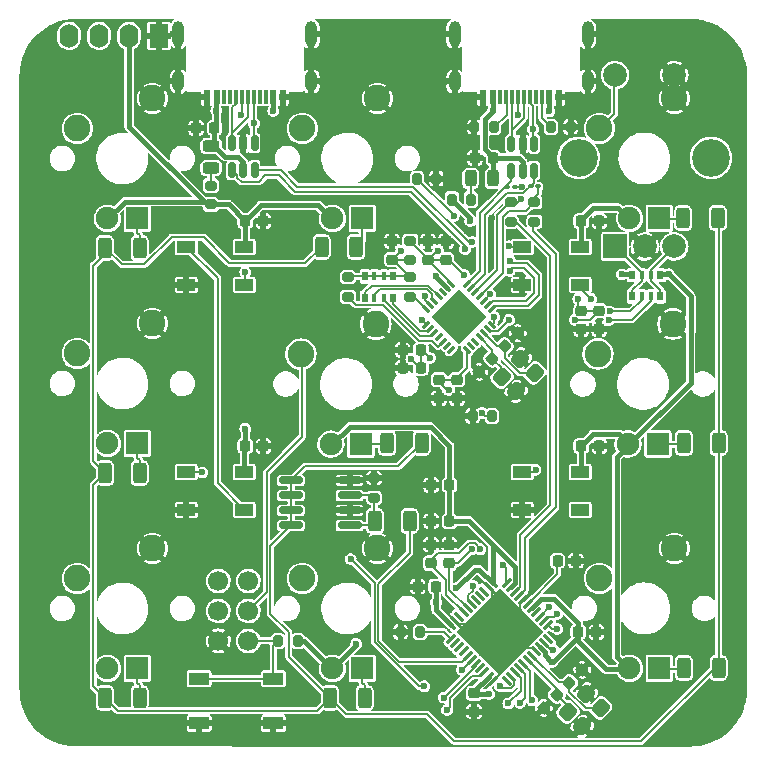
<source format=gbr>
%TF.GenerationSoftware,KiCad,Pcbnew,(5.99.0-11145-g173c9a974c)*%
%TF.CreationDate,2021-06-26T14:33:25+02:00*%
%TF.ProjectId,1337-v3.0,31333337-2d76-4332-9e30-2e6b69636164,3.0*%
%TF.SameCoordinates,Original*%
%TF.FileFunction,Copper,L2,Bot*%
%TF.FilePolarity,Positive*%
%FSLAX46Y46*%
G04 Gerber Fmt 4.6, Leading zero omitted, Abs format (unit mm)*
G04 Created by KiCad (PCBNEW (5.99.0-11145-g173c9a974c)) date 2021-06-26 14:33:25*
%MOMM*%
%LPD*%
G01*
G04 APERTURE LIST*
G04 Aperture macros list*
%AMRoundRect*
0 Rectangle with rounded corners*
0 $1 Rounding radius*
0 $2 $3 $4 $5 $6 $7 $8 $9 X,Y pos of 4 corners*
0 Add a 4 corners polygon primitive as box body*
4,1,4,$2,$3,$4,$5,$6,$7,$8,$9,$2,$3,0*
0 Add four circle primitives for the rounded corners*
1,1,$1+$1,$2,$3*
1,1,$1+$1,$4,$5*
1,1,$1+$1,$6,$7*
1,1,$1+$1,$8,$9*
0 Add four rect primitives between the rounded corners*
20,1,$1+$1,$2,$3,$4,$5,0*
20,1,$1+$1,$4,$5,$6,$7,0*
20,1,$1+$1,$6,$7,$8,$9,0*
20,1,$1+$1,$8,$9,$2,$3,0*%
%AMRotRect*
0 Rectangle, with rotation*
0 The origin of the aperture is its center*
0 $1 length*
0 $2 width*
0 $3 Rotation angle, in degrees counterclockwise*
0 Add horizontal line*
21,1,$1,$2,0,0,$3*%
G04 Aperture macros list end*
%TA.AperFunction,ComponentPad*%
%ADD10C,2.250000*%
%TD*%
%TA.AperFunction,ComponentPad*%
%ADD11C,1.905000*%
%TD*%
%TA.AperFunction,ComponentPad*%
%ADD12R,1.905000X1.905000*%
%TD*%
%TA.AperFunction,ComponentPad*%
%ADD13R,2.000000X2.000000*%
%TD*%
%TA.AperFunction,ComponentPad*%
%ADD14C,2.000000*%
%TD*%
%TA.AperFunction,ComponentPad*%
%ADD15C,3.200000*%
%TD*%
%TA.AperFunction,SMDPad,CuDef*%
%ADD16RoundRect,0.225000X0.225000X0.250000X-0.225000X0.250000X-0.225000X-0.250000X0.225000X-0.250000X0*%
%TD*%
%TA.AperFunction,SMDPad,CuDef*%
%ADD17RoundRect,0.225000X0.250000X-0.225000X0.250000X0.225000X-0.250000X0.225000X-0.250000X-0.225000X0*%
%TD*%
%TA.AperFunction,SMDPad,CuDef*%
%ADD18RoundRect,0.200000X-0.200000X-0.275000X0.200000X-0.275000X0.200000X0.275000X-0.200000X0.275000X0*%
%TD*%
%TA.AperFunction,SMDPad,CuDef*%
%ADD19R,0.500000X0.800000*%
%TD*%
%TA.AperFunction,SMDPad,CuDef*%
%ADD20R,0.400000X0.800000*%
%TD*%
%TA.AperFunction,SMDPad,CuDef*%
%ADD21RoundRect,0.200000X0.200000X0.275000X-0.200000X0.275000X-0.200000X-0.275000X0.200000X-0.275000X0*%
%TD*%
%TA.AperFunction,SMDPad,CuDef*%
%ADD22RoundRect,0.225000X-0.225000X-0.250000X0.225000X-0.250000X0.225000X0.250000X-0.225000X0.250000X0*%
%TD*%
%TA.AperFunction,SMDPad,CuDef*%
%ADD23RoundRect,0.250000X-0.312500X-0.625000X0.312500X-0.625000X0.312500X0.625000X-0.312500X0.625000X0*%
%TD*%
%TA.AperFunction,SMDPad,CuDef*%
%ADD24RoundRect,0.250000X0.312500X0.625000X-0.312500X0.625000X-0.312500X-0.625000X0.312500X-0.625000X0*%
%TD*%
%TA.AperFunction,SMDPad,CuDef*%
%ADD25R,1.500000X1.000000*%
%TD*%
%TA.AperFunction,SMDPad,CuDef*%
%ADD26RoundRect,0.200000X-0.275000X0.200000X-0.275000X-0.200000X0.275000X-0.200000X0.275000X0.200000X0*%
%TD*%
%TA.AperFunction,SMDPad,CuDef*%
%ADD27RoundRect,0.225000X-0.250000X0.225000X-0.250000X-0.225000X0.250000X-0.225000X0.250000X0.225000X0*%
%TD*%
%TA.AperFunction,SMDPad,CuDef*%
%ADD28RoundRect,0.150000X0.825000X0.150000X-0.825000X0.150000X-0.825000X-0.150000X0.825000X-0.150000X0*%
%TD*%
%TA.AperFunction,SMDPad,CuDef*%
%ADD29RoundRect,0.225000X-0.017678X0.335876X-0.335876X0.017678X0.017678X-0.335876X0.335876X-0.017678X0*%
%TD*%
%TA.AperFunction,SMDPad,CuDef*%
%ADD30RoundRect,0.243750X-0.456250X0.243750X-0.456250X-0.243750X0.456250X-0.243750X0.456250X0.243750X0*%
%TD*%
%TA.AperFunction,SMDPad,CuDef*%
%ADD31RoundRect,0.150000X-0.150000X0.512500X-0.150000X-0.512500X0.150000X-0.512500X0.150000X0.512500X0*%
%TD*%
%TA.AperFunction,SMDPad,CuDef*%
%ADD32RoundRect,0.170000X0.330000X-0.255000X0.330000X0.255000X-0.330000X0.255000X-0.330000X-0.255000X0*%
%TD*%
%TA.AperFunction,SMDPad,CuDef*%
%ADD33R,0.600000X1.150000*%
%TD*%
%TA.AperFunction,SMDPad,CuDef*%
%ADD34R,0.300000X1.150000*%
%TD*%
%TA.AperFunction,ComponentPad*%
%ADD35O,1.000000X1.800000*%
%TD*%
%TA.AperFunction,ComponentPad*%
%ADD36O,1.000000X2.200000*%
%TD*%
%TA.AperFunction,SMDPad,CuDef*%
%ADD37RoundRect,0.300000X0.070711X0.494975X-0.494975X-0.070711X-0.070711X-0.494975X0.494975X0.070711X0*%
%TD*%
%TA.AperFunction,SMDPad,CuDef*%
%ADD38RoundRect,0.062500X0.291682X0.380070X-0.380070X-0.291682X-0.291682X-0.380070X0.380070X0.291682X0*%
%TD*%
%TA.AperFunction,SMDPad,CuDef*%
%ADD39RoundRect,0.062500X-0.291682X0.380070X-0.380070X0.291682X0.291682X-0.380070X0.380070X-0.291682X0*%
%TD*%
%TA.AperFunction,ComponentPad*%
%ADD40C,0.500000*%
%TD*%
%TA.AperFunction,SMDPad,CuDef*%
%ADD41RotRect,5.200000X5.200000X225.000000*%
%TD*%
%TA.AperFunction,SMDPad,CuDef*%
%ADD42RoundRect,0.170000X0.255000X0.330000X-0.255000X0.330000X-0.255000X-0.330000X0.255000X-0.330000X0*%
%TD*%
%TA.AperFunction,SMDPad,CuDef*%
%ADD43RoundRect,0.100000X0.130000X0.100000X-0.130000X0.100000X-0.130000X-0.100000X0.130000X-0.100000X0*%
%TD*%
%TA.AperFunction,ComponentPad*%
%ADD44R,1.600000X2.000000*%
%TD*%
%TA.AperFunction,ComponentPad*%
%ADD45O,1.600000X2.000000*%
%TD*%
%TA.AperFunction,SMDPad,CuDef*%
%ADD46R,1.700000X1.000000*%
%TD*%
%TA.AperFunction,ComponentPad*%
%ADD47C,1.700000*%
%TD*%
%TA.AperFunction,SMDPad,CuDef*%
%ADD48RoundRect,0.170000X-0.330000X0.255000X-0.330000X-0.255000X0.330000X-0.255000X0.330000X0.255000X0*%
%TD*%
%TA.AperFunction,SMDPad,CuDef*%
%ADD49RoundRect,0.200000X0.275000X-0.200000X0.275000X0.200000X-0.275000X0.200000X-0.275000X-0.200000X0*%
%TD*%
%TA.AperFunction,SMDPad,CuDef*%
%ADD50RoundRect,0.243750X0.243750X0.456250X-0.243750X0.456250X-0.243750X-0.456250X0.243750X-0.456250X0*%
%TD*%
%TA.AperFunction,SMDPad,CuDef*%
%ADD51RoundRect,0.225000X0.017678X-0.335876X0.335876X-0.017678X-0.017678X0.335876X-0.335876X0.017678X0*%
%TD*%
%TA.AperFunction,SMDPad,CuDef*%
%ADD52RoundRect,0.062500X0.194454X0.282843X-0.282843X-0.194454X-0.194454X-0.282843X0.282843X0.194454X0*%
%TD*%
%TA.AperFunction,SMDPad,CuDef*%
%ADD53RoundRect,0.062500X-0.194454X0.282843X-0.282843X0.194454X0.194454X-0.282843X0.282843X-0.194454X0*%
%TD*%
%TA.AperFunction,SMDPad,CuDef*%
%ADD54RoundRect,0.250000X0.000000X2.015254X-2.015254X0.000000X0.000000X-2.015254X2.015254X0.000000X0*%
%TD*%
%TA.AperFunction,ViaPad*%
%ADD55C,0.600000*%
%TD*%
%TA.AperFunction,Conductor*%
%ADD56C,0.200000*%
%TD*%
%TA.AperFunction,Conductor*%
%ADD57C,0.381000*%
%TD*%
G04 APERTURE END LIST*
D10*
%TO.P,MX3,1,COL*%
%TO.N,S3*%
X170190000Y-79030000D03*
%TO.P,MX3,2,ROW*%
%TO.N,GND*%
X176540000Y-76490000D03*
D11*
%TO.P,MX3,3,LED*%
%TO.N,VCC*%
X172730000Y-86650000D03*
D12*
%TO.P,MX3,4,LEDGND*%
%TO.N,Net-(MX3-Pad4)*%
X175270000Y-86650000D03*
%TD*%
D10*
%TO.P,MX5,1,COL*%
%TO.N,S5*%
X144920000Y-98140000D03*
%TO.P,MX5,2,ROW*%
%TO.N,GND*%
X151270000Y-95600000D03*
D11*
%TO.P,MX5,3,LED*%
%TO.N,VCC*%
X147460000Y-105760000D03*
D12*
%TO.P,MX5,4,LEDGND*%
%TO.N,Net-(MX5-Pad4)*%
X150000000Y-105760000D03*
%TD*%
D10*
%TO.P,MX2,1,COL*%
%TO.N,S2*%
X145040000Y-79040000D03*
%TO.P,MX2,2,ROW*%
%TO.N,GND*%
X151390000Y-76500000D03*
D11*
%TO.P,MX2,3,LED*%
%TO.N,VCC*%
X147580000Y-86660000D03*
D12*
%TO.P,MX2,4,LEDGND*%
%TO.N,Net-(MX2-Pad4)*%
X150120000Y-86660000D03*
%TD*%
D10*
%TO.P,MX6,1,COL*%
%TO.N,S6*%
X170070000Y-98130000D03*
%TO.P,MX6,2,ROW*%
%TO.N,GND*%
X176420000Y-95590000D03*
D11*
%TO.P,MX6,3,LED*%
%TO.N,VCC*%
X172610000Y-105750000D03*
D12*
%TO.P,MX6,4,LEDGND*%
%TO.N,Net-(MX6-Pad4)*%
X175150000Y-105750000D03*
%TD*%
D10*
%TO.P,MX4,1,COL*%
%TO.N,S4*%
X125990000Y-98090000D03*
%TO.P,MX4,2,ROW*%
%TO.N,GND*%
X132340000Y-95550000D03*
D11*
%TO.P,MX4,3,LED*%
%TO.N,VCC*%
X128530000Y-105710000D03*
D12*
%TO.P,MX4,4,LEDGND*%
%TO.N,Net-(MX4-Pad4)*%
X131070000Y-105710000D03*
%TD*%
D10*
%TO.P,MX1,1,COL*%
%TO.N,S1*%
X125990000Y-79040000D03*
%TO.P,MX1,2,ROW*%
%TO.N,GND*%
X132340000Y-76500000D03*
D11*
%TO.P,MX1,3,LED*%
%TO.N,VCC*%
X128530000Y-86660000D03*
D12*
%TO.P,MX1,4,LEDGND*%
%TO.N,Net-(MX1-Pad4)*%
X131070000Y-86660000D03*
%TD*%
D10*
%TO.P,MX7,1,COL*%
%TO.N,S7*%
X125990000Y-117140000D03*
%TO.P,MX7,2,ROW*%
%TO.N,GND*%
X132340000Y-114600000D03*
D11*
%TO.P,MX7,3,LED*%
%TO.N,VCC*%
X128530000Y-124760000D03*
D12*
%TO.P,MX7,4,LEDGND*%
%TO.N,Net-(MX7-Pad4)*%
X131070000Y-124760000D03*
%TD*%
D10*
%TO.P,MX8,1,COL*%
%TO.N,S8*%
X145040000Y-117140000D03*
%TO.P,MX8,2,ROW*%
%TO.N,GND*%
X151390000Y-114600000D03*
D11*
%TO.P,MX8,3,LED*%
%TO.N,VCC*%
X147580000Y-124760000D03*
D12*
%TO.P,MX8,4,LEDGND*%
%TO.N,Net-(MX8-Pad4)*%
X150120000Y-124760000D03*
%TD*%
D10*
%TO.P,MX9,1,COL*%
%TO.N,S9*%
X170190000Y-117130000D03*
%TO.P,MX9,2,ROW*%
%TO.N,GND*%
X176540000Y-114590000D03*
D11*
%TO.P,MX9,3,LED*%
%TO.N,VCC*%
X172730000Y-124750000D03*
D12*
%TO.P,MX9,4,LEDGND*%
%TO.N,Net-(MX9-Pad4)*%
X175270000Y-124750000D03*
%TD*%
D13*
%TO.P,SW2,A,A*%
%TO.N,Net-(RN2-Pad2)*%
X171528000Y-89026000D03*
D14*
%TO.P,SW2,B,B*%
%TO.N,Net-(RN2-Pad3)*%
X176528000Y-89026000D03*
%TO.P,SW2,C,C*%
%TO.N,GND*%
X174028000Y-89026000D03*
D15*
%TO.P,SW2,MP*%
%TO.N,N/C*%
X179628000Y-81526000D03*
X168428000Y-81526000D03*
D14*
%TO.P,SW2,S1,S1*%
%TO.N,GND*%
X176528000Y-74526000D03*
%TO.P,SW2,S2,S2*%
%TO.N,S3*%
X171528000Y-74526000D03*
%TD*%
D16*
%TO.P,C22,1*%
%TO.N,GND*%
X170193000Y-86868000D03*
%TO.P,C22,2*%
%TO.N,VCC*%
X168643000Y-86868000D03*
%TD*%
D17*
%TO.P,C27,1*%
%TO.N,EB*%
X155930000Y-115835000D03*
%TO.P,C27,2*%
%TO.N,GND*%
X155930000Y-114285000D03*
%TD*%
%TO.P,C15,1*%
%TO.N,+3.3VA*%
X155696000Y-90135000D03*
%TO.P,C15,2*%
%TO.N,GND*%
X155696000Y-88585000D03*
%TD*%
D18*
%TO.P,R7,1*%
%TO.N,RST*%
X143002000Y-122428000D03*
%TO.P,R7,2*%
%TO.N,VCC*%
X144652000Y-122428000D03*
%TD*%
D19*
%TO.P,RN2,1,R1.1*%
%TO.N,VCC*%
X172960000Y-91460000D03*
D20*
%TO.P,RN2,2,R2.1*%
%TO.N,Net-(RN2-Pad2)*%
X173760000Y-91460000D03*
%TO.P,RN2,3,R3.1*%
%TO.N,Net-(RN2-Pad3)*%
X174560000Y-91460000D03*
D19*
%TO.P,RN2,4,R4.1*%
%TO.N,VCC*%
X175360000Y-91460000D03*
%TO.P,RN2,5,R4.2*%
%TO.N,Net-(RN2-Pad3)*%
X175360000Y-93260000D03*
D20*
%TO.P,RN2,6,R3.2*%
%TO.N,EB*%
X174560000Y-93260000D03*
%TO.P,RN2,7,R2.2*%
%TO.N,EA*%
X173760000Y-93260000D03*
D19*
%TO.P,RN2,8,R1.2*%
%TO.N,Net-(RN2-Pad2)*%
X172960000Y-93260000D03*
%TD*%
D21*
%TO.P,R3,1*%
%TO.N,GND*%
X167747000Y-78924000D03*
%TO.P,R3,2*%
%TO.N,Net-(J1-PadB5)*%
X166097000Y-78924000D03*
%TD*%
D22*
%TO.P,C20,1*%
%TO.N,Net-(C20-Pad1)*%
X166645000Y-115630000D03*
%TO.P,C20,2*%
%TO.N,GND*%
X168195000Y-115630000D03*
%TD*%
D23*
%TO.P,R20,1*%
%TO.N,Net-(MX6-Pad4)*%
X177353500Y-105664000D03*
%TO.P,R20,2*%
%TO.N,Net-(Q1-Pad5)*%
X180278500Y-105664000D03*
%TD*%
D24*
%TO.P,R18,1*%
%TO.N,Net-(MX4-Pad4)*%
X131256500Y-108204000D03*
%TO.P,R18,2*%
%TO.N,Net-(Q1-Pad5)*%
X128331500Y-108204000D03*
%TD*%
D25*
%TO.P,D1,1,VDD*%
%TO.N,VCC*%
X140118000Y-108128000D03*
%TO.P,D1,2,DOUT*%
%TO.N,Net-(D1-Pad2)*%
X140118000Y-111328000D03*
%TO.P,D1,3,VSS*%
%TO.N,GND*%
X135218000Y-111328000D03*
%TO.P,D1,4,DIN*%
%TO.N,RGB*%
X135218000Y-108128000D03*
%TD*%
D17*
%TO.P,C14,1*%
%TO.N,+3V3*%
X152648000Y-90135000D03*
%TO.P,C14,2*%
%TO.N,GND*%
X152648000Y-88585000D03*
%TD*%
D26*
%TO.P,R9,1*%
%TO.N,+3V3*%
X148890000Y-91625000D03*
%TO.P,R9,2*%
%TO.N,Net-(R9-Pad2)*%
X148890000Y-93275000D03*
%TD*%
D27*
%TO.P,C2,1*%
%TO.N,+3.3VA*%
X158130000Y-100315000D03*
%TO.P,C2,2*%
%TO.N,GND*%
X158130000Y-101865000D03*
%TD*%
D17*
%TO.P,C1,1*%
%TO.N,+3.3VA*%
X157220000Y-90135000D03*
%TO.P,C1,2*%
%TO.N,GND*%
X157220000Y-88585000D03*
%TD*%
D28*
%TO.P,Q1,1,S1*%
%TO.N,GND*%
X149033000Y-108839000D03*
%TO.P,Q1,2,G1*%
%TO.N,Net-(Q1-Pad2)*%
X149033000Y-110109000D03*
%TO.P,Q1,3,S2*%
%TO.N,GND*%
X149033000Y-111379000D03*
%TO.P,Q1,4,G2*%
%TO.N,Net-(Q1-Pad2)*%
X149033000Y-112649000D03*
%TO.P,Q1,5,D2*%
%TO.N,Net-(Q1-Pad5)*%
X144083000Y-112649000D03*
%TO.P,Q1,6,D2*%
X144083000Y-111379000D03*
%TO.P,Q1,7,D1*%
X144083000Y-110109000D03*
%TO.P,Q1,8,D1*%
X144083000Y-108839000D03*
%TD*%
D29*
%TO.P,C16,1*%
%TO.N,GND*%
X163268008Y-96371992D03*
%TO.P,C16,2*%
%TO.N,Net-(C16-Pad2)*%
X162171992Y-97468008D03*
%TD*%
D18*
%TO.P,R14,1*%
%TO.N,GND*%
X153353000Y-121666000D03*
%TO.P,R14,2*%
%TO.N,Net-(R14-Pad2)*%
X155003000Y-121666000D03*
%TD*%
D30*
%TO.P,F2,1*%
%TO.N,/VBUS1*%
X137312000Y-80504000D03*
%TO.P,F2,2*%
%TO.N,Net-(F2-Pad2)*%
X137312000Y-82379000D03*
%TD*%
D24*
%TO.P,R16,1*%
%TO.N,Net-(MX2-Pad4)*%
X149592500Y-89070000D03*
%TO.P,R16,2*%
%TO.N,Net-(Q1-Pad5)*%
X146667500Y-89070000D03*
%TD*%
D16*
%TO.P,C9,1*%
%TO.N,VCC*%
X157493000Y-112268000D03*
%TO.P,C9,2*%
%TO.N,GND*%
X155943000Y-112268000D03*
%TD*%
%TO.P,C24,1*%
%TO.N,GND*%
X141745000Y-86868000D03*
%TO.P,C24,2*%
%TO.N,VCC*%
X140195000Y-86868000D03*
%TD*%
D31*
%TO.P,U2,1,IO1*%
%TO.N,Net-(J1-PadA7)*%
X162732000Y-80344000D03*
%TO.P,U2,2,GND*%
%TO.N,GND*%
X163682000Y-80344000D03*
%TO.P,U2,3,IO2*%
%TO.N,Net-(J1-PadA6)*%
X164632000Y-80344000D03*
%TO.P,U2,4,IO2*%
%TO.N,/D+*%
X164632000Y-82619000D03*
%TO.P,U2,5,VBUS*%
%TO.N,/VBUS*%
X163682000Y-82619000D03*
%TO.P,U2,6,IO1*%
%TO.N,/D-*%
X162732000Y-82619000D03*
%TD*%
D32*
%TO.P,FB2,1*%
%TO.N,+3V3*%
X154172000Y-90160000D03*
%TO.P,FB2,2*%
%TO.N,+3.3VA*%
X154172000Y-88560000D03*
%TD*%
D33*
%TO.P,J1,A1,GND*%
%TO.N,GND*%
X160362000Y-76361500D03*
%TO.P,J1,A4,VBUS*%
%TO.N,/VBUS*%
X161162000Y-76361500D03*
D34*
%TO.P,J1,A5,CC1*%
%TO.N,Net-(J1-PadA5)*%
X162312000Y-76361500D03*
%TO.P,J1,A6,D+*%
%TO.N,Net-(J1-PadA6)*%
X163312000Y-76361500D03*
%TO.P,J1,A7,D-*%
%TO.N,Net-(J1-PadA7)*%
X163812000Y-76361500D03*
%TO.P,J1,A8,SBU1*%
%TO.N,unconnected-(J1-PadA8)*%
X164812000Y-76361500D03*
D33*
%TO.P,J1,A9,VBUS*%
%TO.N,/VBUS*%
X165962000Y-76361500D03*
%TO.P,J1,A12,GND*%
%TO.N,GND*%
X166762000Y-76361500D03*
%TO.P,J1,B1,GND*%
X166762000Y-76361500D03*
%TO.P,J1,B4,VBUS*%
%TO.N,/VBUS*%
X165962000Y-76361500D03*
D34*
%TO.P,J1,B5,CC2*%
%TO.N,Net-(J1-PadB5)*%
X165312000Y-76361500D03*
%TO.P,J1,B6,D+*%
%TO.N,Net-(J1-PadA6)*%
X164312000Y-76361500D03*
%TO.P,J1,B7,D-*%
%TO.N,Net-(J1-PadA7)*%
X162812000Y-76361500D03*
%TO.P,J1,B8,SBU2*%
%TO.N,unconnected-(J1-PadB8)*%
X161812000Y-76361500D03*
D33*
%TO.P,J1,B9,VBUS*%
%TO.N,/VBUS*%
X161162000Y-76361500D03*
%TO.P,J1,B12,GND*%
%TO.N,GND*%
X160362000Y-76361500D03*
D35*
%TO.P,J1,S1,SHIELD*%
X157942000Y-75061500D03*
D36*
X157942000Y-71061500D03*
X169182000Y-71061500D03*
D35*
X169182000Y-75061500D03*
%TD*%
D24*
%TO.P,R21,1*%
%TO.N,Net-(MX7-Pad4)*%
X131256500Y-127254000D03*
%TO.P,R21,2*%
%TO.N,Net-(Q1-Pad5)*%
X128331500Y-127254000D03*
%TD*%
D16*
%TO.P,C21,1*%
%TO.N,/VBUS1*%
X137597000Y-78984000D03*
%TO.P,C21,2*%
%TO.N,GND*%
X136047000Y-78984000D03*
%TD*%
D24*
%TO.P,R22,1*%
%TO.N,Net-(MX8-Pad4)*%
X150306500Y-127254000D03*
%TO.P,R22,2*%
%TO.N,Net-(Q1-Pad5)*%
X147381500Y-127254000D03*
%TD*%
D37*
%TO.P,Y1,1,1*%
%TO.N,Net-(C16-Pad2)*%
X164698858Y-99733223D03*
%TO.P,Y1,2,2*%
%TO.N,GND*%
X163143223Y-101288858D03*
%TO.P,Y1,3,3*%
%TO.N,Net-(C17-Pad2)*%
X161941142Y-100086777D03*
%TO.P,Y1,4,4*%
%TO.N,GND*%
X163496777Y-98531142D03*
%TD*%
D25*
%TO.P,D4,1,VDD*%
%TO.N,VCC*%
X168566000Y-108128000D03*
%TO.P,D4,2,DOUT*%
%TO.N,unconnected-(D4-Pad2)*%
X168566000Y-111328000D03*
%TO.P,D4,3,VSS*%
%TO.N,GND*%
X163666000Y-111328000D03*
%TO.P,D4,4,DIN*%
%TO.N,Net-(D3-Pad2)*%
X163666000Y-108128000D03*
%TD*%
D27*
%TO.P,C7,1*%
%TO.N,VCC*%
X159580000Y-126855000D03*
%TO.P,C7,2*%
%TO.N,GND*%
X159580000Y-128405000D03*
%TD*%
D17*
%TO.P,C26,1*%
%TO.N,EA*%
X157480000Y-115837000D03*
%TO.P,C26,2*%
%TO.N,GND*%
X157480000Y-114287000D03*
%TD*%
D33*
%TO.P,J3,A1,GND*%
%TO.N,GND*%
X136972000Y-76354000D03*
%TO.P,J3,A4,VBUS*%
%TO.N,/VBUS1*%
X137772000Y-76354000D03*
D34*
%TO.P,J3,A5,CC1*%
%TO.N,unconnected-(J3-PadA5)*%
X138922000Y-76354000D03*
%TO.P,J3,A6,D+*%
%TO.N,Net-(J3-PadA6)*%
X139922000Y-76354000D03*
%TO.P,J3,A7,D-*%
%TO.N,Net-(J3-PadA7)*%
X140422000Y-76354000D03*
%TO.P,J3,A8,SBU1*%
%TO.N,unconnected-(J3-PadA8)*%
X141422000Y-76354000D03*
D33*
%TO.P,J3,A9,VBUS*%
%TO.N,/VBUS1*%
X142572000Y-76354000D03*
%TO.P,J3,A12,GND*%
%TO.N,GND*%
X143372000Y-76354000D03*
%TO.P,J3,B1,GND*%
X143372000Y-76354000D03*
%TO.P,J3,B4,VBUS*%
%TO.N,/VBUS1*%
X142572000Y-76354000D03*
D34*
%TO.P,J3,B5,CC2*%
%TO.N,unconnected-(J3-PadB5)*%
X141922000Y-76354000D03*
%TO.P,J3,B6,D+*%
%TO.N,Net-(J3-PadA6)*%
X140922000Y-76354000D03*
%TO.P,J3,B7,D-*%
%TO.N,Net-(J3-PadA7)*%
X139422000Y-76354000D03*
%TO.P,J3,B8,SBU2*%
%TO.N,unconnected-(J3-PadB8)*%
X138422000Y-76354000D03*
D33*
%TO.P,J3,B9,VBUS*%
%TO.N,/VBUS1*%
X137772000Y-76354000D03*
%TO.P,J3,B12,GND*%
%TO.N,GND*%
X136972000Y-76354000D03*
D35*
%TO.P,J3,S1,SHIELD*%
X145792000Y-75054000D03*
D36*
X134552000Y-71054000D03*
D35*
X134552000Y-75054000D03*
D36*
X145792000Y-71054000D03*
%TD*%
D38*
%TO.P,U3,1,PE6*%
%TO.N,S7*%
X162342802Y-117538264D03*
%TO.P,U3,2,UVcc*%
%TO.N,VCC*%
X162696355Y-117891818D03*
%TO.P,U3,3,D-*%
%TO.N,/MCU-*%
X163049909Y-118245371D03*
%TO.P,U3,4,D+*%
%TO.N,/MCU+*%
X163403462Y-118598924D03*
%TO.P,U3,5,UGnd*%
%TO.N,GND*%
X163757015Y-118952478D03*
%TO.P,U3,6,UCap*%
%TO.N,Net-(C20-Pad1)*%
X164110569Y-119306031D03*
%TO.P,U3,7,VBus*%
%TO.N,VCC*%
X164464122Y-119659585D03*
%TO.P,U3,8,PB0*%
%TO.N,unconnected-(U3-Pad8)*%
X164817676Y-120013138D03*
%TO.P,U3,9,PB1/SCK*%
%TO.N,S5*%
X165171229Y-120366691D03*
%TO.P,U3,10,PB2/MOSI*%
%TO.N,S9*%
X165524782Y-120720245D03*
%TO.P,U3,11,PB3/MISO*%
%TO.N,S6*%
X165878336Y-121073798D03*
D39*
%TO.P,U3,12,PB7*%
%TO.N,unconnected-(U3-Pad12)*%
X165878336Y-122258202D03*
%TO.P,U3,13,~RESET*%
%TO.N,RST*%
X165524782Y-122611755D03*
%TO.P,U3,14,VCC*%
%TO.N,VCC*%
X165171229Y-122965309D03*
%TO.P,U3,15,GND*%
%TO.N,GND*%
X164817676Y-123318862D03*
%TO.P,U3,16,XTAL1*%
%TO.N,Net-(C18-Pad2)*%
X164464122Y-123672415D03*
%TO.P,U3,17,XTAL2*%
%TO.N,Net-(C19-Pad2)*%
X164110569Y-124025969D03*
%TO.P,U3,18,PD0*%
%TO.N,SDA*%
X163757015Y-124379522D03*
%TO.P,U3,19,PD1*%
%TO.N,SCL*%
X163403462Y-124733076D03*
%TO.P,U3,20,PD2*%
%TO.N,S1*%
X163049909Y-125086629D03*
%TO.P,U3,21,PD3*%
%TO.N,RGB*%
X162696355Y-125440182D03*
%TO.P,U3,22,PD5*%
%TO.N,unconnected-(U3-Pad22)*%
X162342802Y-125793736D03*
D38*
%TO.P,U3,23,GND*%
%TO.N,GND*%
X161158398Y-125793736D03*
%TO.P,U3,24,AVCC*%
%TO.N,VCC*%
X160804845Y-125440182D03*
%TO.P,U3,25,PD4*%
%TO.N,S2*%
X160451291Y-125086629D03*
%TO.P,U3,26,PD6*%
%TO.N,unconnected-(U3-Pad26)*%
X160097738Y-124733076D03*
%TO.P,U3,27,PD7*%
%TO.N,S4*%
X159744185Y-124379522D03*
%TO.P,U3,28,PB4*%
%TO.N,S8*%
X159390631Y-124025969D03*
%TO.P,U3,29,PB5*%
%TO.N,BL*%
X159037078Y-123672415D03*
%TO.P,U3,30,PB6*%
%TO.N,unconnected-(U3-Pad30)*%
X158683524Y-123318862D03*
%TO.P,U3,31,PC6*%
%TO.N,unconnected-(U3-Pad31)*%
X158329971Y-122965309D03*
%TO.P,U3,32,PC7*%
%TO.N,unconnected-(U3-Pad32)*%
X157976418Y-122611755D03*
%TO.P,U3,33,PE2/~HWB*%
%TO.N,Net-(R14-Pad2)*%
X157622864Y-122258202D03*
D39*
%TO.P,U3,34,VCC*%
%TO.N,VCC*%
X157622864Y-121073798D03*
%TO.P,U3,35,GND*%
%TO.N,GND*%
X157976418Y-120720245D03*
%TO.P,U3,36,PF7*%
%TO.N,unconnected-(U3-Pad36)*%
X158329971Y-120366691D03*
%TO.P,U3,37,PF6*%
%TO.N,EB*%
X158683524Y-120013138D03*
%TO.P,U3,38,PF5*%
%TO.N,EA*%
X159037078Y-119659585D03*
%TO.P,U3,39,PF4*%
%TO.N,S3*%
X159390631Y-119306031D03*
%TO.P,U3,40,PF1*%
%TO.N,unconnected-(U3-Pad40)*%
X159744185Y-118952478D03*
%TO.P,U3,41,PF0*%
%TO.N,unconnected-(U3-Pad41)*%
X160097738Y-118598924D03*
%TO.P,U3,42,AREF*%
%TO.N,unconnected-(U3-Pad42)*%
X160451291Y-118245371D03*
%TO.P,U3,43,GND*%
%TO.N,GND*%
X160804845Y-117891818D03*
%TO.P,U3,44,AVCC*%
%TO.N,VCC*%
X161158398Y-117538264D03*
D40*
%TO.P,U3,45,EP*%
%TO.N,GND*%
X163412301Y-120004299D03*
X163412301Y-121666000D03*
X163412301Y-123327701D03*
X161750600Y-120004299D03*
X161750600Y-124989402D03*
D41*
X161750600Y-121666000D03*
D40*
X160088899Y-121666000D03*
D41*
X161750600Y-121666000D03*
D40*
X158427198Y-121666000D03*
X161750600Y-123327701D03*
X160088899Y-120004299D03*
X165074002Y-121666000D03*
X161750600Y-118342598D03*
X161750600Y-121666000D03*
X160088899Y-123327701D03*
%TD*%
D16*
%TO.P,C13,1*%
%TO.N,+3V3*%
X155075000Y-99294000D03*
%TO.P,C13,2*%
%TO.N,GND*%
X153525000Y-99294000D03*
%TD*%
%TO.P,C23,1*%
%TO.N,GND*%
X141745000Y-105918000D03*
%TO.P,C23,2*%
%TO.N,VCC*%
X140195000Y-105918000D03*
%TD*%
D42*
%TO.P,FB1,1*%
%TO.N,Net-(F1-Pad2)*%
X159310000Y-85060000D03*
%TO.P,FB1,2*%
%TO.N,VCC*%
X157710000Y-85060000D03*
%TD*%
D27*
%TO.P,C4,1*%
%TO.N,+3.3VA*%
X168656000Y-94475000D03*
%TO.P,C4,2*%
%TO.N,GND*%
X168656000Y-96025000D03*
%TD*%
D25*
%TO.P,D2,1,VDD*%
%TO.N,VCC*%
X140118000Y-89078000D03*
%TO.P,D2,2,DOUT*%
%TO.N,Net-(D2-Pad2)*%
X140118000Y-92278000D03*
%TO.P,D2,3,VSS*%
%TO.N,GND*%
X135218000Y-92278000D03*
%TO.P,D2,4,DIN*%
%TO.N,Net-(D1-Pad2)*%
X135218000Y-89078000D03*
%TD*%
D31*
%TO.P,U4,1,IO1*%
%TO.N,Net-(J3-PadA7)*%
X139092000Y-80276500D03*
%TO.P,U4,2,GND*%
%TO.N,GND*%
X140042000Y-80276500D03*
%TO.P,U4,3,IO2*%
%TO.N,Net-(J3-PadA6)*%
X140992000Y-80276500D03*
%TO.P,U4,4,IO2*%
%TO.N,2D+*%
X140992000Y-82551500D03*
%TO.P,U4,5,VBUS*%
%TO.N,/VBUS1*%
X140042000Y-82551500D03*
%TO.P,U4,6,IO1*%
%TO.N,2D-*%
X139092000Y-82551500D03*
%TD*%
D27*
%TO.P,C3,1*%
%TO.N,+3.3VA*%
X170180000Y-94475000D03*
%TO.P,C3,2*%
%TO.N,GND*%
X170180000Y-96025000D03*
%TD*%
D43*
%TO.P,JP1,1,A*%
%TO.N,1D-*%
X163010000Y-83970000D03*
%TO.P,JP1,2,B*%
%TO.N,/D-*%
X162370000Y-83970000D03*
%TD*%
D23*
%TO.P,R17,1*%
%TO.N,Net-(MX3-Pad4)*%
X177292000Y-86614000D03*
%TO.P,R17,2*%
%TO.N,Net-(Q1-Pad5)*%
X180217000Y-86614000D03*
%TD*%
D21*
%TO.P,R13,1*%
%TO.N,Net-(R13-Pad1)*%
X161099000Y-103378000D03*
%TO.P,R13,2*%
%TO.N,GND*%
X159449000Y-103378000D03*
%TD*%
D44*
%TO.P,U5,1,GND*%
%TO.N,GND*%
X132906000Y-71188000D03*
D45*
%TO.P,U5,2,VCC*%
%TO.N,VCC*%
X130366000Y-71188000D03*
%TO.P,U5,3,SCL*%
%TO.N,SCL*%
X127826000Y-71188000D03*
%TO.P,U5,4,SDA*%
%TO.N,SDA*%
X125286000Y-71188000D03*
%TD*%
D26*
%TO.P,R11,1*%
%TO.N,+3V3*%
X154190000Y-91615000D03*
%TO.P,R11,2*%
%TO.N,Net-(R11-Pad2)*%
X154190000Y-93265000D03*
%TD*%
D46*
%TO.P,SW1,1,1*%
%TO.N,GND*%
X142596000Y-129408000D03*
X136296000Y-129408000D03*
%TO.P,SW1,2,2*%
%TO.N,RST*%
X136296000Y-125608000D03*
X142596000Y-125608000D03*
%TD*%
D47*
%TO.P,J2,1,MISO*%
%TO.N,S6*%
X140462000Y-117348000D03*
%TO.P,J2,2,VCC*%
%TO.N,VCC*%
X137922000Y-117348000D03*
%TO.P,J2,3,SCK*%
%TO.N,S5*%
X140462000Y-119888000D03*
%TO.P,J2,4,MOSI*%
%TO.N,S9*%
X137922000Y-119888000D03*
%TO.P,J2,5,~RST*%
%TO.N,RST*%
X140462000Y-122428000D03*
%TO.P,J2,6,GND*%
%TO.N,GND*%
X137922000Y-122428000D03*
%TD*%
D23*
%TO.P,R23,1*%
%TO.N,Net-(MX9-Pad4)*%
X177353500Y-124714000D03*
%TO.P,R23,2*%
%TO.N,Net-(Q1-Pad5)*%
X180278500Y-124714000D03*
%TD*%
D27*
%TO.P,C5,1*%
%TO.N,+3.3VA*%
X156606000Y-100315000D03*
%TO.P,C5,2*%
%TO.N,GND*%
X156606000Y-101865000D03*
%TD*%
D48*
%TO.P,FB3,1*%
%TO.N,Net-(F2-Pad2)*%
X137302000Y-83874000D03*
%TO.P,FB3,2*%
%TO.N,VCC*%
X137302000Y-85474000D03*
%TD*%
D49*
%TO.P,R6,1*%
%TO.N,/MCU-*%
X162680000Y-86935000D03*
%TO.P,R6,2*%
%TO.N,1D-*%
X162680000Y-85285000D03*
%TD*%
D16*
%TO.P,C6,1*%
%TO.N,/VBUS*%
X161197000Y-81524000D03*
%TO.P,C6,2*%
%TO.N,GND*%
X159647000Y-81524000D03*
%TD*%
D50*
%TO.P,F1,1*%
%TO.N,/VBUS*%
X161159500Y-83274000D03*
%TO.P,F1,2*%
%TO.N,Net-(F1-Pad2)*%
X159284500Y-83274000D03*
%TD*%
D16*
%TO.P,C25,1*%
%TO.N,GND*%
X170193000Y-105918000D03*
%TO.P,C25,2*%
%TO.N,VCC*%
X168643000Y-105918000D03*
%TD*%
D25*
%TO.P,D3,1,VDD*%
%TO.N,VCC*%
X168566000Y-89078000D03*
%TO.P,D3,2,DOUT*%
%TO.N,Net-(D3-Pad2)*%
X168566000Y-92278000D03*
%TO.P,D3,3,VSS*%
%TO.N,GND*%
X163666000Y-92278000D03*
%TO.P,D3,4,DIN*%
%TO.N,Net-(D2-Pad2)*%
X163666000Y-89078000D03*
%TD*%
D19*
%TO.P,RN1,1,R1.1*%
%TO.N,+3V3*%
X150340000Y-91560000D03*
D20*
%TO.P,RN1,2,R2.1*%
X151140000Y-91560000D03*
%TO.P,RN1,3,R3.1*%
X151940000Y-91560000D03*
D19*
%TO.P,RN1,4,R4.1*%
X152740000Y-91560000D03*
%TO.P,RN1,5,R4.2*%
%TO.N,Net-(RN1-Pad5)*%
X152740000Y-93360000D03*
D20*
%TO.P,RN1,6,R3.2*%
%TO.N,Net-(RN1-Pad6)*%
X151940000Y-93360000D03*
%TO.P,RN1,7,R2.2*%
%TO.N,Net-(RN1-Pad7)*%
X151140000Y-93360000D03*
D19*
%TO.P,RN1,8,R1.2*%
%TO.N,Net-(RN1-Pad8)*%
X150340000Y-93360000D03*
%TD*%
D21*
%TO.P,R12,1*%
%TO.N,GND*%
X156385000Y-83280000D03*
%TO.P,R12,2*%
%TO.N,Net-(R12-Pad2)*%
X154735000Y-83280000D03*
%TD*%
D51*
%TO.P,C19,1*%
%TO.N,GND*%
X165471992Y-128098008D03*
%TO.P,C19,2*%
%TO.N,Net-(C19-Pad2)*%
X166568008Y-127001992D03*
%TD*%
D29*
%TO.P,C18,1*%
%TO.N,GND*%
X168728008Y-124851992D03*
%TO.P,C18,2*%
%TO.N,Net-(C18-Pad2)*%
X167631992Y-125948008D03*
%TD*%
D24*
%TO.P,R29,1*%
%TO.N,BL*%
X154116500Y-112268000D03*
%TO.P,R29,2*%
%TO.N,Net-(Q1-Pad2)*%
X151191500Y-112268000D03*
%TD*%
D23*
%TO.P,R19,1*%
%TO.N,Net-(MX5-Pad4)*%
X152207500Y-105664000D03*
%TO.P,R19,2*%
%TO.N,Net-(Q1-Pad5)*%
X155132500Y-105664000D03*
%TD*%
D49*
%TO.P,R5,1*%
%TO.N,/MCU+*%
X164690000Y-86935000D03*
%TO.P,R5,2*%
%TO.N,1D+*%
X164690000Y-85285000D03*
%TD*%
D16*
%TO.P,C12,1*%
%TO.N,+3V3*%
X155075000Y-97770000D03*
%TO.P,C12,2*%
%TO.N,GND*%
X153525000Y-97770000D03*
%TD*%
D24*
%TO.P,R15,1*%
%TO.N,Net-(MX1-Pad4)*%
X131256500Y-89154000D03*
%TO.P,R15,2*%
%TO.N,Net-(Q1-Pad5)*%
X128331500Y-89154000D03*
%TD*%
D21*
%TO.P,R2,1*%
%TO.N,Net-(J1-PadA5)*%
X161257000Y-78944000D03*
%TO.P,R2,2*%
%TO.N,GND*%
X159607000Y-78944000D03*
%TD*%
D49*
%TO.P,R28,1*%
%TO.N,Net-(Q1-Pad2)*%
X151130000Y-110299000D03*
%TO.P,R28,2*%
%TO.N,GND*%
X151130000Y-108649000D03*
%TD*%
D37*
%TO.P,Y2,1,1*%
%TO.N,Net-(C18-Pad2)*%
X170288858Y-128093223D03*
%TO.P,Y2,2,2*%
%TO.N,GND*%
X168733223Y-129648858D03*
%TO.P,Y2,3,3*%
%TO.N,Net-(C19-Pad2)*%
X167531142Y-128446777D03*
%TO.P,Y2,4,4*%
%TO.N,GND*%
X169086777Y-126891142D03*
%TD*%
D16*
%TO.P,C10,1*%
%TO.N,VCC*%
X157493000Y-109220000D03*
%TO.P,C10,2*%
%TO.N,GND*%
X155943000Y-109220000D03*
%TD*%
D43*
%TO.P,JP2,1,A*%
%TO.N,1D+*%
X165000000Y-83950000D03*
%TO.P,JP2,2,B*%
%TO.N,/D+*%
X164360000Y-83950000D03*
%TD*%
D52*
%TO.P,U1,1,0D-*%
%TO.N,/D-*%
X158981751Y-92196928D03*
%TO.P,U1,2,0D+*%
%TO.N,/D+*%
X159335305Y-92550482D03*
%TO.P,U1,3,1D-*%
%TO.N,1D-*%
X159688858Y-92904035D03*
%TO.P,U1,4,1D+*%
%TO.N,1D+*%
X160042412Y-93257588D03*
%TO.P,U1,5,VCC_A*%
%TO.N,+3.3VA*%
X160395965Y-93611142D03*
%TO.P,U1,6,2D-*%
%TO.N,2D-*%
X160749518Y-93964695D03*
%TO.P,U1,7,2D+*%
%TO.N,2D+*%
X161103072Y-94318249D03*
D53*
%TO.P,U1,8,RREF*%
%TO.N,Net-(R13-Pad1)*%
X161103072Y-95661751D03*
%TO.P,U1,9,VCC_A*%
%TO.N,+3.3VA*%
X160749518Y-96015305D03*
%TO.P,U1,10,XIN*%
%TO.N,Net-(C16-Pad2)*%
X160395965Y-96368858D03*
%TO.P,U1,11,XOUT*%
%TO.N,Net-(C17-Pad2)*%
X160042412Y-96722412D03*
%TO.P,U1,12,3D-*%
%TO.N,unconnected-(U1-Pad12)*%
X159688858Y-97075965D03*
%TO.P,U1,13,3D+*%
%TO.N,unconnected-(U1-Pad13)*%
X159335305Y-97429518D03*
%TO.P,U1,14,VCC_A*%
%TO.N,+3.3VA*%
X158981751Y-97783072D03*
D52*
%TO.P,U1,15,4D-*%
%TO.N,unconnected-(U1-Pad15)*%
X157638249Y-97783072D03*
%TO.P,U1,16,4D+*%
%TO.N,unconnected-(U1-Pad16)*%
X157284695Y-97429518D03*
%TO.P,U1,17,nRESET*%
%TO.N,Net-(R9-Pad2)*%
X156931142Y-97075965D03*
%TO.P,U1,18,SCL*%
%TO.N,unconnected-(U1-Pad18)*%
X156577588Y-96722412D03*
%TO.P,U1,19,OVR4*%
%TO.N,Net-(RN1-Pad6)*%
X156224035Y-96368858D03*
%TO.P,U1,20,OVR3*%
%TO.N,Net-(RN1-Pad5)*%
X155870482Y-96015305D03*
%TO.P,U1,21,VCC_D*%
%TO.N,+3V3*%
X155516928Y-95661751D03*
D53*
%TO.P,U1,22,SELF_PWR*%
%TO.N,Net-(R11-Pad2)*%
X155516928Y-94318249D03*
%TO.P,U1,23,GANG*%
%TO.N,Net-(R12-Pad2)*%
X155870482Y-93964695D03*
%TO.P,U1,24,OVR2*%
%TO.N,Net-(RN1-Pad7)*%
X156224035Y-93611142D03*
%TO.P,U1,25,OVR1*%
%TO.N,Net-(RN1-Pad8)*%
X156577588Y-93257588D03*
%TO.P,U1,26,SDA*%
%TO.N,unconnected-(U1-Pad26)*%
X156931142Y-92904035D03*
%TO.P,U1,27,VCC*%
%TO.N,VCC*%
X157284695Y-92550482D03*
%TO.P,U1,28,VREG*%
%TO.N,+3.3VA*%
X157638249Y-92196928D03*
D54*
%TO.P,U1,29,GND*%
%TO.N,GND*%
X158310000Y-94990000D03*
D40*
X158310000Y-94990000D03*
X159724214Y-94990000D03*
X159017107Y-94282893D03*
X158310000Y-96404214D03*
X159017107Y-95697107D03*
X156895786Y-94990000D03*
X158310000Y-93575786D03*
X157602893Y-95697107D03*
X157602893Y-94282893D03*
%TD*%
D51*
%TO.P,C17,1*%
%TO.N,GND*%
X160021992Y-99628008D03*
%TO.P,C17,2*%
%TO.N,Net-(C17-Pad2)*%
X161118008Y-98531992D03*
%TD*%
D16*
%TO.P,C11,1*%
%TO.N,VCC*%
X156365000Y-117820000D03*
%TO.P,C11,2*%
%TO.N,GND*%
X154815000Y-117820000D03*
%TD*%
D22*
%TO.P,C8,1*%
%TO.N,VCC*%
X168389000Y-121666000D03*
%TO.P,C8,2*%
%TO.N,GND*%
X169939000Y-121666000D03*
%TD*%
D55*
%TO.N,+3.3VA*%
X162560000Y-95250000D03*
X157460000Y-101170000D03*
X168122913Y-95238869D03*
X156560000Y-89408000D03*
X168402000Y-93472000D03*
X160912906Y-93094906D03*
X158750000Y-91440000D03*
%TO.N,GND*%
X161990000Y-92680000D03*
X170190000Y-118980000D03*
X153162000Y-125984000D03*
X162860000Y-87870000D03*
X158990000Y-87680000D03*
X167132000Y-118110000D03*
X167132000Y-122174000D03*
X145616999Y-124302747D03*
X146812000Y-116332000D03*
X138430000Y-77978000D03*
X161055989Y-86639943D03*
X164610000Y-94590000D03*
X161281880Y-80256968D03*
X174170000Y-92350000D03*
%TO.N,/VBUS*%
X161170000Y-77550000D03*
X165960000Y-77590000D03*
%TO.N,VCC*%
X158085598Y-117966777D03*
X156360000Y-119150000D03*
X176080000Y-91390000D03*
X156360000Y-91560000D03*
X172100000Y-91400000D03*
X160880000Y-126920469D03*
X166170000Y-124206000D03*
X159258000Y-86868000D03*
X140210000Y-104460000D03*
X149606000Y-122682000D03*
%TO.N,+3V3*%
X155194000Y-95250000D03*
X153416000Y-89408000D03*
X154270000Y-98540000D03*
X155830000Y-98470000D03*
%TO.N,/VBUS1*%
X142580000Y-77550000D03*
X137760000Y-77520000D03*
%TO.N,EA*%
X159380000Y-114670000D03*
X171054500Y-94531484D03*
%TO.N,EB*%
X171040000Y-95250000D03*
X160110000Y-114660000D03*
%TO.N,RGB*%
X136560000Y-108160000D03*
X149119993Y-115499011D03*
X161760000Y-126239500D03*
X155350000Y-126260000D03*
%TO.N,Net-(D2-Pad2)*%
X140208000Y-91186000D03*
X162510000Y-89010000D03*
%TO.N,Net-(D3-Pad2)*%
X164780000Y-107940000D03*
X169500000Y-93460000D03*
%TO.N,Net-(J1-PadA6)*%
X163311500Y-77910000D03*
X164560000Y-79080000D03*
%TO.N,S6*%
X166624000Y-121412000D03*
%TO.N,S9*%
X166624000Y-120142000D03*
%TO.N,S5*%
X165960000Y-119540000D03*
%TO.N,RST*%
X166293806Y-123193806D03*
%TO.N,Net-(J3-PadA6)*%
X139810000Y-77910000D03*
X140930000Y-78614500D03*
%TO.N,S1*%
X162480000Y-127720000D03*
%TO.N,S2*%
X157300000Y-128269500D03*
%TO.N,S3*%
X159472706Y-117757028D03*
%TO.N,S4*%
X157010000Y-127220000D03*
%TO.N,S7*%
X162030000Y-115980000D03*
%TO.N,S8*%
X158550000Y-124870000D03*
%TO.N,1D-*%
X163596790Y-83976810D03*
X163520000Y-85030000D03*
%TO.N,Net-(R12-Pad2)*%
X155445378Y-93255365D03*
X157859954Y-86438742D03*
%TO.N,Net-(R13-Pad1)*%
X160274000Y-103124000D03*
X161290000Y-94996000D03*
%TO.N,2D+*%
X162600000Y-90235028D03*
X159416021Y-88649479D03*
%TO.N,2D-*%
X162600000Y-91085028D03*
X158814979Y-89250521D03*
%TO.N,SDA*%
X164470000Y-127450000D03*
%TO.N,SCL*%
X163460000Y-127650000D03*
%TD*%
D56*
%TO.N,+3.3VA*%
X155702000Y-90183000D02*
X157226000Y-90183000D01*
X157638249Y-92196928D02*
X157653072Y-92196928D01*
X156560000Y-89408000D02*
X156477000Y-89408000D01*
X158750000Y-91440000D02*
X157493000Y-90183000D01*
X155702000Y-90183000D02*
X155702000Y-90132000D01*
X168122913Y-95238869D02*
X169416131Y-95238869D01*
X155702000Y-90132000D02*
X154178000Y-88608000D01*
X161598386Y-96211614D02*
X160945827Y-96211614D01*
X157638249Y-92119249D02*
X155702000Y-90183000D01*
X169416131Y-95238869D02*
X170180000Y-94475000D01*
X170180000Y-94475000D02*
X170167000Y-94475000D01*
X157988000Y-100317000D02*
X158981751Y-99323249D01*
X160945827Y-96211614D02*
X160749518Y-96015305D01*
X157460000Y-101170000D02*
X157317000Y-101170000D01*
X168656000Y-94475000D02*
X170180000Y-94475000D01*
X157638249Y-92196928D02*
X157638249Y-92119249D01*
X156477000Y-89408000D02*
X155702000Y-90183000D01*
X157493000Y-90183000D02*
X157226000Y-90183000D01*
X168402000Y-93472000D02*
X168402000Y-94221000D01*
X157317000Y-101170000D02*
X156464000Y-100317000D01*
X168402000Y-94221000D02*
X168656000Y-94475000D01*
X160912906Y-93094906D02*
X160912201Y-93094906D01*
X160912201Y-93094906D02*
X160395965Y-93611142D01*
X162560000Y-95250000D02*
X161598386Y-96211614D01*
X158981751Y-99323249D02*
X158981751Y-97783072D01*
X168656000Y-94475000D02*
X168656000Y-94488000D01*
X156464000Y-100317000D02*
X157988000Y-100317000D01*
%TO.N,GND*%
X158269954Y-121013781D02*
X160511309Y-121013781D01*
X160511309Y-121013781D02*
X161163528Y-121666000D01*
X161098381Y-120426709D02*
X160804845Y-120720245D01*
X163463479Y-119246014D02*
X163463479Y-119701245D01*
X161158398Y-125793736D02*
X161750600Y-125201534D01*
X164524139Y-123025325D02*
X164068908Y-123025325D01*
X161750600Y-125201534D02*
X161750600Y-124989402D01*
X163463479Y-119701245D02*
X163589417Y-119827183D01*
X161098381Y-118185354D02*
X161098381Y-120426709D01*
X163757015Y-118952478D02*
X163463479Y-119246014D01*
X164817676Y-123318862D02*
X164524139Y-123025325D01*
X161163528Y-121666000D02*
X161750600Y-121666000D01*
X160804845Y-117891818D02*
X161098381Y-118185354D01*
X157976418Y-120720245D02*
X158269954Y-121013781D01*
D57*
%TO.N,/VBUS*%
X161170000Y-77550000D02*
X161170000Y-76369500D01*
X161170000Y-77550000D02*
X160480000Y-78240000D01*
X160480000Y-78240000D02*
X160480000Y-80807000D01*
X165962000Y-76361500D02*
X165962000Y-77588000D01*
X163364000Y-81524000D02*
X163682000Y-81842000D01*
X163682000Y-81842000D02*
X163682000Y-82619000D01*
X161197000Y-83236500D02*
X161159500Y-83274000D01*
X165962000Y-77588000D02*
X165960000Y-77590000D01*
X161170000Y-76369500D02*
X161162000Y-76361500D01*
X161197000Y-81524000D02*
X161197000Y-83236500D01*
X160480000Y-80807000D02*
X161197000Y-81524000D01*
X161197000Y-81524000D02*
X163364000Y-81524000D01*
%TO.N,VCC*%
X159258000Y-86868000D02*
X159258000Y-86848000D01*
X160804845Y-125440182D02*
X159580000Y-126665027D01*
X140195000Y-89001000D02*
X140118000Y-89078000D01*
X156365000Y-119145000D02*
X156365000Y-117820000D01*
X168643000Y-86868000D02*
X168643000Y-86757000D01*
X166244000Y-124206000D02*
X168389000Y-122061000D01*
X157493000Y-109220000D02*
X157493000Y-105883000D01*
X171759500Y-85771500D02*
X172712000Y-86724000D01*
X140195000Y-104475000D02*
X140195000Y-105918000D01*
X172900000Y-91400000D02*
X172960000Y-91460000D01*
X172712000Y-124824000D02*
X171650000Y-123762000D01*
X160880000Y-126920469D02*
X159645469Y-126920469D01*
X145156000Y-122428000D02*
X147562000Y-124834000D01*
X156360000Y-119810934D02*
X157622864Y-121073798D01*
X172712000Y-105774000D02*
X177930000Y-100556000D01*
X155900000Y-104290000D02*
X149056000Y-104290000D01*
X138801000Y-85474000D02*
X140195000Y-86868000D01*
X140118000Y-105995000D02*
X140195000Y-105918000D01*
X158085598Y-117966777D02*
X159662375Y-116390000D01*
X161158398Y-114311602D02*
X161190000Y-114280000D01*
X140118000Y-108128000D02*
X140118000Y-105995000D01*
X171650000Y-123762000D02*
X171650000Y-106836000D01*
X144652000Y-122428000D02*
X145156000Y-122428000D01*
X168643000Y-86868000D02*
X168643000Y-89001000D01*
X166170000Y-124206000D02*
X166244000Y-124206000D01*
X166170000Y-124206000D02*
X166126000Y-124206000D01*
X166370000Y-118872000D02*
X165251707Y-118872000D01*
X140210000Y-104460000D02*
X140195000Y-104475000D01*
X156360000Y-91560000D02*
X156360000Y-91630000D01*
X163084980Y-117503193D02*
X162696355Y-117891818D01*
X168643000Y-86757000D02*
X169628500Y-85771500D01*
X146368000Y-85540000D02*
X141523000Y-85540000D01*
X169631000Y-104930000D02*
X171868000Y-104930000D01*
X149606000Y-122682000D02*
X149606000Y-122790000D01*
X172100000Y-91400000D02*
X172900000Y-91400000D01*
X165251707Y-118872000D02*
X164464122Y-119659585D01*
X177930000Y-100556000D02*
X177930000Y-96300217D01*
X159178000Y-112268000D02*
X161190000Y-114280000D01*
X168643000Y-105918000D02*
X169631000Y-104930000D01*
X141523000Y-85540000D02*
X140195000Y-86868000D01*
X161158398Y-117538264D02*
X161158398Y-114311602D01*
X168389000Y-122061000D02*
X168389000Y-121666000D01*
X159258000Y-86608000D02*
X157710000Y-85060000D01*
X171650000Y-106836000D02*
X172712000Y-105774000D01*
X159662375Y-116390000D02*
X160010134Y-116390000D01*
X137302000Y-85474000D02*
X136964000Y-85474000D01*
X165555266Y-123635266D02*
X165555266Y-123349346D01*
X157493000Y-112268000D02*
X157493000Y-109220000D01*
X177937011Y-96293206D02*
X177937011Y-93247011D01*
X177937011Y-93247011D02*
X176080000Y-91390000D01*
X168643000Y-89001000D02*
X168566000Y-89078000D01*
X169628500Y-85771500D02*
X171759500Y-85771500D01*
X130366000Y-78876000D02*
X130366000Y-71188000D01*
X166126000Y-124206000D02*
X165555266Y-123635266D01*
X157280482Y-92550482D02*
X157284695Y-92550482D01*
X159580000Y-126665027D02*
X159580000Y-126855000D01*
X175430000Y-91390000D02*
X175360000Y-91460000D01*
X168389000Y-121666000D02*
X168389000Y-122448277D01*
X130016000Y-85230000D02*
X128512000Y-86734000D01*
X156360000Y-119150000D02*
X156360000Y-119810934D01*
X149056000Y-104290000D02*
X147562000Y-105784000D01*
X161190000Y-114280000D02*
X163084980Y-116174980D01*
X136964000Y-85474000D02*
X130366000Y-78876000D01*
X160010134Y-116390000D02*
X161158398Y-117538264D01*
X168643000Y-105918000D02*
X168643000Y-108051000D01*
X168389000Y-122448277D02*
X170764723Y-124824000D01*
X176080000Y-91390000D02*
X175430000Y-91390000D01*
X156360000Y-119150000D02*
X156365000Y-119145000D01*
X137302000Y-85474000D02*
X138801000Y-85474000D01*
X157493000Y-112268000D02*
X159178000Y-112268000D01*
X165555266Y-123349346D02*
X165171229Y-122965309D01*
X159645469Y-126920469D02*
X159580000Y-126855000D01*
X157493000Y-105883000D02*
X155900000Y-104290000D01*
X168643000Y-108051000D02*
X168566000Y-108128000D01*
X177930000Y-96300217D02*
X177937011Y-96293206D01*
X149606000Y-122790000D02*
X147562000Y-124834000D01*
X147562000Y-86734000D02*
X146368000Y-85540000D01*
X168389000Y-120891000D02*
X166370000Y-118872000D01*
X159258000Y-86868000D02*
X159258000Y-86608000D01*
X140195000Y-86868000D02*
X140195000Y-89001000D01*
X168389000Y-121666000D02*
X168389000Y-120891000D01*
X156360000Y-91630000D02*
X157280482Y-92550482D01*
X170764723Y-124824000D02*
X172712000Y-124824000D01*
X137302000Y-85474000D02*
X137058000Y-85230000D01*
X163084980Y-116174980D02*
X163084980Y-117503193D01*
X137058000Y-85230000D02*
X130016000Y-85230000D01*
X171868000Y-104930000D02*
X172712000Y-105774000D01*
D56*
%TO.N,+3V3*%
X152648000Y-90135000D02*
X152710000Y-90135000D01*
X152710000Y-90135000D02*
X154190000Y-91615000D01*
X155075000Y-97770000D02*
X155130000Y-97770000D01*
X154115000Y-91540000D02*
X154190000Y-91615000D01*
X155075000Y-99225000D02*
X155075000Y-99294000D01*
X150330000Y-91540000D02*
X154115000Y-91540000D01*
X155024000Y-99294000D02*
X155075000Y-99294000D01*
X150340000Y-91560000D02*
X148955000Y-91560000D01*
X154153000Y-90183000D02*
X154178000Y-90208000D01*
X155075000Y-99294000D02*
X155075000Y-97770000D01*
X152654000Y-90183000D02*
X152654000Y-90170000D01*
X155516928Y-95572928D02*
X155194000Y-95250000D01*
X155516928Y-95661751D02*
X155516928Y-95572928D01*
X148955000Y-91560000D02*
X148890000Y-91625000D01*
X152654000Y-90170000D02*
X153416000Y-89408000D01*
X155130000Y-97770000D02*
X155830000Y-98470000D01*
X152654000Y-90183000D02*
X154153000Y-90183000D01*
X154270000Y-98540000D02*
X155024000Y-99294000D01*
%TO.N,Net-(C16-Pad2)*%
X161495115Y-97468008D02*
X160395965Y-96368858D01*
X162171992Y-97468008D02*
X161495115Y-97468008D01*
X162171992Y-98478473D02*
X162171992Y-97468008D01*
X163426742Y-99733223D02*
X162171992Y-98478473D01*
X164698858Y-99733223D02*
X163426742Y-99733223D01*
%TO.N,Net-(C17-Pad2)*%
X161118008Y-97798008D02*
X160042412Y-96722412D01*
X161941142Y-99355126D02*
X161118008Y-98531992D01*
X161941142Y-100086777D02*
X161941142Y-99355126D01*
X161118008Y-98531992D02*
X161118008Y-97798008D01*
%TO.N,Net-(C18-Pad2)*%
X167651992Y-125938008D02*
X166729715Y-125938008D01*
X167651992Y-126728473D02*
X167651992Y-125938008D01*
X170288858Y-128093223D02*
X169016742Y-128093223D01*
X169016742Y-128093223D02*
X167651992Y-126728473D01*
X166729715Y-125938008D02*
X164464122Y-123672415D01*
%TO.N,Net-(C19-Pad2)*%
X166568008Y-127001992D02*
X166568008Y-126483408D01*
X167531142Y-127965126D02*
X166568008Y-127001992D01*
X166568008Y-126483408D02*
X164110569Y-124025969D01*
X167531142Y-128446777D02*
X167531142Y-127965126D01*
%TO.N,Net-(C20-Pad1)*%
X166637000Y-116779600D02*
X164110600Y-119306000D01*
X166637000Y-115570000D02*
X166637000Y-116779600D01*
D57*
%TO.N,/VBUS1*%
X137597000Y-80504000D02*
X138507000Y-81414000D01*
X137597000Y-80504000D02*
X137312000Y-80504000D01*
X140042000Y-81882000D02*
X140042000Y-82551500D01*
X142580000Y-77550000D02*
X142572000Y-77542000D01*
X137760000Y-78821000D02*
X137597000Y-78984000D01*
X137760000Y-77520000D02*
X137760000Y-78821000D01*
X137760000Y-77520000D02*
X137760000Y-76366000D01*
X137760000Y-76366000D02*
X137772000Y-76354000D01*
X137597000Y-80504000D02*
X137597000Y-78984000D01*
X142572000Y-77542000D02*
X142572000Y-76354000D01*
X139574000Y-81414000D02*
X140042000Y-81882000D01*
X138507000Y-81414000D02*
X139574000Y-81414000D01*
D56*
%TO.N,EA*%
X158213000Y-115837000D02*
X159380000Y-114670000D01*
X157480000Y-115837000D02*
X158213000Y-115837000D01*
X157480000Y-115837000D02*
X157480000Y-118102500D01*
X172778516Y-94531484D02*
X173760000Y-93550000D01*
X157480000Y-118102500D02*
X159037100Y-119659600D01*
X173760000Y-93550000D02*
X173760000Y-93260000D01*
X171054500Y-94531484D02*
X172778516Y-94531484D01*
%TO.N,EB*%
X158290723Y-115020000D02*
X156519000Y-115020000D01*
X157180480Y-118510094D02*
X158683524Y-120013138D01*
X156519000Y-115020000D02*
X155702000Y-115837000D01*
X159620489Y-114170489D02*
X159140234Y-114170489D01*
X172920000Y-95250000D02*
X174560000Y-93610000D01*
X155702000Y-115837000D02*
X155757000Y-115837000D01*
X157180480Y-117260480D02*
X157180480Y-118510094D01*
X174560000Y-93610000D02*
X174560000Y-93260000D01*
X160110000Y-114660000D02*
X159620489Y-114170489D01*
X155757000Y-115837000D02*
X157180480Y-117260480D01*
X171040000Y-95250000D02*
X172920000Y-95250000D01*
X159140234Y-114170489D02*
X158290723Y-115020000D01*
%TO.N,RGB*%
X151180000Y-122550000D02*
X151180000Y-117530000D01*
X149149011Y-115499011D02*
X149119993Y-115499011D01*
X161760000Y-126239500D02*
X161961326Y-126440826D01*
X135860000Y-108160000D02*
X135828000Y-108128000D01*
X162989892Y-126188950D02*
X162989892Y-125733719D01*
X162738016Y-126440826D02*
X162989892Y-126188950D01*
X151180000Y-117530000D02*
X149149011Y-115499011D01*
X135828000Y-108128000D02*
X135218000Y-108128000D01*
X136560000Y-108160000D02*
X135860000Y-108160000D01*
X162989892Y-125733719D02*
X162696355Y-125440182D01*
X154890000Y-126260000D02*
X151180000Y-122550000D01*
X155350000Y-126260000D02*
X154890000Y-126260000D01*
X161961326Y-126440826D02*
X162738016Y-126440826D01*
%TO.N,Net-(D1-Pad2)*%
X137880000Y-91740000D02*
X135218000Y-89078000D01*
X140118000Y-111328000D02*
X137880000Y-109090000D01*
X137880000Y-109090000D02*
X137880000Y-91740000D01*
%TO.N,Net-(D2-Pad2)*%
X140208000Y-91186000D02*
X140208000Y-92188000D01*
X162578000Y-89078000D02*
X163666000Y-89078000D01*
X162510000Y-89010000D02*
X162578000Y-89078000D01*
X140208000Y-92188000D02*
X140118000Y-92278000D01*
%TO.N,Net-(D3-Pad2)*%
X164592000Y-108128000D02*
X164780000Y-107940000D01*
X168566000Y-92526000D02*
X168566000Y-92278000D01*
X169500000Y-93460000D02*
X168566000Y-92526000D01*
X163666000Y-108128000D02*
X164592000Y-108128000D01*
%TO.N,Net-(F1-Pad2)*%
X159412000Y-85094000D02*
X159284500Y-84966500D01*
X159284492Y-84966505D02*
X159284492Y-83274002D01*
%TO.N,Net-(F2-Pad2)*%
X137312000Y-82379000D02*
X137302000Y-82389000D01*
X137302000Y-82389000D02*
X137302000Y-83874000D01*
%TO.N,Net-(J1-PadA5)*%
X162330000Y-76379500D02*
X162312000Y-76361500D01*
X162330000Y-77871000D02*
X162330000Y-76379500D01*
X161257000Y-78944000D02*
X162330000Y-77871000D01*
%TO.N,Net-(J1-PadA6)*%
X164560000Y-79080000D02*
X164560000Y-80272000D01*
X163311500Y-77910000D02*
X163312000Y-77909500D01*
X164560000Y-80272000D02*
X164632000Y-80344000D01*
X163312000Y-77909500D02*
X163312000Y-76361500D01*
X164312000Y-76918011D02*
X164312000Y-76361500D01*
X164560000Y-79080000D02*
X164530000Y-79050000D01*
X164530000Y-79050000D02*
X164530000Y-77136011D01*
X164530000Y-77136011D02*
X164312000Y-76918011D01*
%TO.N,Net-(J1-PadA7)*%
X162812000Y-80264000D02*
X162732000Y-80344000D01*
X163812000Y-76361500D02*
X163812000Y-78128000D01*
X162812000Y-76361500D02*
X162812000Y-79598000D01*
X162812000Y-79598000D02*
X162812000Y-80264000D01*
X163812000Y-78128000D02*
X162812000Y-79128000D01*
X162812000Y-79128000D02*
X162812000Y-79598000D01*
%TO.N,Net-(J1-PadB5)*%
X166097000Y-78924000D02*
X165300000Y-78127000D01*
X165300000Y-76373500D02*
X165312000Y-76361500D01*
X165300000Y-78127000D02*
X165300000Y-76373500D01*
%TO.N,S6*%
X166624000Y-121412000D02*
X166216538Y-121412000D01*
X166216538Y-121412000D02*
X165878336Y-121073798D01*
%TO.N,S9*%
X165524782Y-120720245D02*
X165818319Y-120426708D01*
X166339292Y-120426708D02*
X166624000Y-120142000D01*
X165818319Y-120426708D02*
X166085292Y-120426708D01*
X166085292Y-120426708D02*
X166339292Y-120426708D01*
%TO.N,S5*%
X165960000Y-119570000D02*
X165171229Y-120358771D01*
X142030480Y-118319520D02*
X140462000Y-119888000D01*
X142030480Y-108129520D02*
X142030480Y-118319520D01*
X165171229Y-120358771D02*
X165171229Y-120366691D01*
X165960000Y-119540000D02*
X165960000Y-119570000D01*
X145022000Y-105138000D02*
X142030480Y-108129520D01*
X145022000Y-98164000D02*
X145022000Y-105138000D01*
%TO.N,RST*%
X136296000Y-125608000D02*
X142596000Y-125608000D01*
X166106833Y-123193806D02*
X165524782Y-122611755D01*
X142596000Y-122834000D02*
X143002000Y-122428000D01*
X140462000Y-122428000D02*
X143002000Y-122428000D01*
X166293806Y-123193806D02*
X166106833Y-123193806D01*
X142596000Y-125608000D02*
X142596000Y-122834000D01*
%TO.N,Net-(J3-PadA6)*%
X140930000Y-80214500D02*
X140992000Y-80276500D01*
X140930000Y-78614500D02*
X140922000Y-78606500D01*
X139922000Y-77798000D02*
X139922000Y-76354000D01*
X140922000Y-78606500D02*
X140922000Y-76354000D01*
X139810000Y-77910000D02*
X139922000Y-77798000D01*
X140930000Y-78614500D02*
X140930000Y-80214500D01*
%TO.N,Net-(J3-PadA7)*%
X139110000Y-77250120D02*
X139110000Y-80258500D01*
X140422000Y-78108000D02*
X139092000Y-79438000D01*
X140422000Y-76354000D02*
X140422000Y-78108000D01*
X139092000Y-79438000D02*
X139092000Y-80276500D01*
X139110000Y-80258500D02*
X139092000Y-80276500D01*
X139422000Y-76938120D02*
X139110000Y-77250120D01*
X139422000Y-76354000D02*
X139422000Y-76938120D01*
%TO.N,S1*%
X163570000Y-125606720D02*
X163049909Y-125086629D01*
X162480000Y-127720000D02*
X163570000Y-126630000D01*
X163570000Y-126630000D02*
X163570000Y-125606720D01*
%TO.N,Net-(MX1-Pad4)*%
X131052000Y-87886800D02*
X131256500Y-88091300D01*
X131052000Y-86734000D02*
X131052000Y-87886800D01*
X131256500Y-88091300D02*
X131256500Y-89154000D01*
%TO.N,S2*%
X157509511Y-127260489D02*
X159389835Y-125380165D01*
X157509511Y-128059989D02*
X157509511Y-127260489D01*
X157300000Y-128269500D02*
X157509511Y-128059989D01*
X160157755Y-125380165D02*
X160451291Y-125086629D01*
X159389835Y-125380165D02*
X160157755Y-125380165D01*
%TO.N,Net-(MX2-Pad4)*%
X150102000Y-88560500D02*
X149592500Y-89070000D01*
X150102000Y-86734000D02*
X150102000Y-88560500D01*
%TO.N,S3*%
X159472706Y-117757028D02*
X159472706Y-118181653D01*
X159097095Y-119012495D02*
X159390631Y-119306031D01*
X171462000Y-77814000D02*
X171462000Y-74814000D01*
X159097095Y-118557264D02*
X159097095Y-119012495D01*
X170172000Y-79104000D02*
X171462000Y-77814000D01*
X159472706Y-118181653D02*
X159097095Y-118557264D01*
%TO.N,Net-(MX3-Pad4)*%
X175252000Y-86724000D02*
X177182000Y-86724000D01*
X177182000Y-86724000D02*
X177292000Y-86614000D01*
%TO.N,S4*%
X159744185Y-124535815D02*
X159744185Y-124379522D01*
X157010000Y-127220000D02*
X157060000Y-127220000D01*
X157060000Y-127220000D02*
X159744185Y-124535815D01*
%TO.N,Net-(MX4-Pad4)*%
X131052000Y-105784000D02*
X131052000Y-106936800D01*
X131256500Y-107141300D02*
X131256500Y-108204000D01*
X131052000Y-106936800D02*
X131256500Y-107141300D01*
%TO.N,Net-(MX5-Pad4)*%
X150102000Y-105784000D02*
X152087500Y-105784000D01*
X152087500Y-105784000D02*
X152207500Y-105664000D01*
%TO.N,Net-(MX6-Pad4)*%
X177243500Y-105774000D02*
X177353500Y-105664000D01*
X175252000Y-105774000D02*
X177243500Y-105774000D01*
%TO.N,S7*%
X162030000Y-115980000D02*
X162310000Y-116260000D01*
X162310000Y-116260000D02*
X162310000Y-117505500D01*
X162310000Y-117505500D02*
X162342800Y-117538300D01*
%TO.N,Net-(MX7-Pad4)*%
X131052000Y-124834000D02*
X131052000Y-125986800D01*
X131256500Y-126191300D02*
X131256500Y-127254000D01*
X131052000Y-125986800D02*
X131256500Y-126191300D01*
%TO.N,S8*%
X158550000Y-124866600D02*
X159390631Y-124025969D01*
X158550000Y-124870000D02*
X158550000Y-124866600D01*
%TO.N,Net-(MX8-Pad4)*%
X150102000Y-125986800D02*
X150306500Y-126191300D01*
X150102000Y-124834000D02*
X150102000Y-125986800D01*
X150306500Y-126191300D02*
X150306500Y-127254000D01*
%TO.N,Net-(MX9-Pad4)*%
X175252000Y-124824000D02*
X177243500Y-124824000D01*
X177243500Y-124824000D02*
X177353500Y-124714000D01*
%TO.N,Net-(Q1-Pad2)*%
X150940000Y-110109000D02*
X151130000Y-110299000D01*
X149033000Y-112649000D02*
X150687500Y-112649000D01*
X151191500Y-112268000D02*
X151130000Y-112206500D01*
X151130000Y-112206500D02*
X151130000Y-110299000D01*
X149033000Y-110109000D02*
X150940000Y-110109000D01*
X150687500Y-112649000D02*
X151130000Y-112206500D01*
%TO.N,Net-(Q1-Pad5)*%
X133970000Y-88250000D02*
X136670000Y-88250000D01*
X129410300Y-128332800D02*
X128331500Y-127254000D01*
X144083000Y-110109000D02*
X144083000Y-111379000D01*
X145280900Y-107641100D02*
X153155400Y-107641100D01*
X144083000Y-111379000D02*
X144083000Y-112649000D01*
X128331500Y-89638500D02*
X128331500Y-89154000D01*
X179946000Y-124714000D02*
X180278500Y-124714000D01*
X180278500Y-124714000D02*
X180278500Y-105664000D01*
X144083000Y-110109000D02*
X144083000Y-108839000D01*
X136670000Y-88250000D02*
X138860000Y-90440000D01*
X143880000Y-123752500D02*
X143880000Y-121680000D01*
X153155400Y-107641100D02*
X155132500Y-105664000D01*
X145297500Y-90440000D02*
X146667500Y-89070000D01*
X138860000Y-90440000D02*
X145297500Y-90440000D01*
X127323800Y-109211700D02*
X127323800Y-126246300D01*
X128331500Y-89154000D02*
X129727500Y-90550000D01*
X142330000Y-120130000D02*
X142330000Y-114402000D01*
X146302700Y-128332800D02*
X129410300Y-128332800D01*
X127353300Y-90603300D02*
X127366700Y-90603300D01*
X147381500Y-127254000D02*
X143880000Y-123752500D01*
X128331500Y-108204000D02*
X127353300Y-107225800D01*
X127353300Y-107225800D02*
X127353300Y-90603300D01*
X128331500Y-108204000D02*
X127323800Y-109211700D01*
X157884564Y-130913404D02*
X173746596Y-130913404D01*
X127323800Y-126246300D02*
X128331500Y-127254000D01*
X147381500Y-127254000D02*
X148775920Y-128648420D01*
X131670000Y-90550000D02*
X133970000Y-88250000D01*
X143880000Y-121680000D02*
X142330000Y-120130000D01*
X180278500Y-86675500D02*
X180247800Y-86644700D01*
X173746596Y-130913404D02*
X179946000Y-124714000D01*
X127366700Y-90603300D02*
X128331500Y-89638500D01*
X144083000Y-108839000D02*
X145280900Y-107641100D01*
X129727500Y-90550000D02*
X131670000Y-90550000D01*
X180247800Y-86644700D02*
X180217000Y-86614000D01*
X142330000Y-114402000D02*
X144083000Y-112649000D01*
X147381500Y-127254000D02*
X146302700Y-128332800D01*
X148775920Y-128648420D02*
X155619580Y-128648420D01*
X155619580Y-128648420D02*
X157884564Y-130913404D01*
X180278500Y-105664000D02*
X180278500Y-86675500D01*
%TO.N,Net-(RN1-Pad7)*%
X151140000Y-93360000D02*
X151140000Y-93130000D01*
X156020000Y-93090710D02*
X156020000Y-93407107D01*
X155594770Y-92665480D02*
X156020000Y-93090710D01*
X151140000Y-93130000D02*
X151604520Y-92665480D01*
X156020000Y-93407107D02*
X156224035Y-93611142D01*
X151604520Y-92665480D02*
X155594770Y-92665480D01*
%TO.N,Net-(RN1-Pad8)*%
X150340000Y-93360000D02*
X150340000Y-92920000D01*
X156577588Y-93224712D02*
X156577588Y-93257588D01*
X150894040Y-92365960D02*
X155718836Y-92365960D01*
X150340000Y-92920000D02*
X150894040Y-92365960D01*
X155718836Y-92365960D02*
X156577588Y-93224712D01*
%TO.N,1D+*%
X162005480Y-86561776D02*
X162532736Y-86034520D01*
X160042412Y-93257588D02*
X162005480Y-91294520D01*
X162005480Y-91294520D02*
X162005480Y-86561776D01*
X165000000Y-83950000D02*
X165000000Y-84615000D01*
X165000000Y-84615000D02*
X164520000Y-85095000D01*
X162532736Y-86034520D02*
X163940480Y-86034520D01*
X163940480Y-86034520D02*
X164690000Y-85285000D01*
%TO.N,1D-*%
X162646538Y-85285000D02*
X162680000Y-85285000D01*
X163115000Y-85435000D02*
X163030000Y-85435000D01*
X161555489Y-86376049D02*
X162646538Y-85285000D01*
X163589980Y-83970000D02*
X163020000Y-83970000D01*
X163596790Y-83976810D02*
X163589980Y-83970000D01*
X163520000Y-85030000D02*
X163115000Y-85435000D01*
X159688858Y-92904035D02*
X161555489Y-91037404D01*
X161555489Y-91037404D02*
X161555489Y-86376049D01*
%TO.N,Net-(R9-Pad2)*%
X149574511Y-93959511D02*
X151906805Y-93959511D01*
X156016627Y-97009520D02*
X156507107Y-97500000D01*
X156507107Y-97500000D02*
X156931142Y-97075965D01*
X154956814Y-97009520D02*
X156016627Y-97009520D01*
X148890000Y-93275000D02*
X149574511Y-93959511D01*
X151906805Y-93959511D02*
X154956814Y-97009520D01*
%TO.N,Net-(R11-Pad2)*%
X154463679Y-93265000D02*
X155516928Y-94318249D01*
X154190000Y-93265000D02*
X154463679Y-93265000D01*
%TO.N,Net-(R12-Pad2)*%
X155445378Y-93539591D02*
X155870482Y-93964695D01*
X157859954Y-86438742D02*
X157859954Y-86404954D01*
X155445378Y-93255365D02*
X155445378Y-93539591D01*
X157859954Y-86404954D02*
X154735000Y-83280000D01*
%TO.N,Net-(R13-Pad1)*%
X161290000Y-94996000D02*
X161290000Y-95474823D01*
X161099000Y-103378000D02*
X160528000Y-103378000D01*
X161290000Y-95474823D02*
X161103072Y-95661751D01*
X160528000Y-103378000D02*
X160274000Y-103124000D01*
%TO.N,Net-(R14-Pad2)*%
X157622864Y-122258202D02*
X157030662Y-121666000D01*
X157030662Y-121666000D02*
X155003000Y-121666000D01*
%TO.N,BL*%
X153233586Y-124180000D02*
X158529493Y-124180000D01*
X151479520Y-117590480D02*
X151479520Y-122425934D01*
X151479520Y-122425934D02*
X153233586Y-124180000D01*
X154116500Y-112268000D02*
X154116500Y-114953500D01*
X154116500Y-114953500D02*
X151479520Y-117590480D01*
X158529493Y-124180000D02*
X159037078Y-123672415D01*
%TO.N,2D+*%
X144609503Y-83954520D02*
X143206483Y-82551500D01*
X162799999Y-90435027D02*
X162600000Y-90235028D01*
X164020741Y-90435027D02*
X162799999Y-90435027D01*
X154438219Y-83954520D02*
X144609503Y-83954520D01*
X159133178Y-88649479D02*
X154438219Y-83954520D01*
X161103072Y-94282894D02*
X161330966Y-94055000D01*
X165065502Y-91479788D02*
X164020741Y-90435027D01*
X165065502Y-93142698D02*
X165065502Y-91479788D01*
X161103072Y-94318249D02*
X161103072Y-94282894D01*
X159416021Y-88649479D02*
X159133178Y-88649479D01*
X164153200Y-94055000D02*
X165065502Y-93142698D01*
X161330966Y-94055000D02*
X164153200Y-94055000D01*
X143206483Y-82551500D02*
X140992000Y-82551500D01*
%TO.N,2D-*%
X139542000Y-83215368D02*
X139542000Y-83001500D01*
X164615502Y-92956298D02*
X164615502Y-91666188D01*
X161144568Y-93605000D02*
X163966800Y-93605000D01*
X141918000Y-83001500D02*
X141355980Y-83563520D01*
X160784873Y-93964695D02*
X161144568Y-93605000D01*
X163834343Y-90885029D02*
X162799999Y-90885029D01*
X162799999Y-90885029D02*
X162600000Y-91085028D01*
X141355980Y-83563520D02*
X139890152Y-83563520D01*
X139890152Y-83563520D02*
X139542000Y-83215368D01*
X143020099Y-83001500D02*
X141918000Y-83001500D01*
X158814979Y-89250521D02*
X158814979Y-88967678D01*
X144423110Y-84404511D02*
X143020099Y-83001500D01*
X139542000Y-83001500D02*
X139092000Y-82551500D01*
X154251812Y-84404511D02*
X144423110Y-84404511D01*
X160749518Y-93964695D02*
X160784873Y-93964695D01*
X158814979Y-88967678D02*
X154251812Y-84404511D01*
X164615502Y-91666188D02*
X163834343Y-90885029D01*
X163966800Y-93605000D02*
X164615502Y-92956298D01*
%TO.N,/D-*%
X160040000Y-91138679D02*
X158981751Y-92196928D01*
X162732000Y-82619000D02*
X162732000Y-83523000D01*
X162732000Y-83523000D02*
X160040000Y-86215000D01*
X160040000Y-86215000D02*
X160040000Y-91138679D01*
%TO.N,/D+*%
X160489520Y-86401198D02*
X160489520Y-91396267D01*
X162371198Y-84519520D02*
X160489520Y-86401198D01*
X160489520Y-91396267D02*
X159335305Y-92550482D01*
X164632000Y-82619000D02*
X164632000Y-83648000D01*
X164632000Y-83648000D02*
X163760480Y-84519520D01*
X163760480Y-84519520D02*
X162371198Y-84519520D01*
%TO.N,SDA*%
X164340000Y-127320000D02*
X164340000Y-124962507D01*
X164470000Y-127450000D02*
X164340000Y-127320000D01*
X164340000Y-124962507D02*
X163757015Y-124379522D01*
%TO.N,SCL*%
X163869520Y-127240480D02*
X163869520Y-125199134D01*
X163869520Y-125199134D02*
X163403462Y-124733076D01*
X163460000Y-127650000D02*
X163869520Y-127240480D01*
%TO.N,/MCU+*%
X164586752Y-87753248D02*
X166480000Y-89646496D01*
X163924991Y-118077395D02*
X163403462Y-118598924D01*
X166480000Y-89646496D02*
X166480000Y-111120000D01*
X164586752Y-87038248D02*
X164586752Y-87753248D01*
X166480000Y-111120000D02*
X163924991Y-113675009D01*
X164690000Y-86935000D02*
X164586752Y-87038248D01*
X163924991Y-113675009D02*
X163924991Y-118077395D01*
%TO.N,/MCU-*%
X163132120Y-86935000D02*
X166030480Y-89833360D01*
X163475471Y-117819809D02*
X163049909Y-118245371D01*
X166030480Y-110933802D02*
X163475471Y-113488811D01*
X162680000Y-86935000D02*
X163132120Y-86935000D01*
X166030480Y-89833360D02*
X166030480Y-110933802D01*
X163475471Y-113488811D02*
X163475471Y-117819809D01*
%TO.N,Net-(RN1-Pad5)*%
X152740000Y-93360000D02*
X152740000Y-93936414D01*
X155015200Y-96211614D02*
X155674173Y-96211614D01*
X155674173Y-96211614D02*
X155870482Y-96015305D01*
X152740000Y-93936414D02*
X155015200Y-96211614D01*
%TO.N,Net-(RN1-Pad6)*%
X151940000Y-93560000D02*
X155030000Y-96650000D01*
X155030000Y-96650000D02*
X155942893Y-96650000D01*
X151940000Y-93360000D02*
X151940000Y-93560000D01*
X155942893Y-96650000D02*
X156224035Y-96368858D01*
%TO.N,Net-(RN2-Pad2)*%
X171600000Y-89100000D02*
X171510000Y-89100000D01*
X172960000Y-92750000D02*
X172960000Y-93260000D01*
X173760000Y-91950000D02*
X172960000Y-92750000D01*
X173760000Y-91260000D02*
X171600000Y-89100000D01*
X173760000Y-91460000D02*
X173760000Y-91950000D01*
X173760000Y-91460000D02*
X173760000Y-91260000D01*
%TO.N,Net-(RN2-Pad3)*%
X174560000Y-91460000D02*
X174560000Y-91930000D01*
X174560000Y-91460000D02*
X174560000Y-91050000D01*
X175360000Y-92730000D02*
X175360000Y-93260000D01*
X174560000Y-91930000D02*
X175360000Y-92730000D01*
X174560000Y-91050000D02*
X176510000Y-89100000D01*
%TD*%
%TA.AperFunction,Conductor*%
%TO.N,GND*%
G36*
X134163232Y-69762918D02*
G01*
X134197867Y-69777301D01*
X134212188Y-69811962D01*
X134197805Y-69846597D01*
X134185661Y-69855461D01*
X134158349Y-69869557D01*
X134153509Y-69872846D01*
X134030308Y-69980322D01*
X134026384Y-69984680D01*
X133957574Y-70082587D01*
X133925909Y-70102682D01*
X133889310Y-70094501D01*
X133876743Y-70081635D01*
X133853637Y-70047054D01*
X133846946Y-70040363D01*
X133788462Y-70001286D01*
X133779717Y-69997664D01*
X133708366Y-69983471D01*
X133703590Y-69983000D01*
X133169747Y-69983000D01*
X133162855Y-69985855D01*
X133160000Y-69992747D01*
X133160000Y-70924253D01*
X133162855Y-70931145D01*
X133169747Y-70934000D01*
X133802253Y-70934000D01*
X133809145Y-70931145D01*
X133812000Y-70924253D01*
X133812000Y-70849000D01*
X133826352Y-70814352D01*
X133861000Y-70800000D01*
X134757000Y-70800000D01*
X134791648Y-70814352D01*
X134806000Y-70849000D01*
X134806000Y-72300775D01*
X134808855Y-72307667D01*
X134809977Y-72308132D01*
X134811212Y-72307832D01*
X134945648Y-72238445D01*
X134950491Y-72235154D01*
X135073692Y-72127678D01*
X135077613Y-72123323D01*
X135089939Y-72105785D01*
X135121604Y-72085691D01*
X135158204Y-72093872D01*
X135178298Y-72125537D01*
X135179028Y-72133900D01*
X135181574Y-74176495D01*
X135167265Y-74211161D01*
X135132635Y-74225556D01*
X135097969Y-74211247D01*
X135092192Y-74204310D01*
X135082502Y-74190211D01*
X135078620Y-74185807D01*
X134956562Y-74077058D01*
X134951742Y-74073708D01*
X134814614Y-74001102D01*
X134807187Y-74000400D01*
X134806361Y-74001083D01*
X134806000Y-74002535D01*
X134806000Y-76100775D01*
X134808855Y-76107667D01*
X134809977Y-76108132D01*
X134811212Y-76107832D01*
X134945648Y-76038445D01*
X134950491Y-76035154D01*
X135073692Y-75927678D01*
X135077616Y-75923320D01*
X135123229Y-75858419D01*
X135154894Y-75838324D01*
X135191493Y-75846505D01*
X135201602Y-75856011D01*
X135209823Y-75866302D01*
X135215688Y-75875627D01*
X135219148Y-75882812D01*
X135223252Y-75891336D01*
X135227565Y-75894778D01*
X135227566Y-75894779D01*
X135237092Y-75902380D01*
X135244812Y-75910096D01*
X135255859Y-75923924D01*
X135260833Y-75926315D01*
X135260836Y-75926318D01*
X135271570Y-75931479D01*
X135280898Y-75937338D01*
X135283499Y-75939413D01*
X135294524Y-75948211D01*
X135311783Y-75952161D01*
X135322085Y-75955765D01*
X135333063Y-75961044D01*
X135333065Y-75961045D01*
X135338037Y-75963435D01*
X135360373Y-75963427D01*
X135361217Y-75963475D01*
X135361661Y-75963576D01*
X135363003Y-75963575D01*
X135363010Y-75963575D01*
X136417949Y-75962477D01*
X136452612Y-75976793D01*
X136467000Y-76011477D01*
X136467000Y-76090253D01*
X136469855Y-76097145D01*
X136476747Y-76100000D01*
X136708253Y-76100000D01*
X136715145Y-76097145D01*
X136718000Y-76090253D01*
X136718000Y-76011114D01*
X136732352Y-75976466D01*
X136766949Y-75962114D01*
X136990119Y-75961882D01*
X137176949Y-75961687D01*
X137211612Y-75976003D01*
X137226000Y-76010687D01*
X137226000Y-77124253D01*
X137228855Y-77131145D01*
X137235747Y-77134000D01*
X137269590Y-77134000D01*
X137274358Y-77133530D01*
X137310441Y-77126353D01*
X137347223Y-77133670D01*
X137368059Y-77164853D01*
X137369000Y-77174412D01*
X137369000Y-77188261D01*
X137356727Y-77220697D01*
X137339811Y-77239851D01*
X137337499Y-77242469D01*
X137276588Y-77372206D01*
X137276051Y-77375653D01*
X137276051Y-77375654D01*
X137257487Y-77494885D01*
X137254538Y-77513824D01*
X137254990Y-77517281D01*
X137254990Y-77517284D01*
X137271392Y-77642717D01*
X137273121Y-77655939D01*
X137330845Y-77787126D01*
X137333091Y-77789798D01*
X137357509Y-77818847D01*
X137369000Y-77850376D01*
X137369000Y-78262125D01*
X137354648Y-78296773D01*
X137327665Y-78310522D01*
X137238968Y-78324570D01*
X137235532Y-78326321D01*
X137235531Y-78326321D01*
X137122396Y-78383966D01*
X137122395Y-78383967D01*
X137118958Y-78385718D01*
X137023718Y-78480958D01*
X137021967Y-78484395D01*
X137021966Y-78484396D01*
X136969682Y-78587009D01*
X136962570Y-78600968D01*
X136946500Y-78702431D01*
X136946500Y-79265569D01*
X136962570Y-79367032D01*
X136964321Y-79370468D01*
X136964321Y-79370469D01*
X137020571Y-79480865D01*
X137023718Y-79487042D01*
X137118958Y-79582282D01*
X137178445Y-79612592D01*
X137179246Y-79613000D01*
X137203602Y-79641517D01*
X137206000Y-79656659D01*
X137206000Y-79767000D01*
X137191648Y-79801648D01*
X137157000Y-79816000D01*
X136822493Y-79816000D01*
X136772382Y-79823534D01*
X136727275Y-79830315D01*
X136727273Y-79830316D01*
X136723652Y-79830860D01*
X136720349Y-79832446D01*
X136606536Y-79887098D01*
X136606534Y-79887099D01*
X136603234Y-79888684D01*
X136600547Y-79891168D01*
X136600544Y-79891170D01*
X136507832Y-79976873D01*
X136505142Y-79979360D01*
X136503304Y-79982525D01*
X136503302Y-79982527D01*
X136439888Y-80091701D01*
X136439886Y-80091705D01*
X136438048Y-80094870D01*
X136411500Y-80209406D01*
X136411500Y-80781007D01*
X136418420Y-80827033D01*
X136425462Y-80873872D01*
X136426360Y-80879848D01*
X136427946Y-80883151D01*
X136480859Y-80993341D01*
X136484184Y-81000266D01*
X136486668Y-81002953D01*
X136486670Y-81002956D01*
X136571131Y-81094324D01*
X136574860Y-81098358D01*
X136578025Y-81100196D01*
X136578027Y-81100198D01*
X136687201Y-81163612D01*
X136687205Y-81163614D01*
X136690370Y-81165452D01*
X136804906Y-81192000D01*
X137711746Y-81192000D01*
X137746394Y-81206352D01*
X138186159Y-81646116D01*
X138186507Y-81646523D01*
X138186629Y-81646763D01*
X138274237Y-81734371D01*
X138298584Y-81746776D01*
X138305120Y-81750781D01*
X138327220Y-81766838D01*
X138330884Y-81768028D01*
X138330885Y-81768029D01*
X138335419Y-81769502D01*
X138353194Y-81775277D01*
X138360289Y-81778215D01*
X138384629Y-81790618D01*
X138388432Y-81791220D01*
X138388434Y-81791221D01*
X138411600Y-81794890D01*
X138419076Y-81796685D01*
X138441385Y-81803934D01*
X138441388Y-81803935D01*
X138445052Y-81805125D01*
X138568948Y-81805125D01*
X138569204Y-81805042D01*
X138569738Y-81805000D01*
X138586796Y-81805000D01*
X138621444Y-81819352D01*
X138635796Y-81854000D01*
X138631613Y-81873810D01*
X138597669Y-81950591D01*
X138597222Y-81954127D01*
X138597222Y-81954128D01*
X138595592Y-81967034D01*
X138591500Y-81999422D01*
X138591500Y-83094039D01*
X138605667Y-83179153D01*
X138661100Y-83281888D01*
X138746822Y-83361130D01*
X138750524Y-83362766D01*
X138750526Y-83362768D01*
X138850328Y-83406889D01*
X138850331Y-83406890D01*
X138853591Y-83408331D01*
X138857127Y-83408778D01*
X138857128Y-83408778D01*
X138900892Y-83414307D01*
X138900897Y-83414307D01*
X138902422Y-83414500D01*
X139272039Y-83414500D01*
X139274835Y-83414035D01*
X139280424Y-83413105D01*
X139318126Y-83422436D01*
X139340406Y-83439378D01*
X139345395Y-83443734D01*
X139639322Y-83737661D01*
X139643139Y-83742083D01*
X139644891Y-83745667D01*
X139648208Y-83748744D01*
X139677899Y-83776286D01*
X139679223Y-83777562D01*
X139696649Y-83794988D01*
X139698916Y-83796543D01*
X139699104Y-83796672D01*
X139704710Y-83801156D01*
X139726907Y-83821747D01*
X139731108Y-83823423D01*
X139742753Y-83828069D01*
X139752312Y-83833173D01*
X139766381Y-83842824D01*
X139770781Y-83843868D01*
X139770783Y-83843869D01*
X139795844Y-83849816D01*
X139802676Y-83851976D01*
X139830813Y-83863202D01*
X139834258Y-83863540D01*
X139834259Y-83863540D01*
X139837970Y-83863904D01*
X139837976Y-83863904D01*
X139839156Y-83864020D01*
X139849962Y-83864020D01*
X139861276Y-83865344D01*
X139870824Y-83867610D01*
X139870825Y-83867610D01*
X139875228Y-83868655D01*
X139905993Y-83864468D01*
X139912601Y-83864020D01*
X141301755Y-83864020D01*
X141307580Y-83864448D01*
X141311352Y-83865743D01*
X141356340Y-83864054D01*
X141358177Y-83864020D01*
X141382826Y-83864020D01*
X141385403Y-83863540D01*
X141385748Y-83863476D01*
X141392881Y-83862682D01*
X141418623Y-83861716D01*
X141418625Y-83861716D01*
X141423142Y-83861546D01*
X141427298Y-83859760D01*
X141427300Y-83859760D01*
X141438818Y-83854812D01*
X141449186Y-83851662D01*
X141461510Y-83849367D01*
X141461517Y-83849364D01*
X141465959Y-83848537D01*
X141491736Y-83832648D01*
X141498104Y-83829340D01*
X141525928Y-83817386D01*
X141532406Y-83812065D01*
X141540044Y-83804427D01*
X141548980Y-83797363D01*
X141557339Y-83792211D01*
X141557341Y-83792209D01*
X141561191Y-83789836D01*
X141565770Y-83783815D01*
X141579990Y-83765114D01*
X141584346Y-83760125D01*
X142028119Y-83316352D01*
X142062767Y-83302000D01*
X142875332Y-83302000D01*
X142909980Y-83316352D01*
X144172280Y-84578652D01*
X144176097Y-84583074D01*
X144177849Y-84586658D01*
X144181166Y-84589735D01*
X144210857Y-84617277D01*
X144212181Y-84618553D01*
X144229607Y-84635979D01*
X144231874Y-84637534D01*
X144232062Y-84637663D01*
X144237668Y-84642147D01*
X144259865Y-84662738D01*
X144271004Y-84667182D01*
X144275711Y-84669060D01*
X144285270Y-84674164D01*
X144295611Y-84681258D01*
X144295612Y-84681259D01*
X144299339Y-84683815D01*
X144328803Y-84690807D01*
X144335645Y-84692972D01*
X144360559Y-84702912D01*
X144360562Y-84702913D01*
X144363771Y-84704193D01*
X144368661Y-84704672D01*
X144370928Y-84704895D01*
X144370934Y-84704895D01*
X144372114Y-84705011D01*
X144382916Y-84705011D01*
X144394231Y-84706335D01*
X144403782Y-84708602D01*
X144403783Y-84708602D01*
X144408186Y-84709647D01*
X144438957Y-84705459D01*
X144445564Y-84705011D01*
X154107045Y-84705011D01*
X154141693Y-84719363D01*
X157459648Y-88037318D01*
X157474000Y-88071966D01*
X157474000Y-88321253D01*
X157476855Y-88328145D01*
X157483747Y-88331000D01*
X157733034Y-88331000D01*
X157767682Y-88345352D01*
X158369057Y-88946727D01*
X158383409Y-88981375D01*
X158378764Y-89002199D01*
X158333050Y-89099568D01*
X158331567Y-89102727D01*
X158331030Y-89106174D01*
X158331030Y-89106175D01*
X158310574Y-89237559D01*
X158309517Y-89244345D01*
X158309969Y-89247802D01*
X158309969Y-89247805D01*
X158317764Y-89307418D01*
X158328100Y-89386460D01*
X158385824Y-89517647D01*
X158388070Y-89520319D01*
X158473467Y-89621910D01*
X158478047Y-89627359D01*
X158597356Y-89706778D01*
X158734159Y-89749518D01*
X158737649Y-89749582D01*
X158762601Y-89750039D01*
X158877460Y-89752145D01*
X159015737Y-89714446D01*
X159018708Y-89712622D01*
X159018710Y-89712621D01*
X159134902Y-89641278D01*
X159137876Y-89639452D01*
X159234057Y-89533193D01*
X159296549Y-89404210D01*
X159297531Y-89398378D01*
X159320015Y-89264733D01*
X159320015Y-89264730D01*
X159320328Y-89262871D01*
X159320479Y-89250521D01*
X159313950Y-89204930D01*
X159323245Y-89168597D01*
X159355509Y-89149479D01*
X159363352Y-89148992D01*
X159478502Y-89151103D01*
X159616779Y-89113404D01*
X159664862Y-89083881D01*
X159701897Y-89077982D01*
X159732257Y-89099999D01*
X159739500Y-89125638D01*
X159739500Y-90993912D01*
X159725148Y-91028560D01*
X159332058Y-91421650D01*
X159297410Y-91436002D01*
X159262762Y-91421650D01*
X159248905Y-91393948D01*
X159235677Y-91301580D01*
X159235182Y-91298123D01*
X159175860Y-91167651D01*
X159169268Y-91160000D01*
X159108668Y-91089672D01*
X159082303Y-91059074D01*
X159078178Y-91056400D01*
X158964963Y-90983017D01*
X158964962Y-90983017D01*
X158962033Y-90981118D01*
X158824718Y-90940052D01*
X158758718Y-90939649D01*
X158694224Y-90939255D01*
X158659875Y-90924904D01*
X157909852Y-90174880D01*
X157895500Y-90140232D01*
X157895500Y-89878431D01*
X157879430Y-89776968D01*
X157866782Y-89752145D01*
X157820034Y-89660396D01*
X157820033Y-89660395D01*
X157818282Y-89656958D01*
X157723042Y-89561718D01*
X157719605Y-89559967D01*
X157719604Y-89559966D01*
X157606469Y-89502321D01*
X157606468Y-89502321D01*
X157603032Y-89500570D01*
X157501569Y-89484500D01*
X157112489Y-89484500D01*
X157077841Y-89470148D01*
X157063489Y-89435500D01*
X157064168Y-89427371D01*
X157065036Y-89422214D01*
X157065037Y-89422206D01*
X157065349Y-89420350D01*
X157065500Y-89408000D01*
X157045182Y-89266123D01*
X156985860Y-89135651D01*
X156983581Y-89133006D01*
X156983579Y-89133003D01*
X156977880Y-89126390D01*
X156966000Y-89094404D01*
X156966000Y-88848747D01*
X157474000Y-88848747D01*
X157474000Y-89225253D01*
X157476855Y-89232145D01*
X157483747Y-89235000D01*
X157499644Y-89235000D01*
X157503466Y-89234699D01*
X157599068Y-89219557D01*
X157606315Y-89217203D01*
X157719310Y-89159629D01*
X157725476Y-89155149D01*
X157815149Y-89065476D01*
X157819629Y-89059310D01*
X157877203Y-88946315D01*
X157879557Y-88939068D01*
X157894177Y-88846761D01*
X157892145Y-88841855D01*
X157885253Y-88839000D01*
X157483747Y-88839000D01*
X157476855Y-88841855D01*
X157474000Y-88848747D01*
X156966000Y-88848747D01*
X156963145Y-88841855D01*
X156956253Y-88839000D01*
X156554747Y-88839000D01*
X156547855Y-88841855D01*
X156545823Y-88846761D01*
X156546423Y-88850550D01*
X156537669Y-88887017D01*
X156505693Y-88906614D01*
X156497728Y-88907216D01*
X156491396Y-88907177D01*
X156428289Y-88925213D01*
X156391032Y-88920935D01*
X156367711Y-88891564D01*
X156366428Y-88870434D01*
X156370177Y-88846761D01*
X156368145Y-88841855D01*
X156361253Y-88839000D01*
X155959747Y-88839000D01*
X155952855Y-88841855D01*
X155950000Y-88848747D01*
X155950000Y-89225253D01*
X155952855Y-89232145D01*
X155959747Y-89235000D01*
X155975644Y-89235000D01*
X155979464Y-89234700D01*
X156016685Y-89228804D01*
X156053152Y-89237559D01*
X156072748Y-89269535D01*
X156072768Y-89284739D01*
X156056322Y-89390365D01*
X156042553Y-89417475D01*
X155989880Y-89470148D01*
X155955232Y-89484500D01*
X155499767Y-89484500D01*
X155465119Y-89470148D01*
X155301894Y-89306922D01*
X155287542Y-89272274D01*
X155301894Y-89237626D01*
X155336542Y-89223274D01*
X155344208Y-89223877D01*
X155412536Y-89234700D01*
X155416356Y-89235000D01*
X155432253Y-89235000D01*
X155439145Y-89232145D01*
X155442000Y-89225253D01*
X155442000Y-88848747D01*
X155439145Y-88841855D01*
X155432253Y-88839000D01*
X155030747Y-88839000D01*
X155023855Y-88841855D01*
X155021823Y-88846761D01*
X155032123Y-88911792D01*
X155023368Y-88948259D01*
X154991392Y-88967855D01*
X154954925Y-88959100D01*
X154949078Y-88954106D01*
X154886695Y-88891723D01*
X154872659Y-88854579D01*
X154872500Y-88854579D01*
X154872500Y-88323239D01*
X155021823Y-88323239D01*
X155023855Y-88328145D01*
X155030747Y-88331000D01*
X155432253Y-88331000D01*
X155439145Y-88328145D01*
X155442000Y-88321253D01*
X155442000Y-87944747D01*
X155950000Y-87944747D01*
X155950000Y-88321253D01*
X155952855Y-88328145D01*
X155959747Y-88331000D01*
X156361253Y-88331000D01*
X156368145Y-88328145D01*
X156370177Y-88323239D01*
X156545823Y-88323239D01*
X156547855Y-88328145D01*
X156554747Y-88331000D01*
X156956253Y-88331000D01*
X156963145Y-88328145D01*
X156966000Y-88321253D01*
X156966000Y-87944747D01*
X156963145Y-87937855D01*
X156956253Y-87935000D01*
X156940356Y-87935000D01*
X156936534Y-87935301D01*
X156840932Y-87950443D01*
X156833685Y-87952797D01*
X156720690Y-88010371D01*
X156714524Y-88014851D01*
X156624851Y-88104524D01*
X156620371Y-88110690D01*
X156562797Y-88223685D01*
X156560443Y-88230932D01*
X156545823Y-88323239D01*
X156370177Y-88323239D01*
X156355557Y-88230932D01*
X156353203Y-88223685D01*
X156295629Y-88110690D01*
X156291149Y-88104524D01*
X156201476Y-88014851D01*
X156195310Y-88010371D01*
X156082315Y-87952797D01*
X156075068Y-87950443D01*
X155979466Y-87935301D01*
X155975644Y-87935000D01*
X155959747Y-87935000D01*
X155952855Y-87937855D01*
X155950000Y-87944747D01*
X155442000Y-87944747D01*
X155439145Y-87937855D01*
X155432253Y-87935000D01*
X155416356Y-87935000D01*
X155412534Y-87935301D01*
X155316932Y-87950443D01*
X155309685Y-87952797D01*
X155196690Y-88010371D01*
X155190524Y-88014851D01*
X155100851Y-88104524D01*
X155096371Y-88110690D01*
X155038797Y-88223685D01*
X155036443Y-88230932D01*
X155021823Y-88323239D01*
X154872500Y-88323239D01*
X154872500Y-88274960D01*
X154867381Y-88244202D01*
X154857920Y-88187364D01*
X154857255Y-88183369D01*
X154798703Y-88074853D01*
X154742963Y-88023327D01*
X154711132Y-87993903D01*
X154711131Y-87993903D01*
X154708158Y-87991154D01*
X154659519Y-87969651D01*
X154598641Y-87942737D01*
X154598639Y-87942736D01*
X154595383Y-87941297D01*
X154541579Y-87934500D01*
X153811960Y-87934500D01*
X153809973Y-87934831D01*
X153809970Y-87934831D01*
X153724364Y-87949080D01*
X153720369Y-87949745D01*
X153611853Y-88008297D01*
X153609103Y-88011272D01*
X153538478Y-88087674D01*
X153528154Y-88098842D01*
X153526517Y-88102545D01*
X153485118Y-88196189D01*
X153478297Y-88211617D01*
X153471500Y-88265421D01*
X153471500Y-88845040D01*
X153471831Y-88847027D01*
X153472426Y-88850604D01*
X153463955Y-88887137D01*
X153432131Y-88906981D01*
X153423795Y-88907644D01*
X153369659Y-88907313D01*
X153335100Y-88892750D01*
X153320960Y-88858014D01*
X153321562Y-88850650D01*
X153322178Y-88846762D01*
X153320145Y-88841855D01*
X153313253Y-88839000D01*
X152911747Y-88839000D01*
X152904855Y-88841855D01*
X152902000Y-88848747D01*
X152902000Y-89225253D01*
X152907107Y-89237581D01*
X152925938Y-89256413D01*
X152929085Y-89282702D01*
X152911074Y-89398378D01*
X152911074Y-89398382D01*
X152910538Y-89401824D01*
X152910990Y-89405281D01*
X152910990Y-89405283D01*
X152911349Y-89408028D01*
X152913879Y-89427371D01*
X152914111Y-89429146D01*
X152904373Y-89465363D01*
X152871879Y-89484086D01*
X152865525Y-89484500D01*
X152366431Y-89484500D01*
X152264968Y-89500570D01*
X152261532Y-89502321D01*
X152261531Y-89502321D01*
X152148396Y-89559966D01*
X152148395Y-89559967D01*
X152144958Y-89561718D01*
X152049718Y-89656958D01*
X152047967Y-89660395D01*
X152047966Y-89660396D01*
X152001218Y-89752145D01*
X151988570Y-89776968D01*
X151972500Y-89878431D01*
X151972500Y-90391569D01*
X151988570Y-90493032D01*
X151990321Y-90496468D01*
X151990321Y-90496469D01*
X152018771Y-90552304D01*
X152049718Y-90613042D01*
X152144958Y-90708282D01*
X152148395Y-90710033D01*
X152148396Y-90710034D01*
X152259194Y-90766488D01*
X152264968Y-90769430D01*
X152366431Y-90785500D01*
X152915233Y-90785500D01*
X152949881Y-90799852D01*
X153020881Y-90870852D01*
X153035233Y-90905500D01*
X153020881Y-90940148D01*
X152986233Y-90954500D01*
X152490000Y-90954500D01*
X152411359Y-90970143D01*
X152344690Y-91014690D01*
X152343867Y-91013458D01*
X152315000Y-91025415D01*
X152286133Y-91013458D01*
X152285310Y-91014690D01*
X152276794Y-91009000D01*
X152218641Y-90970143D01*
X152140000Y-90954500D01*
X151740000Y-90954500D01*
X151661359Y-90970143D01*
X151594690Y-91014690D01*
X151583727Y-91031098D01*
X151580742Y-91035565D01*
X151549560Y-91056400D01*
X151512777Y-91049084D01*
X151499258Y-91035565D01*
X151496274Y-91031098D01*
X151485310Y-91014690D01*
X151418641Y-90970143D01*
X151340000Y-90954500D01*
X150940000Y-90954500D01*
X150861359Y-90970143D01*
X150794690Y-91014690D01*
X150793867Y-91013458D01*
X150765000Y-91025415D01*
X150736133Y-91013458D01*
X150735310Y-91014690D01*
X150726794Y-91009000D01*
X150668641Y-90970143D01*
X150590000Y-90954500D01*
X150090000Y-90954500D01*
X150011359Y-90970143D01*
X149944690Y-91014690D01*
X149900143Y-91081359D01*
X149884500Y-91160000D01*
X149884500Y-91210500D01*
X149870148Y-91245148D01*
X149835500Y-91259500D01*
X149560200Y-91259500D01*
X149525552Y-91245148D01*
X149516541Y-91232745D01*
X149494808Y-91190091D01*
X149494807Y-91190090D01*
X149493056Y-91186653D01*
X149403347Y-91096944D01*
X149399910Y-91095193D01*
X149399909Y-91095192D01*
X149293744Y-91041098D01*
X149293740Y-91041097D01*
X149290306Y-91039347D01*
X149196568Y-91024500D01*
X148583432Y-91024500D01*
X148489694Y-91039347D01*
X148486260Y-91041097D01*
X148486256Y-91041098D01*
X148380091Y-91095192D01*
X148380090Y-91095193D01*
X148376653Y-91096944D01*
X148286944Y-91186653D01*
X148285193Y-91190090D01*
X148285192Y-91190091D01*
X148231098Y-91296256D01*
X148231097Y-91296260D01*
X148229347Y-91299694D01*
X148214500Y-91393432D01*
X148214500Y-91856568D01*
X148229347Y-91950306D01*
X148231097Y-91953740D01*
X148231098Y-91953744D01*
X148285192Y-92059909D01*
X148286944Y-92063347D01*
X148376653Y-92153056D01*
X148380090Y-92154807D01*
X148380091Y-92154808D01*
X148486256Y-92208902D01*
X148486260Y-92208903D01*
X148489694Y-92210653D01*
X148583432Y-92225500D01*
X149196568Y-92225500D01*
X149290306Y-92210653D01*
X149293740Y-92208903D01*
X149293744Y-92208902D01*
X149399909Y-92154808D01*
X149399910Y-92154807D01*
X149403347Y-92153056D01*
X149493056Y-92063347D01*
X149494808Y-92059909D01*
X149548902Y-91953744D01*
X149548903Y-91953740D01*
X149550653Y-91950306D01*
X149558330Y-91901835D01*
X149577925Y-91869858D01*
X149606727Y-91860500D01*
X149835500Y-91860500D01*
X149870148Y-91874852D01*
X149884500Y-91909500D01*
X149884500Y-91960000D01*
X149900143Y-92038641D01*
X149944690Y-92105310D01*
X150011359Y-92149857D01*
X150090000Y-92165500D01*
X150551233Y-92165500D01*
X150585881Y-92179852D01*
X150600233Y-92214500D01*
X150585881Y-92249148D01*
X150365514Y-92469514D01*
X150165855Y-92669173D01*
X150161436Y-92672988D01*
X150157853Y-92674739D01*
X150154776Y-92678056D01*
X150127246Y-92707734D01*
X150125970Y-92709058D01*
X150108531Y-92726497D01*
X150107253Y-92728359D01*
X150107252Y-92728361D01*
X150106845Y-92728954D01*
X150102365Y-92734556D01*
X150093273Y-92744358D01*
X150066907Y-92759094D01*
X150011359Y-92770143D01*
X150007348Y-92772823D01*
X150007346Y-92772824D01*
X149957865Y-92805887D01*
X149944690Y-92814690D01*
X149900143Y-92881359D01*
X149884500Y-92960000D01*
X149884500Y-93610011D01*
X149870148Y-93644659D01*
X149835500Y-93659011D01*
X149719278Y-93659011D01*
X149684630Y-93644659D01*
X149579852Y-93539881D01*
X149565500Y-93505233D01*
X149565500Y-93043432D01*
X149550653Y-92949694D01*
X149548903Y-92946260D01*
X149548902Y-92946256D01*
X149494808Y-92840091D01*
X149494807Y-92840090D01*
X149493056Y-92836653D01*
X149403347Y-92746944D01*
X149399910Y-92745193D01*
X149399909Y-92745192D01*
X149293744Y-92691098D01*
X149293740Y-92691097D01*
X149290306Y-92689347D01*
X149196568Y-92674500D01*
X148583432Y-92674500D01*
X148489694Y-92689347D01*
X148486260Y-92691097D01*
X148486256Y-92691098D01*
X148380091Y-92745192D01*
X148380090Y-92745193D01*
X148376653Y-92746944D01*
X148286944Y-92836653D01*
X148285193Y-92840090D01*
X148285192Y-92840091D01*
X148231098Y-92946256D01*
X148231097Y-92946260D01*
X148229347Y-92949694D01*
X148214500Y-93043432D01*
X148214500Y-93506568D01*
X148229347Y-93600306D01*
X148231097Y-93603740D01*
X148231098Y-93603744D01*
X148285192Y-93709909D01*
X148286944Y-93713347D01*
X148376653Y-93803056D01*
X148380090Y-93804807D01*
X148380091Y-93804808D01*
X148486256Y-93858902D01*
X148486260Y-93858903D01*
X148489694Y-93860653D01*
X148583432Y-93875500D01*
X149045233Y-93875500D01*
X149079881Y-93889852D01*
X149323681Y-94133652D01*
X149327498Y-94138074D01*
X149329250Y-94141658D01*
X149332567Y-94144735D01*
X149362258Y-94172277D01*
X149363582Y-94173553D01*
X149381009Y-94190980D01*
X149382876Y-94192261D01*
X149382881Y-94192265D01*
X149383463Y-94192664D01*
X149389060Y-94197140D01*
X149402285Y-94209407D01*
X149411266Y-94217738D01*
X149427113Y-94224060D01*
X149436674Y-94229166D01*
X149450741Y-94238816D01*
X149455141Y-94239860D01*
X149455143Y-94239861D01*
X149480208Y-94245809D01*
X149487040Y-94247969D01*
X149515172Y-94259193D01*
X149518617Y-94259531D01*
X149518618Y-94259531D01*
X149522329Y-94259895D01*
X149522335Y-94259895D01*
X149523515Y-94260011D01*
X149534318Y-94260011D01*
X149545632Y-94261335D01*
X149555184Y-94263602D01*
X149555185Y-94263602D01*
X149559588Y-94264647D01*
X149590360Y-94260459D01*
X149596968Y-94260011D01*
X150787519Y-94260011D01*
X150822167Y-94274363D01*
X150836519Y-94309011D01*
X150822167Y-94343659D01*
X150808227Y-94353420D01*
X150606936Y-94447283D01*
X150603249Y-94449412D01*
X150537934Y-94495146D01*
X150533924Y-94501440D01*
X150534857Y-94505647D01*
X152362369Y-96333159D01*
X152369262Y-96336014D01*
X152373244Y-96334365D01*
X152420588Y-96266751D01*
X152422717Y-96263064D01*
X152518887Y-96056825D01*
X152520345Y-96052820D01*
X152579239Y-95833024D01*
X152579981Y-95828820D01*
X152599814Y-95602126D01*
X152599814Y-95597874D01*
X152579981Y-95371180D01*
X152579239Y-95366976D01*
X152520345Y-95147180D01*
X152518887Y-95143174D01*
X152508230Y-95120320D01*
X152506594Y-95082853D01*
X152531931Y-95055203D01*
X152569398Y-95053567D01*
X152587286Y-95064964D01*
X154613582Y-97091260D01*
X154627934Y-97125908D01*
X154613582Y-97160556D01*
X154601183Y-97169565D01*
X154596958Y-97171718D01*
X154501718Y-97266958D01*
X154499967Y-97270395D01*
X154499966Y-97270396D01*
X154444168Y-97379906D01*
X154440570Y-97386968D01*
X154424500Y-97488431D01*
X154424500Y-97998113D01*
X154410148Y-98032761D01*
X154375500Y-98047113D01*
X154361460Y-98045059D01*
X154361187Y-98044977D01*
X154344718Y-98040052D01*
X154209711Y-98039228D01*
X154192068Y-98031793D01*
X154190896Y-98034622D01*
X154165253Y-98024000D01*
X153788747Y-98024000D01*
X153781855Y-98026855D01*
X153779000Y-98033747D01*
X153779000Y-98437146D01*
X153778417Y-98444685D01*
X153766029Y-98524249D01*
X153764538Y-98533824D01*
X153764990Y-98537281D01*
X153764990Y-98537284D01*
X153778586Y-98641257D01*
X153779000Y-98647610D01*
X153779000Y-99030253D01*
X153781855Y-99037145D01*
X153788747Y-99040000D01*
X154174227Y-99040000D01*
X154187454Y-99038458D01*
X154189180Y-99038997D01*
X154192666Y-99039061D01*
X154192667Y-99039061D01*
X154223734Y-99039630D01*
X154327150Y-99041526D01*
X154360899Y-99055870D01*
X154410148Y-99105119D01*
X154424500Y-99139767D01*
X154424500Y-99575569D01*
X154440570Y-99677032D01*
X154443265Y-99682321D01*
X154455749Y-99706823D01*
X154458692Y-99744210D01*
X154434335Y-99772727D01*
X154396948Y-99775670D01*
X154387553Y-99771482D01*
X154340819Y-99744446D01*
X154259791Y-99697570D01*
X154257585Y-99696804D01*
X154257583Y-99696803D01*
X154199842Y-99676752D01*
X154171819Y-99651829D01*
X154167519Y-99622798D01*
X154174700Y-99577464D01*
X154175000Y-99573646D01*
X154175000Y-99557747D01*
X154172145Y-99550855D01*
X154165253Y-99548000D01*
X152884747Y-99548000D01*
X152877855Y-99550855D01*
X152875000Y-99557747D01*
X152875000Y-99573644D01*
X152875301Y-99577466D01*
X152890443Y-99673068D01*
X152892797Y-99680315D01*
X152950371Y-99793310D01*
X152954851Y-99799476D01*
X153027754Y-99872379D01*
X153042106Y-99907027D01*
X153028502Y-99940911D01*
X152965100Y-100007142D01*
X152962049Y-100010329D01*
X152960790Y-100012278D01*
X152960789Y-100012280D01*
X152892722Y-100117697D01*
X152850715Y-100182754D01*
X152849845Y-100184913D01*
X152774867Y-100370956D01*
X152774866Y-100370961D01*
X152773995Y-100373121D01*
X152734657Y-100574562D01*
X152734119Y-100779806D01*
X152734553Y-100782091D01*
X152734553Y-100782093D01*
X152735568Y-100787440D01*
X152772403Y-100981450D01*
X152773263Y-100983617D01*
X152773264Y-100983620D01*
X152844937Y-101164184D01*
X152848125Y-101172216D01*
X152849380Y-101174183D01*
X152849381Y-101174184D01*
X152875434Y-101215000D01*
X152958554Y-101345222D01*
X152960158Y-101346915D01*
X153052341Y-101444225D01*
X153099706Y-101494225D01*
X153101597Y-101495581D01*
X153101600Y-101495584D01*
X153258534Y-101608145D01*
X153266487Y-101613849D01*
X153268605Y-101614825D01*
X153268606Y-101614826D01*
X153400335Y-101675554D01*
X153452879Y-101699777D01*
X153652157Y-101748909D01*
X153857131Y-101759472D01*
X153859436Y-101759150D01*
X153859438Y-101759150D01*
X153928736Y-101749472D01*
X154060404Y-101731084D01*
X154206859Y-101681084D01*
X154252439Y-101665523D01*
X154252441Y-101665522D01*
X154254641Y-101664771D01*
X154307006Y-101634842D01*
X154362300Y-101603239D01*
X155931823Y-101603239D01*
X155933855Y-101608145D01*
X155940747Y-101611000D01*
X156342253Y-101611000D01*
X156349145Y-101608145D01*
X156352000Y-101601253D01*
X156352000Y-101224747D01*
X156349145Y-101217855D01*
X156342253Y-101215000D01*
X156326356Y-101215000D01*
X156322534Y-101215301D01*
X156226932Y-101230443D01*
X156219685Y-101232797D01*
X156106690Y-101290371D01*
X156100524Y-101294851D01*
X156010851Y-101384524D01*
X156006371Y-101390690D01*
X155948797Y-101503685D01*
X155946443Y-101510932D01*
X155931823Y-101603239D01*
X154362300Y-101603239D01*
X154430810Y-101564083D01*
X154430815Y-101564080D01*
X154432835Y-101562925D01*
X154446256Y-101551402D01*
X154556392Y-101456836D01*
X154588555Y-101429221D01*
X154716184Y-101268482D01*
X154811114Y-101086510D01*
X154869922Y-100889870D01*
X154880236Y-100787440D01*
X154890364Y-100686861D01*
X154890364Y-100686856D01*
X154890485Y-100685657D01*
X154890500Y-100680000D01*
X154871006Y-100475682D01*
X154870178Y-100472857D01*
X154813887Y-100280980D01*
X154813229Y-100278737D01*
X154807304Y-100267233D01*
X154720320Y-100098343D01*
X154720318Y-100098340D01*
X154719252Y-100096270D01*
X154668181Y-100031253D01*
X154658064Y-99995142D01*
X154676446Y-99962453D01*
X154712558Y-99952336D01*
X154716544Y-99953214D01*
X154716968Y-99953430D01*
X154818431Y-99969500D01*
X155331569Y-99969500D01*
X155433032Y-99953430D01*
X155446429Y-99946604D01*
X155549604Y-99894034D01*
X155549605Y-99894033D01*
X155553042Y-99892282D01*
X155648282Y-99797042D01*
X155650918Y-99791870D01*
X155707679Y-99680469D01*
X155707679Y-99680468D01*
X155709430Y-99677032D01*
X155725500Y-99575569D01*
X155725500Y-99018470D01*
X155739852Y-98983822D01*
X155775398Y-98969478D01*
X155864224Y-98971106D01*
X155892481Y-98971624D01*
X156030758Y-98933925D01*
X156033729Y-98932101D01*
X156033731Y-98932100D01*
X156149923Y-98860757D01*
X156152897Y-98858931D01*
X156249078Y-98752672D01*
X156311570Y-98623689D01*
X156312221Y-98619823D01*
X156335036Y-98484212D01*
X156335036Y-98484209D01*
X156335349Y-98482350D01*
X156335500Y-98470000D01*
X156315182Y-98328123D01*
X156255860Y-98197651D01*
X156230220Y-98167894D01*
X156199399Y-98132126D01*
X156162303Y-98089074D01*
X156150223Y-98081244D01*
X156044963Y-98013017D01*
X156044962Y-98013017D01*
X156042033Y-98011118D01*
X155904718Y-97970052D01*
X155838718Y-97969649D01*
X155774224Y-97969255D01*
X155739875Y-97954904D01*
X155739852Y-97954881D01*
X155725500Y-97920233D01*
X155725500Y-97488431D01*
X155709430Y-97386968D01*
X155707681Y-97383536D01*
X155707680Y-97383532D01*
X155706524Y-97381264D01*
X155703583Y-97343876D01*
X155727940Y-97315360D01*
X155750184Y-97310020D01*
X155871860Y-97310020D01*
X155906508Y-97324372D01*
X156259976Y-97677840D01*
X156268247Y-97688846D01*
X156268855Y-97689950D01*
X156268857Y-97689952D01*
X156271037Y-97693910D01*
X156274498Y-97696819D01*
X156300841Y-97718963D01*
X156303960Y-97721824D01*
X156313604Y-97731468D01*
X156315470Y-97732748D01*
X156323116Y-97737993D01*
X156326928Y-97740892D01*
X156353208Y-97762983D01*
X156353212Y-97762985D01*
X156356671Y-97765893D01*
X156360948Y-97767361D01*
X156360949Y-97767362D01*
X156364612Y-97768620D01*
X156376417Y-97774558D01*
X156379599Y-97776741D01*
X156379602Y-97776742D01*
X156383336Y-97779304D01*
X156419420Y-97787867D01*
X156421135Y-97788274D01*
X156425732Y-97789606D01*
X156462479Y-97802223D01*
X156470870Y-97801908D01*
X156484020Y-97803198D01*
X156492183Y-97805135D01*
X156530675Y-97799897D01*
X156535438Y-97799484D01*
X156544005Y-97799162D01*
X156569750Y-97798196D01*
X156569752Y-97798196D01*
X156574269Y-97798026D01*
X156581984Y-97794711D01*
X156594712Y-97791181D01*
X156603031Y-97790049D01*
X156606989Y-97787869D01*
X156606994Y-97787867D01*
X156637055Y-97771307D01*
X156641354Y-97769206D01*
X156673873Y-97755234D01*
X156673878Y-97755231D01*
X156677055Y-97753866D01*
X156679727Y-97751671D01*
X156679729Y-97751670D01*
X156682596Y-97749315D01*
X156682600Y-97749311D01*
X156683533Y-97748545D01*
X156684947Y-97747131D01*
X156695953Y-97738860D01*
X156697050Y-97738256D01*
X156697052Y-97738254D01*
X156697526Y-97737993D01*
X156701018Y-97736070D01*
X156701433Y-97736824D01*
X156733125Y-97727193D01*
X156766209Y-97744855D01*
X156769085Y-97748731D01*
X156798109Y-97792167D01*
X156922046Y-97916104D01*
X156987681Y-97959961D01*
X156992417Y-97960903D01*
X157055765Y-97973504D01*
X157086947Y-97994339D01*
X157094263Y-98012002D01*
X157099843Y-98040052D01*
X157107806Y-98080086D01*
X157110488Y-98084099D01*
X157110488Y-98084100D01*
X157112729Y-98087454D01*
X157151663Y-98145721D01*
X157275600Y-98269658D01*
X157305255Y-98289473D01*
X157337222Y-98310834D01*
X157337224Y-98310835D01*
X157341235Y-98313515D01*
X157443795Y-98333915D01*
X157546354Y-98313515D01*
X157550365Y-98310835D01*
X157550367Y-98310834D01*
X157582334Y-98289473D01*
X157611989Y-98269658D01*
X158124835Y-97756812D01*
X158168692Y-97691177D01*
X158189092Y-97588618D01*
X158182743Y-97556698D01*
X158173551Y-97510486D01*
X158180868Y-97473704D01*
X158212051Y-97452868D01*
X158224717Y-97452817D01*
X158224741Y-97452195D01*
X158356268Y-97457362D01*
X158363471Y-97456567D01*
X158386445Y-97450475D01*
X158423614Y-97455467D01*
X158446367Y-97485279D01*
X158447063Y-97507397D01*
X158436302Y-97561498D01*
X158430908Y-97588618D01*
X158451308Y-97691177D01*
X158495165Y-97756812D01*
X158666899Y-97928546D01*
X158681251Y-97963194D01*
X158681251Y-99178482D01*
X158666899Y-99213130D01*
X158229880Y-99650148D01*
X158195232Y-99664500D01*
X157848431Y-99664500D01*
X157746968Y-99680570D01*
X157743532Y-99682321D01*
X157743531Y-99682321D01*
X157630396Y-99739966D01*
X157630395Y-99739967D01*
X157626958Y-99741718D01*
X157531718Y-99836958D01*
X157529967Y-99840395D01*
X157529966Y-99840396D01*
X157472321Y-99953531D01*
X157470570Y-99956968D01*
X157468911Y-99967446D01*
X157467688Y-99975165D01*
X157448093Y-100007142D01*
X157419291Y-100016500D01*
X157316709Y-100016500D01*
X157282061Y-100002148D01*
X157268312Y-99975165D01*
X157267090Y-99967446D01*
X157265430Y-99956968D01*
X157263679Y-99953531D01*
X157206034Y-99840396D01*
X157206033Y-99840395D01*
X157204282Y-99836958D01*
X157109042Y-99741718D01*
X157105605Y-99739967D01*
X157105604Y-99739966D01*
X156992469Y-99682321D01*
X156992468Y-99682321D01*
X156989032Y-99680570D01*
X156887569Y-99664500D01*
X156324431Y-99664500D01*
X156222968Y-99680570D01*
X156219532Y-99682321D01*
X156219531Y-99682321D01*
X156106396Y-99739966D01*
X156106395Y-99739967D01*
X156102958Y-99741718D01*
X156007718Y-99836958D01*
X156005967Y-99840395D01*
X156005966Y-99840396D01*
X155948321Y-99953531D01*
X155946570Y-99956968D01*
X155930500Y-100058431D01*
X155930500Y-100571569D01*
X155946570Y-100673032D01*
X155948321Y-100676468D01*
X155948321Y-100676469D01*
X156004864Y-100787440D01*
X156007718Y-100793042D01*
X156102958Y-100888282D01*
X156106395Y-100890033D01*
X156106396Y-100890034D01*
X156187680Y-100931450D01*
X156222968Y-100949430D01*
X156324431Y-100965500D01*
X156667233Y-100965500D01*
X156701881Y-100979852D01*
X156865468Y-101143439D01*
X156879820Y-101178087D01*
X156865468Y-101212735D01*
X156864787Y-101213190D01*
X156860000Y-101224747D01*
X156860000Y-101601253D01*
X156862855Y-101608145D01*
X156869747Y-101611000D01*
X157204640Y-101611000D01*
X157231792Y-101619211D01*
X157242377Y-101626257D01*
X157379180Y-101668997D01*
X157382670Y-101669061D01*
X157407622Y-101669518D01*
X157522481Y-101671624D01*
X157660758Y-101633925D01*
X157663729Y-101632101D01*
X157663731Y-101632100D01*
X157686299Y-101618243D01*
X157711938Y-101611000D01*
X157866253Y-101611000D01*
X157873145Y-101608145D01*
X157876000Y-101601253D01*
X157876000Y-101470270D01*
X157880903Y-101448905D01*
X157882512Y-101445584D01*
X157941570Y-101323689D01*
X157943678Y-101311163D01*
X157958216Y-101224747D01*
X158384000Y-101224747D01*
X158384000Y-101601253D01*
X158386855Y-101608145D01*
X158393747Y-101611000D01*
X158795253Y-101611000D01*
X158802145Y-101608145D01*
X158804177Y-101603239D01*
X158789557Y-101510932D01*
X158787203Y-101503685D01*
X158729629Y-101390690D01*
X158729440Y-101390430D01*
X162144677Y-101390430D01*
X162145148Y-101397337D01*
X162173579Y-101530527D01*
X162175968Y-101537020D01*
X162241039Y-101657617D01*
X162244032Y-101661964D01*
X162246538Y-101664872D01*
X162247757Y-101666184D01*
X162320329Y-101738756D01*
X162327222Y-101741611D01*
X162334115Y-101738756D01*
X162777120Y-101295751D01*
X162779975Y-101288858D01*
X163506471Y-101288858D01*
X163509326Y-101295751D01*
X163881620Y-101668045D01*
X163888513Y-101670900D01*
X163895406Y-101668045D01*
X164015205Y-101548247D01*
X164017486Y-101545615D01*
X164079061Y-101463457D01*
X164082384Y-101457388D01*
X164130192Y-101329857D01*
X164131676Y-101323107D01*
X164141769Y-101187286D01*
X164141298Y-101180379D01*
X164112867Y-101047189D01*
X164110478Y-101040696D01*
X164045407Y-100920099D01*
X164042414Y-100915752D01*
X164039908Y-100912844D01*
X164038689Y-100911532D01*
X163966117Y-100838960D01*
X163959224Y-100836105D01*
X163952331Y-100838960D01*
X163509326Y-101281965D01*
X163506471Y-101288858D01*
X162779975Y-101288858D01*
X162777120Y-101281965D01*
X162404826Y-100909671D01*
X162397933Y-100906816D01*
X162391040Y-100909671D01*
X162271241Y-101029469D01*
X162268960Y-101032101D01*
X162207385Y-101114259D01*
X162204062Y-101120328D01*
X162156254Y-101247859D01*
X162154770Y-101254609D01*
X162144677Y-101390430D01*
X158729440Y-101390430D01*
X158725149Y-101384524D01*
X158635476Y-101294851D01*
X158629310Y-101290371D01*
X158516315Y-101232797D01*
X158509068Y-101230443D01*
X158413466Y-101215301D01*
X158409644Y-101215000D01*
X158393747Y-101215000D01*
X158386855Y-101217855D01*
X158384000Y-101224747D01*
X157958216Y-101224747D01*
X157965036Y-101184212D01*
X157965036Y-101184209D01*
X157965349Y-101182350D01*
X157965500Y-101170000D01*
X157945182Y-101028123D01*
X157944807Y-101027299D01*
X157948756Y-100990966D01*
X157977986Y-100967469D01*
X157991735Y-100965500D01*
X158411569Y-100965500D01*
X158513032Y-100949430D01*
X158548320Y-100931450D01*
X158629604Y-100890034D01*
X158629605Y-100890033D01*
X158633042Y-100888282D01*
X158728282Y-100793042D01*
X158731137Y-100787440D01*
X158787679Y-100676469D01*
X158787679Y-100676468D01*
X158789430Y-100673032D01*
X158805500Y-100571569D01*
X158805500Y-100267233D01*
X159746016Y-100267233D01*
X159748871Y-100274126D01*
X159760107Y-100285362D01*
X159763031Y-100287859D01*
X159841332Y-100344748D01*
X159848123Y-100348208D01*
X159968736Y-100387399D01*
X159976259Y-100388590D01*
X160103080Y-100388590D01*
X160110603Y-100387399D01*
X160231217Y-100348208D01*
X160238008Y-100344748D01*
X160313614Y-100289817D01*
X160315646Y-100284910D01*
X160312791Y-100278017D01*
X160028885Y-99994111D01*
X160021992Y-99991256D01*
X160015099Y-99994111D01*
X159748871Y-100260340D01*
X159746016Y-100267233D01*
X158805500Y-100267233D01*
X158805500Y-100058431D01*
X158791089Y-99967445D01*
X158799844Y-99930980D01*
X158804838Y-99925133D01*
X159155892Y-99574079D01*
X159160314Y-99570262D01*
X159163898Y-99568510D01*
X159171533Y-99560279D01*
X159176486Y-99554940D01*
X159210572Y-99539298D01*
X159245734Y-99552340D01*
X159261410Y-99588264D01*
X159261410Y-99673741D01*
X159262601Y-99681264D01*
X159301792Y-99801877D01*
X159305252Y-99808668D01*
X159362141Y-99886969D01*
X159364638Y-99889893D01*
X159375875Y-99901130D01*
X159382768Y-99903985D01*
X159389661Y-99901130D01*
X159655889Y-99634901D01*
X159658744Y-99628008D01*
X160385240Y-99628008D01*
X160388095Y-99634901D01*
X160672001Y-99918807D01*
X160678894Y-99921662D01*
X160683801Y-99919630D01*
X160738732Y-99844024D01*
X160742192Y-99837233D01*
X160781383Y-99716619D01*
X160782574Y-99709096D01*
X160782574Y-99582275D01*
X160781383Y-99574752D01*
X160742192Y-99454139D01*
X160738732Y-99447348D01*
X160681843Y-99369047D01*
X160679346Y-99366123D01*
X160668110Y-99354887D01*
X160661217Y-99352032D01*
X160654324Y-99354887D01*
X160388095Y-99621115D01*
X160385240Y-99628008D01*
X159658744Y-99628008D01*
X159655889Y-99621115D01*
X159371983Y-99337209D01*
X159365090Y-99334354D01*
X159350003Y-99340603D01*
X159312500Y-99340603D01*
X159285981Y-99314085D01*
X159282251Y-99295333D01*
X159282251Y-98971106D01*
X159728338Y-98971106D01*
X159731193Y-98977999D01*
X160015099Y-99261905D01*
X160021992Y-99264760D01*
X160028885Y-99261905D01*
X160295114Y-98995677D01*
X160297969Y-98988784D01*
X160295114Y-98981891D01*
X160283877Y-98970654D01*
X160280953Y-98968157D01*
X160202652Y-98911268D01*
X160195861Y-98907808D01*
X160075248Y-98868617D01*
X160067725Y-98867426D01*
X159940904Y-98867426D01*
X159933381Y-98868617D01*
X159812767Y-98907808D01*
X159805976Y-98911268D01*
X159730370Y-98966199D01*
X159728338Y-98971106D01*
X159282251Y-98971106D01*
X159282251Y-98337377D01*
X159296603Y-98302729D01*
X159304028Y-98296635D01*
X159342400Y-98270995D01*
X159342404Y-98270992D01*
X159344400Y-98269658D01*
X159468337Y-98145721D01*
X159507271Y-98087454D01*
X159509512Y-98084100D01*
X159509512Y-98084099D01*
X159512194Y-98080086D01*
X159520157Y-98040052D01*
X159525737Y-98012002D01*
X159546572Y-97980820D01*
X159564235Y-97973504D01*
X159627583Y-97960903D01*
X159632319Y-97959961D01*
X159697954Y-97916104D01*
X159821891Y-97792167D01*
X159853505Y-97744855D01*
X159863067Y-97730545D01*
X159863068Y-97730543D01*
X159865748Y-97726532D01*
X159875598Y-97677009D01*
X159879290Y-97658450D01*
X159900126Y-97627267D01*
X159917790Y-97619950D01*
X159946951Y-97614150D01*
X159985872Y-97606408D01*
X159989883Y-97603728D01*
X159989885Y-97603727D01*
X160019576Y-97583887D01*
X160051507Y-97562551D01*
X160175444Y-97438614D01*
X160205639Y-97393425D01*
X160236822Y-97372589D01*
X160273604Y-97379906D01*
X160281029Y-97386000D01*
X160760216Y-97865187D01*
X160774568Y-97899835D01*
X160760216Y-97934483D01*
X160458936Y-98235763D01*
X160457805Y-98237320D01*
X160457803Y-98237322D01*
X160402445Y-98313515D01*
X160398554Y-98318871D01*
X160392541Y-98337377D01*
X160360124Y-98437146D01*
X160356932Y-98446969D01*
X160356932Y-98581659D01*
X160358123Y-98585323D01*
X160358123Y-98585326D01*
X160380729Y-98654899D01*
X160398554Y-98709757D01*
X160458936Y-98792866D01*
X160857134Y-99191064D01*
X160889310Y-99214441D01*
X160933850Y-99246801D01*
X160940243Y-99251446D01*
X160943913Y-99252638D01*
X160943912Y-99252638D01*
X161064674Y-99291877D01*
X161064677Y-99291877D01*
X161068341Y-99293068D01*
X161203031Y-99293068D01*
X161206695Y-99291877D01*
X161206698Y-99291877D01*
X161327460Y-99252638D01*
X161331129Y-99251446D01*
X161334243Y-99249184D01*
X161334248Y-99249181D01*
X161344397Y-99241807D01*
X161380863Y-99233052D01*
X161407846Y-99246801D01*
X161493795Y-99332750D01*
X161508147Y-99367398D01*
X161493795Y-99402046D01*
X161067572Y-99828269D01*
X161029305Y-99879329D01*
X161004916Y-99911871D01*
X161002770Y-99914734D01*
X161001544Y-99918004D01*
X161001543Y-99918006D01*
X160954148Y-100044433D01*
X160952459Y-100048939D01*
X160952200Y-100052419D01*
X160952200Y-100052421D01*
X160942517Y-100182726D01*
X160941838Y-100191869D01*
X160942568Y-100195289D01*
X160970345Y-100325410D01*
X160971759Y-100332036D01*
X160973418Y-100335110D01*
X160973418Y-100335111D01*
X161023542Y-100428007D01*
X161039817Y-100458171D01*
X161044680Y-100463814D01*
X161541212Y-100960347D01*
X161627678Y-101025149D01*
X161630948Y-101026375D01*
X161630950Y-101026376D01*
X161743621Y-101068614D01*
X161761883Y-101075460D01*
X161765363Y-101075719D01*
X161765365Y-101075719D01*
X161901326Y-101085822D01*
X161901327Y-101085822D01*
X161904813Y-101086081D01*
X161939957Y-101078579D01*
X162041562Y-101056890D01*
X162041564Y-101056889D01*
X162044980Y-101056160D01*
X162048055Y-101054501D01*
X162168783Y-100989360D01*
X162168785Y-100989359D01*
X162171114Y-100988102D01*
X162176758Y-100983239D01*
X162616429Y-100543568D01*
X162761181Y-100543568D01*
X162764036Y-100550461D01*
X163136330Y-100922755D01*
X163143223Y-100925610D01*
X163150116Y-100922755D01*
X163593121Y-100479750D01*
X163595976Y-100472857D01*
X163593121Y-100465964D01*
X163544035Y-100416878D01*
X163541403Y-100414596D01*
X163459237Y-100353015D01*
X163453182Y-100349700D01*
X163325643Y-100301889D01*
X163318893Y-100300405D01*
X163183072Y-100290312D01*
X163176165Y-100290783D01*
X163042976Y-100319214D01*
X163036483Y-100321603D01*
X162915887Y-100386673D01*
X162911536Y-100389670D01*
X162908651Y-100392156D01*
X162907304Y-100393407D01*
X162764036Y-100536675D01*
X162761181Y-100543568D01*
X162616429Y-100543568D01*
X162814712Y-100345285D01*
X162873209Y-100267233D01*
X162877418Y-100261617D01*
X162877419Y-100261616D01*
X162879514Y-100258820D01*
X162885151Y-100243785D01*
X162928600Y-100127883D01*
X162928600Y-100127882D01*
X162929825Y-100124615D01*
X162931485Y-100102284D01*
X162940187Y-99985172D01*
X162940187Y-99985171D01*
X162940446Y-99981685D01*
X162937612Y-99968407D01*
X162911255Y-99844936D01*
X162911254Y-99844934D01*
X162910525Y-99841518D01*
X162903068Y-99827698D01*
X162843726Y-99717716D01*
X162843725Y-99717715D01*
X162842467Y-99715383D01*
X162837604Y-99709740D01*
X162341072Y-99213207D01*
X162289301Y-99174407D01*
X162257403Y-99150501D01*
X162257402Y-99150500D01*
X162254606Y-99148405D01*
X162251336Y-99147179D01*
X162251334Y-99147178D01*
X162123670Y-99099319D01*
X162123667Y-99099318D01*
X162120401Y-99098094D01*
X162119422Y-99098021D01*
X162096408Y-99085421D01*
X161832817Y-98821830D01*
X161818465Y-98787182D01*
X161827823Y-98758381D01*
X161835197Y-98748232D01*
X161835200Y-98748227D01*
X161837462Y-98745113D01*
X161855152Y-98690669D01*
X161879509Y-98662152D01*
X161916896Y-98659209D01*
X161939614Y-98677070D01*
X161940263Y-98676481D01*
X161943302Y-98679832D01*
X161945676Y-98683684D01*
X161949278Y-98686423D01*
X161949279Y-98686424D01*
X161970398Y-98702483D01*
X161975387Y-98706839D01*
X163175912Y-99907364D01*
X163179729Y-99911786D01*
X163181481Y-99915370D01*
X163184798Y-99918447D01*
X163214489Y-99945989D01*
X163215813Y-99947265D01*
X163233239Y-99964691D01*
X163235506Y-99966246D01*
X163235694Y-99966375D01*
X163241300Y-99970859D01*
X163263497Y-99991450D01*
X163267698Y-99993126D01*
X163279343Y-99997772D01*
X163288902Y-100002876D01*
X163302971Y-100012527D01*
X163307371Y-100013571D01*
X163307373Y-100013572D01*
X163332434Y-100019519D01*
X163339266Y-100021679D01*
X163367403Y-100032905D01*
X163370848Y-100033243D01*
X163370849Y-100033243D01*
X163374560Y-100033607D01*
X163374566Y-100033607D01*
X163375746Y-100033723D01*
X163386552Y-100033723D01*
X163397866Y-100035047D01*
X163407414Y-100037313D01*
X163407415Y-100037313D01*
X163411818Y-100038358D01*
X163442583Y-100034171D01*
X163449191Y-100033723D01*
X163730042Y-100033723D01*
X163764690Y-100048075D01*
X163773165Y-100059455D01*
X163787634Y-100086270D01*
X163797533Y-100104617D01*
X163802396Y-100110260D01*
X164298928Y-100606793D01*
X164300325Y-100607840D01*
X164382168Y-100669177D01*
X164385394Y-100671595D01*
X164388664Y-100672821D01*
X164388666Y-100672822D01*
X164468116Y-100702606D01*
X164519599Y-100721906D01*
X164523079Y-100722165D01*
X164523081Y-100722165D01*
X164659042Y-100732268D01*
X164659043Y-100732268D01*
X164662529Y-100732527D01*
X164675276Y-100729806D01*
X164799278Y-100703336D01*
X164799280Y-100703335D01*
X164802696Y-100702606D01*
X164842530Y-100681113D01*
X164926499Y-100635806D01*
X164926501Y-100635805D01*
X164928830Y-100634548D01*
X164934474Y-100629685D01*
X165572428Y-99991731D01*
X165621421Y-99926360D01*
X165635134Y-99908063D01*
X165635135Y-99908062D01*
X165637230Y-99905266D01*
X165638206Y-99902662D01*
X165667228Y-99879329D01*
X165704512Y-99883380D01*
X165728011Y-99912608D01*
X165729980Y-99926360D01*
X165729980Y-110789035D01*
X165715628Y-110823683D01*
X164704648Y-111834663D01*
X164670000Y-111849015D01*
X164635352Y-111834663D01*
X164621000Y-111800015D01*
X164621000Y-111591747D01*
X164618145Y-111584855D01*
X164611253Y-111582000D01*
X163929747Y-111582000D01*
X163922855Y-111584855D01*
X163920000Y-111591747D01*
X163920000Y-112023253D01*
X163922855Y-112030145D01*
X163929747Y-112033000D01*
X164388014Y-112033000D01*
X164422662Y-112047352D01*
X164437014Y-112082000D01*
X164422662Y-112116648D01*
X163301326Y-113237984D01*
X163296907Y-113241799D01*
X163293324Y-113243550D01*
X163290247Y-113246867D01*
X163262717Y-113276545D01*
X163261441Y-113277869D01*
X163244002Y-113295308D01*
X163242724Y-113297170D01*
X163242723Y-113297172D01*
X163242316Y-113297765D01*
X163237835Y-113303367D01*
X163220322Y-113322247D01*
X163220320Y-113322249D01*
X163217244Y-113325566D01*
X163211623Y-113339655D01*
X163210922Y-113341413D01*
X163205817Y-113350973D01*
X163205067Y-113352067D01*
X163196167Y-113365040D01*
X163189717Y-113392220D01*
X163189175Y-113394502D01*
X163187012Y-113401340D01*
X163175789Y-113429472D01*
X163174971Y-113437815D01*
X163174971Y-113448618D01*
X163173647Y-113459932D01*
X163170335Y-113473888D01*
X163172628Y-113490738D01*
X163174523Y-113504660D01*
X163174971Y-113511268D01*
X163174971Y-115593718D01*
X163160619Y-115628366D01*
X163125971Y-115642718D01*
X163091323Y-115628366D01*
X162322587Y-114859629D01*
X161491529Y-114028571D01*
X161486535Y-114022725D01*
X161472278Y-114003102D01*
X161470014Y-113999986D01*
X161447274Y-113983465D01*
X161441429Y-113978471D01*
X159498839Y-112035881D01*
X159498493Y-112035475D01*
X159498371Y-112035237D01*
X159410763Y-111947629D01*
X159386429Y-111935230D01*
X159379874Y-111931213D01*
X159360902Y-111917429D01*
X159360901Y-111917428D01*
X159357780Y-111915161D01*
X159331803Y-111906720D01*
X159324702Y-111903779D01*
X159320655Y-111901717D01*
X159300371Y-111891382D01*
X159296564Y-111890779D01*
X159273401Y-111887110D01*
X159265926Y-111885315D01*
X159243617Y-111878067D01*
X159243616Y-111878067D01*
X159239948Y-111876875D01*
X159116052Y-111876875D01*
X159115796Y-111876958D01*
X159115262Y-111877000D01*
X158153397Y-111877000D01*
X158118749Y-111862648D01*
X158109738Y-111850246D01*
X158098285Y-111827768D01*
X158066282Y-111764958D01*
X157971042Y-111669718D01*
X157910754Y-111639000D01*
X157886398Y-111610483D01*
X157884000Y-111595341D01*
X157884000Y-111591747D01*
X162711000Y-111591747D01*
X162711000Y-111825590D01*
X162711471Y-111830366D01*
X162725664Y-111901717D01*
X162729286Y-111910462D01*
X162768363Y-111968946D01*
X162775054Y-111975637D01*
X162833538Y-112014714D01*
X162842283Y-112018336D01*
X162913634Y-112032529D01*
X162918410Y-112033000D01*
X163402253Y-112033000D01*
X163409145Y-112030145D01*
X163412000Y-112023253D01*
X163412000Y-111591747D01*
X163409145Y-111584855D01*
X163402253Y-111582000D01*
X162720747Y-111582000D01*
X162713855Y-111584855D01*
X162711000Y-111591747D01*
X157884000Y-111591747D01*
X157884000Y-110830410D01*
X162711000Y-110830410D01*
X162711000Y-111064253D01*
X162713855Y-111071145D01*
X162720747Y-111074000D01*
X163402253Y-111074000D01*
X163409145Y-111071145D01*
X163412000Y-111064253D01*
X163412000Y-110632747D01*
X163920000Y-110632747D01*
X163920000Y-111064253D01*
X163922855Y-111071145D01*
X163929747Y-111074000D01*
X164611253Y-111074000D01*
X164618145Y-111071145D01*
X164621000Y-111064253D01*
X164621000Y-110830410D01*
X164620529Y-110825634D01*
X164606336Y-110754283D01*
X164602714Y-110745538D01*
X164563637Y-110687054D01*
X164556946Y-110680363D01*
X164498462Y-110641286D01*
X164489717Y-110637664D01*
X164418366Y-110623471D01*
X164413590Y-110623000D01*
X163929747Y-110623000D01*
X163922855Y-110625855D01*
X163920000Y-110632747D01*
X163412000Y-110632747D01*
X163409145Y-110625855D01*
X163402253Y-110623000D01*
X162918410Y-110623000D01*
X162913634Y-110623471D01*
X162842283Y-110637664D01*
X162833538Y-110641286D01*
X162775054Y-110680363D01*
X162768363Y-110687054D01*
X162729286Y-110745538D01*
X162725664Y-110754283D01*
X162711471Y-110825634D01*
X162711000Y-110830410D01*
X157884000Y-110830410D01*
X157884000Y-109892659D01*
X157898352Y-109858011D01*
X157910754Y-109849000D01*
X157913027Y-109847842D01*
X157971042Y-109818282D01*
X158066282Y-109723042D01*
X158078634Y-109698801D01*
X158125679Y-109606469D01*
X158125679Y-109606468D01*
X158127430Y-109603032D01*
X158143500Y-109501569D01*
X158143500Y-108938431D01*
X158127430Y-108836968D01*
X158118172Y-108818798D01*
X158068034Y-108720396D01*
X158068033Y-108720395D01*
X158066282Y-108716958D01*
X157971042Y-108621718D01*
X157910754Y-108591000D01*
X157886398Y-108562483D01*
X157884000Y-108547341D01*
X157884000Y-107628000D01*
X162710500Y-107628000D01*
X162710500Y-108628000D01*
X162726143Y-108706641D01*
X162770690Y-108773310D01*
X162837359Y-108817857D01*
X162916000Y-108833500D01*
X164416000Y-108833500D01*
X164494641Y-108817857D01*
X164561310Y-108773310D01*
X164605857Y-108706641D01*
X164621500Y-108628000D01*
X164621500Y-108481373D01*
X164635852Y-108446725D01*
X164670500Y-108432373D01*
X164685112Y-108434602D01*
X164695848Y-108437956D01*
X164699180Y-108438997D01*
X164702670Y-108439061D01*
X164727622Y-108439518D01*
X164842481Y-108441624D01*
X164980758Y-108403925D01*
X164983729Y-108402101D01*
X164983731Y-108402100D01*
X165099923Y-108330757D01*
X165102897Y-108328931D01*
X165199078Y-108222672D01*
X165261570Y-108093689D01*
X165263922Y-108079714D01*
X165285036Y-107954212D01*
X165285036Y-107954209D01*
X165285349Y-107952350D01*
X165285450Y-107944076D01*
X165285477Y-107941902D01*
X165285477Y-107941899D01*
X165285500Y-107940000D01*
X165265182Y-107798123D01*
X165205860Y-107667651D01*
X165198577Y-107659198D01*
X165114581Y-107561718D01*
X165112303Y-107559074D01*
X165094550Y-107547567D01*
X164994963Y-107483017D01*
X164994962Y-107483017D01*
X164992033Y-107481118D01*
X164854718Y-107440052D01*
X164784388Y-107439623D01*
X164714888Y-107439198D01*
X164714886Y-107439198D01*
X164711396Y-107439177D01*
X164708041Y-107440136D01*
X164708040Y-107440136D01*
X164692788Y-107444495D01*
X164582480Y-107476021D01*
X164545223Y-107471743D01*
X164541793Y-107469649D01*
X164512102Y-107449810D01*
X164494641Y-107438143D01*
X164416000Y-107422500D01*
X162916000Y-107422500D01*
X162837359Y-107438143D01*
X162770690Y-107482690D01*
X162726143Y-107549359D01*
X162710500Y-107628000D01*
X157884000Y-107628000D01*
X157884000Y-105945738D01*
X157884042Y-105945204D01*
X157884125Y-105944948D01*
X157884125Y-105821052D01*
X157882935Y-105817388D01*
X157882934Y-105817385D01*
X157875685Y-105795076D01*
X157873890Y-105787600D01*
X157870221Y-105764434D01*
X157870220Y-105764432D01*
X157869618Y-105760629D01*
X157857215Y-105736289D01*
X157854276Y-105729191D01*
X157853712Y-105727455D01*
X157845838Y-105703220D01*
X157843574Y-105700104D01*
X157843571Y-105700098D01*
X157829788Y-105681128D01*
X157825770Y-105674572D01*
X157815122Y-105653674D01*
X157813371Y-105650237D01*
X157725763Y-105562629D01*
X157725525Y-105562507D01*
X157725119Y-105562161D01*
X156220839Y-104057881D01*
X156220493Y-104057475D01*
X156220371Y-104057237D01*
X156132763Y-103969629D01*
X156108429Y-103957230D01*
X156101874Y-103953213D01*
X156082902Y-103939429D01*
X156082901Y-103939428D01*
X156079780Y-103937161D01*
X156053803Y-103928720D01*
X156046702Y-103925779D01*
X156022371Y-103913382D01*
X156018564Y-103912779D01*
X155995401Y-103909110D01*
X155987926Y-103907315D01*
X155965617Y-103900067D01*
X155965616Y-103900067D01*
X155961948Y-103898875D01*
X155838052Y-103898875D01*
X155837796Y-103898958D01*
X155837262Y-103899000D01*
X149118738Y-103899000D01*
X149118204Y-103898958D01*
X149117948Y-103898875D01*
X148994052Y-103898875D01*
X148990388Y-103900065D01*
X148990385Y-103900066D01*
X148968076Y-103907315D01*
X148960600Y-103909110D01*
X148937434Y-103912779D01*
X148937432Y-103912780D01*
X148933629Y-103913382D01*
X148909289Y-103925785D01*
X148902194Y-103928723D01*
X148876220Y-103937162D01*
X148873104Y-103939426D01*
X148873098Y-103939429D01*
X148854128Y-103953212D01*
X148847572Y-103957230D01*
X148841869Y-103960136D01*
X148823237Y-103969629D01*
X148735629Y-104057237D01*
X148735507Y-104057475D01*
X148735161Y-104057881D01*
X148061908Y-104731134D01*
X148027260Y-104745486D01*
X148001112Y-104737925D01*
X147988552Y-104730000D01*
X147987619Y-104729411D01*
X147987614Y-104729409D01*
X147985721Y-104728214D01*
X147903351Y-104695352D01*
X147790974Y-104650518D01*
X147790970Y-104650517D01*
X147788890Y-104649687D01*
X147786689Y-104649249D01*
X147786685Y-104649248D01*
X147651275Y-104622314D01*
X147581044Y-104608344D01*
X147480073Y-104607022D01*
X147371392Y-104605599D01*
X147371387Y-104605599D01*
X147369144Y-104605570D01*
X147366927Y-104605951D01*
X147366926Y-104605951D01*
X147321894Y-104613689D01*
X147160288Y-104641458D01*
X147158184Y-104642234D01*
X147158181Y-104642235D01*
X146963576Y-104714028D01*
X146963573Y-104714029D01*
X146961468Y-104714806D01*
X146959540Y-104715953D01*
X146959538Y-104715954D01*
X146802895Y-104809147D01*
X146779345Y-104823158D01*
X146620016Y-104962885D01*
X146488819Y-105129308D01*
X146476394Y-105152924D01*
X146396615Y-105304562D01*
X146390148Y-105316853D01*
X146327305Y-105519238D01*
X146327041Y-105521470D01*
X146327040Y-105521474D01*
X146303315Y-105721929D01*
X146302397Y-105729687D01*
X146302544Y-105731929D01*
X146315602Y-105931151D01*
X146316257Y-105941151D01*
X146368421Y-106146548D01*
X146457143Y-106339000D01*
X146474771Y-106363943D01*
X146578149Y-106510221D01*
X146578153Y-106510225D01*
X146579450Y-106512061D01*
X146581058Y-106513627D01*
X146581061Y-106513631D01*
X146660133Y-106590659D01*
X146731247Y-106659935D01*
X146733109Y-106661179D01*
X146733110Y-106661180D01*
X146851969Y-106740599D01*
X146907450Y-106777670D01*
X147102158Y-106861323D01*
X147163576Y-106875221D01*
X147306661Y-106907598D01*
X147306667Y-106907599D01*
X147308851Y-106908093D01*
X147398263Y-106911606D01*
X147518358Y-106916325D01*
X147518361Y-106916325D01*
X147520605Y-106916413D01*
X147522824Y-106916091D01*
X147522829Y-106916091D01*
X147728111Y-106886326D01*
X147728114Y-106886325D01*
X147730330Y-106886004D01*
X147732449Y-106885285D01*
X147732452Y-106885284D01*
X147928878Y-106818607D01*
X147928881Y-106818606D01*
X147931001Y-106817886D01*
X147989450Y-106785153D01*
X148113943Y-106715433D01*
X148113944Y-106715432D01*
X148115898Y-106714338D01*
X148278830Y-106578830D01*
X148414338Y-106415898D01*
X148441374Y-106367623D01*
X148516790Y-106232958D01*
X148517886Y-106231001D01*
X148520617Y-106222958D01*
X148585284Y-106032452D01*
X148585285Y-106032449D01*
X148586004Y-106030330D01*
X148586326Y-106028111D01*
X148616206Y-105822035D01*
X148616206Y-105822029D01*
X148616413Y-105820605D01*
X148616638Y-105812035D01*
X148617962Y-105761453D01*
X148617962Y-105761452D01*
X148618000Y-105760000D01*
X148613273Y-105708551D01*
X148606822Y-105638355D01*
X148598609Y-105548971D01*
X148573276Y-105459148D01*
X148551711Y-105382684D01*
X148556119Y-105345441D01*
X148564223Y-105334735D01*
X148758352Y-105140606D01*
X148793000Y-105126254D01*
X148827648Y-105140606D01*
X148842000Y-105175254D01*
X148842000Y-106712500D01*
X148857643Y-106791141D01*
X148902190Y-106857810D01*
X148968859Y-106902357D01*
X149047500Y-106918000D01*
X150952500Y-106918000D01*
X151031141Y-106902357D01*
X151097810Y-106857810D01*
X151142357Y-106791141D01*
X151158000Y-106712500D01*
X151158000Y-106133500D01*
X151172352Y-106098852D01*
X151207000Y-106084500D01*
X151395500Y-106084500D01*
X151430148Y-106098852D01*
X151444500Y-106133500D01*
X151444500Y-106322258D01*
X151448825Y-106351026D01*
X151458835Y-106417604D01*
X151459636Y-106422935D01*
X151461222Y-106426238D01*
X151511177Y-106530268D01*
X151518265Y-106545029D01*
X151520749Y-106547717D01*
X151520751Y-106547719D01*
X151552847Y-106582440D01*
X151610202Y-106644486D01*
X151613367Y-106646324D01*
X151613369Y-106646326D01*
X151724150Y-106710673D01*
X151724154Y-106710675D01*
X151727319Y-106712513D01*
X151730891Y-106713341D01*
X151737470Y-106714866D01*
X151843748Y-106739500D01*
X152553258Y-106739500D01*
X152604276Y-106731830D01*
X152650312Y-106724909D01*
X152650314Y-106724908D01*
X152653935Y-106724364D01*
X152657238Y-106722778D01*
X152772727Y-106667321D01*
X152772729Y-106667320D01*
X152776029Y-106665735D01*
X152778717Y-106663251D01*
X152778719Y-106663249D01*
X152846588Y-106600511D01*
X152875486Y-106573798D01*
X152877326Y-106570631D01*
X152941673Y-106459850D01*
X152941675Y-106459846D01*
X152943513Y-106456681D01*
X152970500Y-106340252D01*
X152970500Y-105005742D01*
X152959657Y-104933621D01*
X152955909Y-104908688D01*
X152955908Y-104908686D01*
X152955364Y-104905065D01*
X152900237Y-104790264D01*
X152898321Y-104786273D01*
X152898320Y-104786271D01*
X152896735Y-104782971D01*
X152894251Y-104780283D01*
X152894249Y-104780281D01*
X152878515Y-104763261D01*
X152865535Y-104728077D01*
X152881236Y-104694018D01*
X152914497Y-104681000D01*
X154421905Y-104681000D01*
X154456553Y-104695352D01*
X154470905Y-104730000D01*
X154464276Y-104754611D01*
X154398327Y-104868150D01*
X154398325Y-104868154D01*
X154396487Y-104871319D01*
X154369500Y-104987748D01*
X154369500Y-105981733D01*
X154355148Y-106016381D01*
X153045280Y-107326248D01*
X153010632Y-107340600D01*
X145335122Y-107340600D01*
X145329303Y-107340173D01*
X145325528Y-107338877D01*
X145305556Y-107339627D01*
X145280577Y-107340565D01*
X145278738Y-107340600D01*
X145254054Y-107340600D01*
X145251128Y-107341145D01*
X145244001Y-107341939D01*
X145236917Y-107342205D01*
X145218255Y-107342905D01*
X145218253Y-107342905D01*
X145213737Y-107343075D01*
X145209584Y-107344859D01*
X145209581Y-107344860D01*
X145198065Y-107349808D01*
X145187695Y-107352959D01*
X145170921Y-107356083D01*
X145167068Y-107358458D01*
X145145144Y-107371972D01*
X145138774Y-107375281D01*
X145114133Y-107385867D01*
X145114131Y-107385868D01*
X145110952Y-107387234D01*
X145104474Y-107392555D01*
X145096836Y-107400193D01*
X145087900Y-107407257D01*
X145079541Y-107412409D01*
X145079539Y-107412411D01*
X145075689Y-107414784D01*
X145072950Y-107418386D01*
X145072949Y-107418387D01*
X145056890Y-107439506D01*
X145052534Y-107444495D01*
X144172880Y-108324148D01*
X144138232Y-108338500D01*
X143227961Y-108338500D01*
X143225974Y-108338831D01*
X143225971Y-108338831D01*
X143146842Y-108352002D01*
X143142847Y-108352667D01*
X143040112Y-108408100D01*
X142960870Y-108493822D01*
X142959234Y-108497524D01*
X142959232Y-108497526D01*
X142915111Y-108597328D01*
X142915110Y-108597331D01*
X142913669Y-108600591D01*
X142913222Y-108604127D01*
X142913222Y-108604128D01*
X142910952Y-108622100D01*
X142907500Y-108649422D01*
X142907500Y-109019039D01*
X142907831Y-109021026D01*
X142907831Y-109021029D01*
X142919274Y-109089779D01*
X142921667Y-109104153D01*
X142977100Y-109206888D01*
X143062822Y-109286130D01*
X143066524Y-109287766D01*
X143066526Y-109287768D01*
X143166328Y-109331889D01*
X143166331Y-109331890D01*
X143169591Y-109333331D01*
X143173127Y-109333778D01*
X143173128Y-109333778D01*
X143216892Y-109339307D01*
X143216897Y-109339307D01*
X143218422Y-109339500D01*
X143733500Y-109339500D01*
X143768148Y-109353852D01*
X143782500Y-109388500D01*
X143782500Y-109559500D01*
X143768148Y-109594148D01*
X143733500Y-109608500D01*
X143227961Y-109608500D01*
X143225974Y-109608831D01*
X143225971Y-109608831D01*
X143146842Y-109622002D01*
X143142847Y-109622667D01*
X143040112Y-109678100D01*
X142960870Y-109763822D01*
X142959234Y-109767524D01*
X142959232Y-109767526D01*
X142915111Y-109867328D01*
X142915110Y-109867331D01*
X142913669Y-109870591D01*
X142907500Y-109919422D01*
X142907500Y-110289039D01*
X142907831Y-110291026D01*
X142907831Y-110291029D01*
X142917759Y-110350672D01*
X142921667Y-110374153D01*
X142977100Y-110476888D01*
X143062822Y-110556130D01*
X143066524Y-110557766D01*
X143066526Y-110557768D01*
X143166328Y-110601889D01*
X143166331Y-110601890D01*
X143169591Y-110603331D01*
X143173127Y-110603778D01*
X143173128Y-110603778D01*
X143216892Y-110609307D01*
X143216897Y-110609307D01*
X143218422Y-110609500D01*
X143733500Y-110609500D01*
X143768148Y-110623852D01*
X143782500Y-110658500D01*
X143782500Y-110829500D01*
X143768148Y-110864148D01*
X143733500Y-110878500D01*
X143227961Y-110878500D01*
X143225974Y-110878831D01*
X143225971Y-110878831D01*
X143146842Y-110892002D01*
X143142847Y-110892667D01*
X143040112Y-110948100D01*
X142960870Y-111033822D01*
X142959234Y-111037524D01*
X142959232Y-111037526D01*
X142915111Y-111137328D01*
X142915110Y-111137331D01*
X142913669Y-111140591D01*
X142913222Y-111144127D01*
X142913222Y-111144128D01*
X142907755Y-111187406D01*
X142907500Y-111189422D01*
X142907500Y-111559039D01*
X142907831Y-111561026D01*
X142907831Y-111561029D01*
X142917759Y-111620672D01*
X142921667Y-111644153D01*
X142977100Y-111746888D01*
X143062822Y-111826130D01*
X143066524Y-111827766D01*
X143066526Y-111827768D01*
X143166328Y-111871889D01*
X143166331Y-111871890D01*
X143169591Y-111873331D01*
X143173127Y-111873778D01*
X143173128Y-111873778D01*
X143216892Y-111879307D01*
X143216897Y-111879307D01*
X143218422Y-111879500D01*
X143733500Y-111879500D01*
X143768148Y-111893852D01*
X143782500Y-111928500D01*
X143782500Y-112099500D01*
X143768148Y-112134148D01*
X143733500Y-112148500D01*
X143227961Y-112148500D01*
X143225974Y-112148831D01*
X143225971Y-112148831D01*
X143146842Y-112162002D01*
X143142847Y-112162667D01*
X143040112Y-112218100D01*
X142960870Y-112303822D01*
X142959234Y-112307524D01*
X142959232Y-112307526D01*
X142915111Y-112407328D01*
X142915110Y-112407331D01*
X142913669Y-112410591D01*
X142907500Y-112459422D01*
X142907500Y-112829039D01*
X142907831Y-112831026D01*
X142907831Y-112831029D01*
X142917759Y-112890672D01*
X142921667Y-112914153D01*
X142977100Y-113016888D01*
X143062822Y-113096130D01*
X143066525Y-113097767D01*
X143100113Y-113112616D01*
X143125999Y-113139753D01*
X143125116Y-113177245D01*
X143114948Y-113192080D01*
X142414628Y-113892400D01*
X142379980Y-113906752D01*
X142345332Y-113892400D01*
X142330980Y-113857752D01*
X142330980Y-108274287D01*
X142345332Y-108239639D01*
X145196141Y-105388830D01*
X145200563Y-105385013D01*
X145204147Y-105383261D01*
X145234766Y-105350253D01*
X145236042Y-105348929D01*
X145253468Y-105331503D01*
X145255152Y-105329048D01*
X145259636Y-105323442D01*
X145277150Y-105304562D01*
X145280227Y-105301245D01*
X145286550Y-105285398D01*
X145291653Y-105275840D01*
X145298747Y-105265499D01*
X145298748Y-105265498D01*
X145301304Y-105261771D01*
X145308296Y-105232307D01*
X145310461Y-105225465D01*
X145320401Y-105200551D01*
X145320402Y-105200548D01*
X145321682Y-105197339D01*
X145322500Y-105188996D01*
X145322500Y-105178194D01*
X145323824Y-105166879D01*
X145326091Y-105157328D01*
X145326091Y-105157327D01*
X145327136Y-105152924D01*
X145322948Y-105122153D01*
X145322500Y-105115546D01*
X145322500Y-103641747D01*
X158849000Y-103641747D01*
X158849000Y-103682645D01*
X158849301Y-103686467D01*
X158863219Y-103774346D01*
X158865572Y-103781586D01*
X158919598Y-103887619D01*
X158924074Y-103893779D01*
X159008221Y-103977926D01*
X159014381Y-103982402D01*
X159120414Y-104036428D01*
X159127654Y-104038781D01*
X159185374Y-104047922D01*
X159192627Y-104046181D01*
X159195000Y-104042308D01*
X159195000Y-103641747D01*
X159192145Y-103634855D01*
X159185253Y-103632000D01*
X158858747Y-103632000D01*
X158851855Y-103634855D01*
X158849000Y-103641747D01*
X145322500Y-103641747D01*
X145322500Y-103073355D01*
X158849000Y-103073355D01*
X158849000Y-103114253D01*
X158851855Y-103121145D01*
X158858747Y-103124000D01*
X159185253Y-103124000D01*
X159192145Y-103121145D01*
X159195000Y-103114253D01*
X159195000Y-102716300D01*
X159193920Y-102713692D01*
X159703000Y-102713692D01*
X159703000Y-104039700D01*
X159705855Y-104046592D01*
X159710051Y-104048330D01*
X159770346Y-104038781D01*
X159777586Y-104036428D01*
X159883619Y-103982402D01*
X159889779Y-103977926D01*
X159973926Y-103893779D01*
X159978402Y-103887619D01*
X160032428Y-103781586D01*
X160034781Y-103774346D01*
X160048699Y-103686467D01*
X160049000Y-103682645D01*
X160049000Y-103644597D01*
X160063352Y-103609949D01*
X160098000Y-103595597D01*
X160112612Y-103597826D01*
X160193180Y-103622997D01*
X160196670Y-103623061D01*
X160208264Y-103623274D01*
X160336222Y-103625619D01*
X160361474Y-103633183D01*
X160364755Y-103636227D01*
X160380601Y-103642549D01*
X160390160Y-103647653D01*
X160404229Y-103657304D01*
X160408629Y-103658348D01*
X160408631Y-103658349D01*
X160433692Y-103664296D01*
X160440524Y-103666456D01*
X160468661Y-103677682D01*
X160468531Y-103678008D01*
X160497046Y-103698861D01*
X160503584Y-103716667D01*
X160513347Y-103778306D01*
X160515097Y-103781740D01*
X160515098Y-103781744D01*
X160569044Y-103887619D01*
X160570944Y-103891347D01*
X160660653Y-103981056D01*
X160664090Y-103982807D01*
X160664091Y-103982808D01*
X160770256Y-104036902D01*
X160770260Y-104036903D01*
X160773694Y-104038653D01*
X160867432Y-104053500D01*
X161330568Y-104053500D01*
X161424306Y-104038653D01*
X161427740Y-104036903D01*
X161427744Y-104036902D01*
X161533909Y-103982808D01*
X161533910Y-103982807D01*
X161537347Y-103981056D01*
X161627056Y-103891347D01*
X161628956Y-103887619D01*
X161682902Y-103781744D01*
X161682903Y-103781740D01*
X161684653Y-103778306D01*
X161699500Y-103684568D01*
X161699500Y-103071432D01*
X161684653Y-102977694D01*
X161682903Y-102974260D01*
X161682902Y-102974256D01*
X161628808Y-102868091D01*
X161628807Y-102868090D01*
X161627056Y-102864653D01*
X161537347Y-102774944D01*
X161533910Y-102773193D01*
X161533909Y-102773192D01*
X161427744Y-102719098D01*
X161427740Y-102719097D01*
X161424306Y-102717347D01*
X161330568Y-102702500D01*
X160867432Y-102702500D01*
X160773694Y-102717347D01*
X160731115Y-102739042D01*
X160676232Y-102767006D01*
X160638845Y-102769949D01*
X160616868Y-102755334D01*
X160608582Y-102745719D01*
X160606303Y-102743074D01*
X160603375Y-102741176D01*
X160488963Y-102667017D01*
X160488962Y-102667017D01*
X160486033Y-102665118D01*
X160348718Y-102624052D01*
X160278388Y-102623623D01*
X160208888Y-102623198D01*
X160208886Y-102623198D01*
X160205396Y-102623177D01*
X160202041Y-102624136D01*
X160202040Y-102624136D01*
X160070944Y-102661603D01*
X160070943Y-102661603D01*
X160067589Y-102662562D01*
X160064638Y-102664424D01*
X159949325Y-102737180D01*
X159949322Y-102737183D01*
X159946375Y-102739042D01*
X159944068Y-102741655D01*
X159944066Y-102741656D01*
X159930988Y-102756464D01*
X159897294Y-102772933D01*
X159872015Y-102767686D01*
X159777586Y-102719572D01*
X159770346Y-102717219D01*
X159712626Y-102708078D01*
X159705373Y-102709819D01*
X159703000Y-102713692D01*
X159193920Y-102713692D01*
X159192145Y-102709408D01*
X159187949Y-102707670D01*
X159127654Y-102717219D01*
X159120414Y-102719572D01*
X159014381Y-102773598D01*
X159008221Y-102778074D01*
X158924074Y-102862221D01*
X158919598Y-102868381D01*
X158865572Y-102974414D01*
X158863219Y-102981654D01*
X158849301Y-103069533D01*
X158849000Y-103073355D01*
X145322500Y-103073355D01*
X145322500Y-100772101D01*
X146532529Y-100772101D01*
X146532705Y-100773720D01*
X146532705Y-100773723D01*
X146563208Y-101054501D01*
X146564014Y-101061922D01*
X146564401Y-101063496D01*
X146564402Y-101063504D01*
X146603172Y-101221347D01*
X146633552Y-101345032D01*
X146634141Y-101346536D01*
X146634143Y-101346541D01*
X146669643Y-101437126D01*
X146739923Y-101616459D01*
X146740709Y-101617878D01*
X146740710Y-101617879D01*
X146876438Y-101862737D01*
X146881258Y-101871433D01*
X146882223Y-101872733D01*
X146882226Y-101872737D01*
X146996982Y-102027255D01*
X147055073Y-102105475D01*
X147258314Y-102314473D01*
X147487412Y-102494755D01*
X147488812Y-102495583D01*
X147572492Y-102545071D01*
X147738340Y-102643153D01*
X147739836Y-102643788D01*
X147739838Y-102643789D01*
X147788451Y-102664424D01*
X148006691Y-102757061D01*
X148287749Y-102834478D01*
X148289346Y-102834697D01*
X148289352Y-102834698D01*
X148450556Y-102856779D01*
X148576578Y-102874042D01*
X148578199Y-102874048D01*
X148578204Y-102874048D01*
X148716351Y-102874530D01*
X148868101Y-102875060D01*
X149157199Y-102837513D01*
X149158768Y-102837093D01*
X149158771Y-102837092D01*
X149437213Y-102762483D01*
X149437215Y-102762482D01*
X149438791Y-102762060D01*
X149449763Y-102757493D01*
X149706423Y-102650656D01*
X149706427Y-102650654D01*
X149707931Y-102650028D01*
X149719744Y-102643153D01*
X149958475Y-102504208D01*
X149959889Y-102503385D01*
X149961173Y-102502389D01*
X149961179Y-102502385D01*
X150073382Y-102415351D01*
X150190239Y-102324707D01*
X150385440Y-102126761D01*
X155931823Y-102126761D01*
X155946443Y-102219068D01*
X155948797Y-102226315D01*
X156006371Y-102339310D01*
X156010851Y-102345476D01*
X156100524Y-102435149D01*
X156106690Y-102439629D01*
X156219685Y-102497203D01*
X156226932Y-102499557D01*
X156322534Y-102514699D01*
X156326356Y-102515000D01*
X156342253Y-102515000D01*
X156349145Y-102512145D01*
X156352000Y-102505253D01*
X156352000Y-102128747D01*
X156860000Y-102128747D01*
X156860000Y-102505253D01*
X156862855Y-102512145D01*
X156869747Y-102515000D01*
X156885644Y-102515000D01*
X156889466Y-102514699D01*
X156985068Y-102499557D01*
X156992315Y-102497203D01*
X157105310Y-102439629D01*
X157111476Y-102435149D01*
X157201149Y-102345476D01*
X157205629Y-102339310D01*
X157263203Y-102226315D01*
X157265557Y-102219068D01*
X157280177Y-102126761D01*
X157455823Y-102126761D01*
X157470443Y-102219068D01*
X157472797Y-102226315D01*
X157530371Y-102339310D01*
X157534851Y-102345476D01*
X157624524Y-102435149D01*
X157630690Y-102439629D01*
X157743685Y-102497203D01*
X157750932Y-102499557D01*
X157846534Y-102514699D01*
X157850356Y-102515000D01*
X157866253Y-102515000D01*
X157873145Y-102512145D01*
X157876000Y-102505253D01*
X157876000Y-102128747D01*
X158384000Y-102128747D01*
X158384000Y-102505253D01*
X158386855Y-102512145D01*
X158393747Y-102515000D01*
X158409644Y-102515000D01*
X158413466Y-102514699D01*
X158509068Y-102499557D01*
X158516315Y-102497203D01*
X158629310Y-102439629D01*
X158635476Y-102435149D01*
X158725149Y-102345476D01*
X158729629Y-102339310D01*
X158787203Y-102226315D01*
X158789557Y-102219068D01*
X158804177Y-102126761D01*
X158802145Y-102121855D01*
X158795253Y-102119000D01*
X158393747Y-102119000D01*
X158386855Y-102121855D01*
X158384000Y-102128747D01*
X157876000Y-102128747D01*
X157873145Y-102121855D01*
X157866253Y-102119000D01*
X157464747Y-102119000D01*
X157457855Y-102121855D01*
X157455823Y-102126761D01*
X157280177Y-102126761D01*
X157278145Y-102121855D01*
X157271253Y-102119000D01*
X156869747Y-102119000D01*
X156862855Y-102121855D01*
X156860000Y-102128747D01*
X156352000Y-102128747D01*
X156349145Y-102121855D01*
X156342253Y-102119000D01*
X155940747Y-102119000D01*
X155933855Y-102121855D01*
X155931823Y-102126761D01*
X150385440Y-102126761D01*
X150394935Y-102117133D01*
X150404184Y-102104859D01*
X162690470Y-102104859D01*
X162693325Y-102111752D01*
X162742411Y-102160838D01*
X162745043Y-102163120D01*
X162827209Y-102224701D01*
X162833264Y-102228016D01*
X162960803Y-102275827D01*
X162967553Y-102277311D01*
X163103374Y-102287404D01*
X163110281Y-102286933D01*
X163243470Y-102258502D01*
X163249963Y-102256113D01*
X163370559Y-102191043D01*
X163374910Y-102188046D01*
X163377795Y-102185560D01*
X163379142Y-102184309D01*
X163522410Y-102041041D01*
X163525265Y-102034148D01*
X163522410Y-102027255D01*
X163150116Y-101654961D01*
X163143223Y-101652106D01*
X163136330Y-101654961D01*
X162693325Y-102097966D01*
X162690470Y-102104859D01*
X150404184Y-102104859D01*
X150570379Y-101884311D01*
X150662777Y-101720331D01*
X150712697Y-101631737D01*
X150712699Y-101631733D01*
X150713490Y-101630329D01*
X150714091Y-101628827D01*
X150821150Y-101361163D01*
X150821152Y-101361158D01*
X150821754Y-101359652D01*
X150893267Y-101077034D01*
X150894242Y-101068614D01*
X150926645Y-100788557D01*
X150926645Y-100788552D01*
X150926774Y-100787440D01*
X150926992Y-100778557D01*
X150929373Y-100681113D01*
X150929373Y-100681109D01*
X150929400Y-100680000D01*
X150910079Y-100389115D01*
X150908063Y-100379115D01*
X150852780Y-100104941D01*
X150852779Y-100104936D01*
X150852457Y-100103341D01*
X150851928Y-100101806D01*
X150851926Y-100101797D01*
X150758076Y-99829236D01*
X150758074Y-99829230D01*
X150757546Y-99827698D01*
X150627013Y-99567029D01*
X150542745Y-99443032D01*
X150464064Y-99327257D01*
X150464062Y-99327254D01*
X150463151Y-99325914D01*
X150268840Y-99108589D01*
X150158897Y-99014356D01*
X152875000Y-99014356D01*
X152875000Y-99030253D01*
X152877855Y-99037145D01*
X152884747Y-99040000D01*
X153261253Y-99040000D01*
X153268145Y-99037145D01*
X153271000Y-99030253D01*
X153271000Y-98628747D01*
X153268145Y-98621855D01*
X153263239Y-98619823D01*
X153170932Y-98634443D01*
X153163685Y-98636797D01*
X153050690Y-98694371D01*
X153044524Y-98698851D01*
X152954851Y-98788524D01*
X152950371Y-98794690D01*
X152892797Y-98907685D01*
X152890443Y-98914932D01*
X152875301Y-99010534D01*
X152875000Y-99014356D01*
X150158897Y-99014356D01*
X150047493Y-98918871D01*
X150046136Y-98917990D01*
X150046131Y-98917986D01*
X149804359Y-98760978D01*
X149804357Y-98760977D01*
X149802999Y-98760095D01*
X149801537Y-98759401D01*
X149801532Y-98759398D01*
X149541125Y-98635749D01*
X149541126Y-98635749D01*
X149539653Y-98635050D01*
X149538102Y-98634552D01*
X149263629Y-98546428D01*
X149263624Y-98546427D01*
X149262083Y-98545932D01*
X149260495Y-98545646D01*
X149260490Y-98545645D01*
X149101655Y-98517066D01*
X148975165Y-98494307D01*
X148973546Y-98494233D01*
X148973542Y-98494233D01*
X148685552Y-98481155D01*
X148685548Y-98481155D01*
X148683939Y-98481082D01*
X148569301Y-98491111D01*
X148395142Y-98506348D01*
X148395137Y-98506349D01*
X148393523Y-98506490D01*
X148391937Y-98506845D01*
X148391934Y-98506845D01*
X148334287Y-98519731D01*
X148109018Y-98570085D01*
X148107498Y-98570644D01*
X148107492Y-98570646D01*
X147836944Y-98670188D01*
X147836939Y-98670190D01*
X147835423Y-98670748D01*
X147833994Y-98671501D01*
X147833986Y-98671505D01*
X147594715Y-98797659D01*
X147577545Y-98806712D01*
X147576215Y-98807657D01*
X147576212Y-98807659D01*
X147345491Y-98971624D01*
X147339915Y-98975587D01*
X147271916Y-99038997D01*
X147127900Y-99173293D01*
X147127896Y-99173298D01*
X147126706Y-99174407D01*
X147125671Y-99175667D01*
X146948750Y-99391055D01*
X146941666Y-99399679D01*
X146907899Y-99454139D01*
X146800020Y-99628131D01*
X146788045Y-99647444D01*
X146724345Y-99789184D01*
X146670919Y-99908063D01*
X146668542Y-99913351D01*
X146668079Y-99914904D01*
X146632902Y-100032905D01*
X146585257Y-100192726D01*
X146539652Y-100480663D01*
X146539612Y-100482293D01*
X146539612Y-100482295D01*
X146537946Y-100550461D01*
X146532529Y-100772101D01*
X145322500Y-100772101D01*
X145322500Y-99441943D01*
X145336852Y-99407295D01*
X145358816Y-99394613D01*
X145375058Y-99390261D01*
X145559808Y-99304111D01*
X145583314Y-99293150D01*
X145583316Y-99293149D01*
X145585250Y-99292247D01*
X145598242Y-99283150D01*
X145773470Y-99160454D01*
X145773472Y-99160452D01*
X145775229Y-99159222D01*
X145939222Y-98995229D01*
X145947210Y-98983822D01*
X146071021Y-98807001D01*
X146071021Y-98807000D01*
X146072247Y-98805250D01*
X146076229Y-98796712D01*
X146136904Y-98666593D01*
X146170261Y-98595058D01*
X146173076Y-98584552D01*
X146229732Y-98373111D01*
X146229732Y-98373109D01*
X146230287Y-98371039D01*
X146230803Y-98365149D01*
X146250314Y-98142126D01*
X146250500Y-98140000D01*
X146245879Y-98087176D01*
X146241205Y-98033747D01*
X152875000Y-98033747D01*
X152875000Y-98049644D01*
X152875301Y-98053466D01*
X152890443Y-98149068D01*
X152892797Y-98156315D01*
X152950371Y-98269310D01*
X152954851Y-98275476D01*
X153044524Y-98365149D01*
X153050690Y-98369629D01*
X153163685Y-98427203D01*
X153170932Y-98429557D01*
X153263239Y-98444177D01*
X153268145Y-98442145D01*
X153271000Y-98435253D01*
X153271000Y-98033747D01*
X153268145Y-98026855D01*
X153261253Y-98024000D01*
X152884747Y-98024000D01*
X152877855Y-98026855D01*
X152875000Y-98033747D01*
X146241205Y-98033747D01*
X146230474Y-97911093D01*
X146230473Y-97911088D01*
X146230287Y-97908961D01*
X146227608Y-97898961D01*
X146170815Y-97687009D01*
X146170814Y-97687007D01*
X146170261Y-97684942D01*
X146079524Y-97490356D01*
X152875000Y-97490356D01*
X152875000Y-97506253D01*
X152877855Y-97513145D01*
X152884747Y-97516000D01*
X153261253Y-97516000D01*
X153268145Y-97513145D01*
X153271000Y-97506253D01*
X153271000Y-97104747D01*
X153779000Y-97104747D01*
X153779000Y-97506253D01*
X153781855Y-97513145D01*
X153788747Y-97516000D01*
X154165253Y-97516000D01*
X154172145Y-97513145D01*
X154175000Y-97506253D01*
X154175000Y-97490356D01*
X154174699Y-97486534D01*
X154159557Y-97390932D01*
X154157203Y-97383685D01*
X154099629Y-97270690D01*
X154095149Y-97264524D01*
X154005476Y-97174851D01*
X153999310Y-97170371D01*
X153886315Y-97112797D01*
X153879068Y-97110443D01*
X153786761Y-97095823D01*
X153781855Y-97097855D01*
X153779000Y-97104747D01*
X153271000Y-97104747D01*
X153268145Y-97097855D01*
X153263239Y-97095823D01*
X153170932Y-97110443D01*
X153163685Y-97112797D01*
X153050690Y-97170371D01*
X153044524Y-97174851D01*
X152954851Y-97264524D01*
X152950371Y-97270690D01*
X152892797Y-97383685D01*
X152890443Y-97390932D01*
X152875301Y-97486534D01*
X152875000Y-97490356D01*
X146079524Y-97490356D01*
X146077742Y-97486534D01*
X146073150Y-97476686D01*
X146073149Y-97476684D01*
X146072247Y-97474750D01*
X146056454Y-97452195D01*
X145940454Y-97286530D01*
X145940452Y-97286528D01*
X145939222Y-97284771D01*
X145775229Y-97120778D01*
X145768849Y-97116310D01*
X145587001Y-96988979D01*
X145587000Y-96988979D01*
X145585250Y-96987753D01*
X145561869Y-96976850D01*
X145480654Y-96938979D01*
X145375058Y-96889739D01*
X145372993Y-96889186D01*
X145372991Y-96889185D01*
X145153111Y-96830268D01*
X145153109Y-96830268D01*
X145151039Y-96829713D01*
X145148912Y-96829527D01*
X145148907Y-96829526D01*
X144922126Y-96809686D01*
X144920000Y-96809500D01*
X144917874Y-96809686D01*
X144691093Y-96829526D01*
X144691088Y-96829527D01*
X144688961Y-96829713D01*
X144686891Y-96830268D01*
X144686889Y-96830268D01*
X144467009Y-96889185D01*
X144467007Y-96889186D01*
X144464942Y-96889739D01*
X144359346Y-96938979D01*
X144278132Y-96976850D01*
X144254750Y-96987753D01*
X144253000Y-96988979D01*
X144252999Y-96988979D01*
X144071152Y-97116310D01*
X144064771Y-97120778D01*
X143900778Y-97284771D01*
X143899548Y-97286528D01*
X143899546Y-97286530D01*
X143783546Y-97452195D01*
X143767753Y-97474750D01*
X143766851Y-97476684D01*
X143766850Y-97476686D01*
X143762258Y-97486534D01*
X143669739Y-97684942D01*
X143669186Y-97687007D01*
X143669185Y-97687009D01*
X143612393Y-97898961D01*
X143609713Y-97908961D01*
X143609527Y-97911088D01*
X143609526Y-97911093D01*
X143594121Y-98087176D01*
X143589500Y-98140000D01*
X143589686Y-98142126D01*
X143609198Y-98365149D01*
X143609713Y-98371039D01*
X143610268Y-98373109D01*
X143610268Y-98373111D01*
X143666924Y-98584552D01*
X143669739Y-98595058D01*
X143703096Y-98666593D01*
X143763772Y-98796712D01*
X143767753Y-98805250D01*
X143768979Y-98807000D01*
X143768979Y-98807001D01*
X143892791Y-98983822D01*
X143900778Y-98995229D01*
X144064771Y-99159222D01*
X144066528Y-99160452D01*
X144066530Y-99160454D01*
X144241758Y-99283150D01*
X144254750Y-99292247D01*
X144256684Y-99293149D01*
X144256686Y-99293150D01*
X144280192Y-99304111D01*
X144464942Y-99390261D01*
X144467007Y-99390814D01*
X144467009Y-99390815D01*
X144508924Y-99402046D01*
X144685183Y-99449275D01*
X144714935Y-99472104D01*
X144721500Y-99496604D01*
X144721500Y-100209137D01*
X144707148Y-100243785D01*
X144672500Y-100258137D01*
X144637852Y-100243785D01*
X144628938Y-100231573D01*
X144560320Y-100098343D01*
X144560318Y-100098340D01*
X144559252Y-100096270D01*
X144521605Y-100048343D01*
X144433913Y-99936705D01*
X144433910Y-99936702D01*
X144432468Y-99934866D01*
X144324894Y-99841518D01*
X144279204Y-99801870D01*
X144277450Y-99800348D01*
X144099791Y-99697570D01*
X144097585Y-99696804D01*
X144097583Y-99696803D01*
X143960880Y-99649332D01*
X143905904Y-99630241D01*
X143702782Y-99600790D01*
X143700465Y-99600897D01*
X143700460Y-99600897D01*
X143500086Y-99610171D01*
X143500084Y-99610171D01*
X143497756Y-99610279D01*
X143495487Y-99610826D01*
X143495486Y-99610826D01*
X143300492Y-99657820D01*
X143300488Y-99657821D01*
X143298224Y-99658367D01*
X143111384Y-99743318D01*
X142943979Y-99862067D01*
X142942364Y-99863755D01*
X142942363Y-99863755D01*
X142809184Y-100002876D01*
X142802049Y-100010329D01*
X142800790Y-100012278D01*
X142800789Y-100012280D01*
X142732722Y-100117697D01*
X142690715Y-100182754D01*
X142689845Y-100184913D01*
X142614867Y-100370956D01*
X142614866Y-100370961D01*
X142613995Y-100373121D01*
X142574657Y-100574562D01*
X142574119Y-100779806D01*
X142574553Y-100782091D01*
X142574553Y-100782093D01*
X142575568Y-100787440D01*
X142612403Y-100981450D01*
X142613263Y-100983617D01*
X142613264Y-100983620D01*
X142684937Y-101164184D01*
X142688125Y-101172216D01*
X142689380Y-101174183D01*
X142689381Y-101174184D01*
X142715434Y-101215000D01*
X142798554Y-101345222D01*
X142800158Y-101346915D01*
X142892341Y-101444225D01*
X142939706Y-101494225D01*
X142941597Y-101495581D01*
X142941600Y-101495584D01*
X143098534Y-101608145D01*
X143106487Y-101613849D01*
X143108605Y-101614825D01*
X143108606Y-101614826D01*
X143240335Y-101675554D01*
X143292879Y-101699777D01*
X143492157Y-101748909D01*
X143697131Y-101759472D01*
X143699436Y-101759150D01*
X143699438Y-101759150D01*
X143768736Y-101749472D01*
X143900404Y-101731084D01*
X144046859Y-101681084D01*
X144092439Y-101665523D01*
X144092441Y-101665522D01*
X144094641Y-101664771D01*
X144147006Y-101634842D01*
X144270810Y-101564083D01*
X144270815Y-101564080D01*
X144272835Y-101562925D01*
X144286256Y-101551402D01*
X144396392Y-101456836D01*
X144428555Y-101429221D01*
X144556184Y-101268482D01*
X144566943Y-101247859D01*
X144591613Y-101200567D01*
X144629056Y-101128793D01*
X144657806Y-101104711D01*
X144695163Y-101108012D01*
X144719245Y-101136762D01*
X144721500Y-101151456D01*
X144721500Y-104993233D01*
X144707148Y-105027881D01*
X143278347Y-106456681D01*
X141856335Y-107878693D01*
X141851916Y-107882508D01*
X141848333Y-107884259D01*
X141845256Y-107887576D01*
X141817726Y-107917254D01*
X141816450Y-107918578D01*
X141799011Y-107936017D01*
X141797733Y-107937879D01*
X141797732Y-107937881D01*
X141797325Y-107938474D01*
X141792844Y-107944076D01*
X141775331Y-107962956D01*
X141775329Y-107962958D01*
X141772253Y-107966275D01*
X141765931Y-107982122D01*
X141760826Y-107991682D01*
X141751176Y-108005749D01*
X141748994Y-108014945D01*
X141744184Y-108035211D01*
X141742021Y-108042049D01*
X141730798Y-108070181D01*
X141729980Y-108078524D01*
X141729980Y-108089327D01*
X141728656Y-108100641D01*
X141725344Y-108114597D01*
X141725955Y-108119084D01*
X141729532Y-108145369D01*
X141729980Y-108151977D01*
X141729980Y-118174753D01*
X141715628Y-118209401D01*
X140987089Y-118937940D01*
X140952441Y-118952292D01*
X140929135Y-118946394D01*
X140873136Y-118916114D01*
X140873124Y-118916109D01*
X140871023Y-118914973D01*
X140674238Y-118854058D01*
X140671863Y-118853808D01*
X140671861Y-118853808D01*
X140471752Y-118832776D01*
X140471747Y-118832776D01*
X140469369Y-118832526D01*
X140466984Y-118832743D01*
X140466979Y-118832743D01*
X140366794Y-118841861D01*
X140264219Y-118851196D01*
X140124107Y-118892433D01*
X140068906Y-118908679D01*
X140068904Y-118908680D01*
X140066603Y-118909357D01*
X140064477Y-118910468D01*
X140064478Y-118910468D01*
X139888858Y-119002280D01*
X139884047Y-119004795D01*
X139872003Y-119014479D01*
X139725370Y-119132374D01*
X139725367Y-119132377D01*
X139723505Y-119133874D01*
X139721966Y-119135708D01*
X139721965Y-119135709D01*
X139699611Y-119162350D01*
X139591093Y-119291677D01*
X139589938Y-119293778D01*
X139504224Y-119449692D01*
X139491853Y-119472194D01*
X139491129Y-119474475D01*
X139491129Y-119474476D01*
X139490009Y-119478007D01*
X139429565Y-119668549D01*
X139406603Y-119873263D01*
X139406803Y-119875645D01*
X139406803Y-119875649D01*
X139413581Y-119956362D01*
X139423840Y-120078538D01*
X139437509Y-120126208D01*
X139475439Y-120258482D01*
X139480621Y-120276555D01*
X139481715Y-120278684D01*
X139481716Y-120278686D01*
X139559864Y-120430745D01*
X139574782Y-120459773D01*
X139576268Y-120461648D01*
X139576270Y-120461651D01*
X139631181Y-120530931D01*
X139702737Y-120621212D01*
X139704563Y-120622766D01*
X139704564Y-120622767D01*
X139852922Y-120749029D01*
X139859612Y-120754723D01*
X140039432Y-120855221D01*
X140062564Y-120862737D01*
X140233065Y-120918137D01*
X140233069Y-120918138D01*
X140235347Y-120918878D01*
X140439895Y-120943269D01*
X140645286Y-120927465D01*
X140843695Y-120872068D01*
X140845824Y-120870993D01*
X140845828Y-120870991D01*
X141025425Y-120780269D01*
X141027565Y-120779188D01*
X141189893Y-120652363D01*
X141267094Y-120562925D01*
X141322934Y-120498234D01*
X141322936Y-120498232D01*
X141324496Y-120496424D01*
X141363713Y-120427391D01*
X141425062Y-120319397D01*
X141426247Y-120317311D01*
X141429616Y-120307185D01*
X141473918Y-120174005D01*
X141491270Y-120121844D01*
X141494968Y-120092575D01*
X141516917Y-119918825D01*
X141516917Y-119918824D01*
X141517088Y-119917471D01*
X141517500Y-119888000D01*
X141510986Y-119821569D01*
X141497632Y-119685367D01*
X141497631Y-119685362D01*
X141497398Y-119682986D01*
X141437858Y-119485780D01*
X141415968Y-119444610D01*
X141403273Y-119420733D01*
X141399679Y-119383402D01*
X141411890Y-119363081D01*
X141945852Y-118829119D01*
X141980500Y-118814767D01*
X142015148Y-118829119D01*
X142029500Y-118863767D01*
X142029500Y-120075775D01*
X142029072Y-120081600D01*
X142027777Y-120085372D01*
X142028942Y-120116407D01*
X142029466Y-120130359D01*
X142029500Y-120132197D01*
X142029500Y-120156846D01*
X142029914Y-120159068D01*
X142030044Y-120159768D01*
X142030838Y-120166901D01*
X142031038Y-120172216D01*
X142031974Y-120197162D01*
X142033760Y-120201318D01*
X142033760Y-120201320D01*
X142038708Y-120212838D01*
X142041858Y-120223206D01*
X142044153Y-120235530D01*
X142044156Y-120235537D01*
X142044983Y-120239979D01*
X142047355Y-120243827D01*
X142060872Y-120265756D01*
X142064180Y-120272123D01*
X142076134Y-120299948D01*
X142081455Y-120306426D01*
X142089093Y-120314064D01*
X142096157Y-120323000D01*
X142101309Y-120331359D01*
X142101311Y-120331361D01*
X142103684Y-120335211D01*
X142107286Y-120337950D01*
X142107287Y-120337951D01*
X142128406Y-120354010D01*
X142133395Y-120358366D01*
X143565148Y-121790120D01*
X143579500Y-121824768D01*
X143579500Y-121845801D01*
X143565148Y-121880449D01*
X143530500Y-121894801D01*
X143495852Y-121880449D01*
X143440347Y-121824944D01*
X143436910Y-121823193D01*
X143436909Y-121823192D01*
X143330744Y-121769098D01*
X143330740Y-121769097D01*
X143327306Y-121767347D01*
X143233568Y-121752500D01*
X142770432Y-121752500D01*
X142676694Y-121767347D01*
X142673260Y-121769097D01*
X142673256Y-121769098D01*
X142567091Y-121823192D01*
X142567090Y-121823193D01*
X142563653Y-121824944D01*
X142473944Y-121914653D01*
X142472193Y-121918089D01*
X142472192Y-121918091D01*
X142418098Y-122024256D01*
X142418097Y-122024260D01*
X142416347Y-122027694D01*
X142410231Y-122066306D01*
X142407086Y-122086165D01*
X142387490Y-122118142D01*
X142358689Y-122127500D01*
X141504960Y-122127500D01*
X141470312Y-122113148D01*
X141458051Y-122092662D01*
X141438551Y-122028075D01*
X141438551Y-122028074D01*
X141437858Y-122025780D01*
X141341148Y-121843895D01*
X141336114Y-121837722D01*
X141212469Y-121686119D01*
X141210952Y-121684259D01*
X141149176Y-121633153D01*
X141054075Y-121554479D01*
X141052228Y-121552951D01*
X140940214Y-121492385D01*
X140873128Y-121456111D01*
X140873127Y-121456110D01*
X140871023Y-121454973D01*
X140674238Y-121394058D01*
X140671863Y-121393808D01*
X140671861Y-121393808D01*
X140471752Y-121372776D01*
X140471747Y-121372776D01*
X140469369Y-121372526D01*
X140466984Y-121372743D01*
X140466979Y-121372743D01*
X140366794Y-121381861D01*
X140264219Y-121391196D01*
X140151509Y-121424368D01*
X140068906Y-121448679D01*
X140068904Y-121448680D01*
X140066603Y-121449357D01*
X140059164Y-121453246D01*
X139890960Y-121541181D01*
X139884047Y-121544795D01*
X139804590Y-121608680D01*
X139725370Y-121672374D01*
X139725367Y-121672377D01*
X139723505Y-121673874D01*
X139721966Y-121675708D01*
X139721965Y-121675709D01*
X139680917Y-121724628D01*
X139591093Y-121831677D01*
X139589938Y-121833778D01*
X139512594Y-121974467D01*
X139491853Y-122012194D01*
X139491129Y-122014475D01*
X139491129Y-122014476D01*
X139485964Y-122030757D01*
X139429565Y-122208549D01*
X139406603Y-122413263D01*
X139406803Y-122415645D01*
X139406803Y-122415649D01*
X139413916Y-122500354D01*
X139423840Y-122618538D01*
X139434713Y-122656456D01*
X139475743Y-122799542D01*
X139480621Y-122816555D01*
X139481715Y-122818684D01*
X139481716Y-122818686D01*
X139565247Y-122981219D01*
X139574782Y-122999773D01*
X139576268Y-123001648D01*
X139576270Y-123001651D01*
X139645186Y-123088601D01*
X139702737Y-123161212D01*
X139704563Y-123162766D01*
X139704564Y-123162767D01*
X139737213Y-123190553D01*
X139859612Y-123294723D01*
X140039432Y-123395221D01*
X140086533Y-123410525D01*
X140233065Y-123458137D01*
X140233069Y-123458138D01*
X140235347Y-123458878D01*
X140439895Y-123483269D01*
X140645286Y-123467465D01*
X140843695Y-123412068D01*
X140845824Y-123410993D01*
X140845828Y-123410991D01*
X141025425Y-123320269D01*
X141027565Y-123319188D01*
X141189893Y-123192363D01*
X141280925Y-123086902D01*
X141322934Y-123038234D01*
X141322936Y-123038232D01*
X141324496Y-123036424D01*
X141327546Y-123031056D01*
X141425062Y-122859397D01*
X141426247Y-122857311D01*
X141432309Y-122839090D01*
X141457942Y-122762033D01*
X141482497Y-122733686D01*
X141504437Y-122728500D01*
X142246805Y-122728500D01*
X142281453Y-122742852D01*
X142295805Y-122777500D01*
X142295652Y-122780617D01*
X142295675Y-122780618D01*
X142295616Y-122781818D01*
X142295500Y-122783004D01*
X142295500Y-122793807D01*
X142294176Y-122805121D01*
X142292009Y-122814254D01*
X142290864Y-122819077D01*
X142292064Y-122827893D01*
X142295052Y-122849849D01*
X142295500Y-122856457D01*
X142295500Y-124853500D01*
X142281148Y-124888148D01*
X142246500Y-124902500D01*
X141746000Y-124902500D01*
X141667359Y-124918143D01*
X141600690Y-124962690D01*
X141556143Y-125029359D01*
X141540500Y-125108000D01*
X141540500Y-125258500D01*
X141526148Y-125293148D01*
X141491500Y-125307500D01*
X137400500Y-125307500D01*
X137365852Y-125293148D01*
X137351500Y-125258500D01*
X137351500Y-125108000D01*
X137335857Y-125029359D01*
X137291310Y-124962690D01*
X137224641Y-124918143D01*
X137146000Y-124902500D01*
X135446000Y-124902500D01*
X135367359Y-124918143D01*
X135300690Y-124962690D01*
X135256143Y-125029359D01*
X135240500Y-125108000D01*
X135240500Y-126108000D01*
X135256143Y-126186641D01*
X135300690Y-126253310D01*
X135367359Y-126297857D01*
X135446000Y-126313500D01*
X137146000Y-126313500D01*
X137224641Y-126297857D01*
X137291310Y-126253310D01*
X137335857Y-126186641D01*
X137351500Y-126108000D01*
X137351500Y-125957500D01*
X137365852Y-125922852D01*
X137400500Y-125908500D01*
X141491500Y-125908500D01*
X141526148Y-125922852D01*
X141540500Y-125957500D01*
X141540500Y-126108000D01*
X141556143Y-126186641D01*
X141600690Y-126253310D01*
X141667359Y-126297857D01*
X141746000Y-126313500D01*
X143446000Y-126313500D01*
X143524641Y-126297857D01*
X143591310Y-126253310D01*
X143635857Y-126186641D01*
X143651500Y-126108000D01*
X143651500Y-125108000D01*
X143635857Y-125029359D01*
X143591310Y-124962690D01*
X143524641Y-124918143D01*
X143446000Y-124902500D01*
X142945500Y-124902500D01*
X142910852Y-124888148D01*
X142896500Y-124853500D01*
X142896500Y-123152500D01*
X142910852Y-123117852D01*
X142945500Y-123103500D01*
X143233568Y-123103500D01*
X143327306Y-123088653D01*
X143330740Y-123086903D01*
X143330744Y-123086902D01*
X143436909Y-123032808D01*
X143436910Y-123032807D01*
X143440347Y-123031056D01*
X143495852Y-122975551D01*
X143530500Y-122961199D01*
X143565148Y-122975551D01*
X143579500Y-123010199D01*
X143579500Y-123698275D01*
X143579072Y-123704100D01*
X143577777Y-123707872D01*
X143578541Y-123728214D01*
X143579466Y-123752859D01*
X143579500Y-123754697D01*
X143579500Y-123779346D01*
X143579914Y-123781568D01*
X143580044Y-123782268D01*
X143580838Y-123789401D01*
X143581801Y-123815046D01*
X143581974Y-123819662D01*
X143583760Y-123823818D01*
X143583760Y-123823820D01*
X143588708Y-123835338D01*
X143591858Y-123845706D01*
X143594153Y-123858030D01*
X143594156Y-123858037D01*
X143594983Y-123862479D01*
X143605475Y-123879500D01*
X143610872Y-123888256D01*
X143614180Y-123894623D01*
X143626134Y-123922448D01*
X143631455Y-123928926D01*
X143639093Y-123936564D01*
X143646157Y-123945500D01*
X143651309Y-123953859D01*
X143651311Y-123953861D01*
X143653684Y-123957711D01*
X143657286Y-123960450D01*
X143657287Y-123960451D01*
X143678406Y-123976510D01*
X143683395Y-123980866D01*
X146604148Y-126901619D01*
X146618500Y-126936267D01*
X146618500Y-127571732D01*
X146604148Y-127606380D01*
X146192580Y-128017948D01*
X146157932Y-128032300D01*
X132057503Y-128032300D01*
X132022855Y-128017948D01*
X132008503Y-127983300D01*
X132009768Y-127972236D01*
X132019500Y-127930252D01*
X132019500Y-126595742D01*
X132006938Y-126512183D01*
X132004909Y-126498688D01*
X132004908Y-126498686D01*
X132004364Y-126495065D01*
X131995946Y-126477535D01*
X131947321Y-126376273D01*
X131947320Y-126376271D01*
X131945735Y-126372971D01*
X131943251Y-126370283D01*
X131943249Y-126370281D01*
X131894569Y-126317620D01*
X131853798Y-126273514D01*
X131850633Y-126271676D01*
X131850631Y-126271674D01*
X131739850Y-126207327D01*
X131739846Y-126207325D01*
X131736681Y-126205487D01*
X131620252Y-126178500D01*
X131603762Y-126178500D01*
X131569114Y-126164148D01*
X131554796Y-126131336D01*
X131554526Y-126124138D01*
X131550577Y-126114945D01*
X131547792Y-126108462D01*
X131544642Y-126098094D01*
X131542347Y-126085770D01*
X131542344Y-126085763D01*
X131541517Y-126081321D01*
X131525628Y-126055544D01*
X131522320Y-126049176D01*
X131516959Y-126036698D01*
X131510366Y-126021352D01*
X131506693Y-126016880D01*
X131505815Y-126015811D01*
X131505811Y-126015807D01*
X131505045Y-126014874D01*
X131497407Y-126007236D01*
X131490345Y-125998302D01*
X131486900Y-125992714D01*
X131480933Y-125955689D01*
X131502896Y-125925290D01*
X131528610Y-125918000D01*
X132022500Y-125918000D01*
X132101141Y-125902357D01*
X132167810Y-125857810D01*
X132212357Y-125791141D01*
X132228000Y-125712500D01*
X132228000Y-123807500D01*
X132212357Y-123728859D01*
X132167810Y-123662190D01*
X132101141Y-123617643D01*
X132022500Y-123602000D01*
X130117500Y-123602000D01*
X130038859Y-123617643D01*
X129972190Y-123662190D01*
X129927643Y-123728859D01*
X129912000Y-123807500D01*
X129912000Y-125712500D01*
X129927643Y-125791141D01*
X129972190Y-125857810D01*
X130038859Y-125902357D01*
X130117500Y-125918000D01*
X130701674Y-125918000D01*
X130736322Y-125932352D01*
X130750639Y-125965161D01*
X130751465Y-125987158D01*
X130751500Y-125988997D01*
X130751500Y-126013646D01*
X130751914Y-126015868D01*
X130752044Y-126016568D01*
X130752838Y-126023701D01*
X130753974Y-126053962D01*
X130755760Y-126058118D01*
X130755760Y-126058120D01*
X130760708Y-126069638D01*
X130763858Y-126080006D01*
X130766153Y-126092330D01*
X130766156Y-126092337D01*
X130766983Y-126096779D01*
X130781284Y-126119980D01*
X130782872Y-126122556D01*
X130786179Y-126128924D01*
X130794763Y-126148903D01*
X130795255Y-126186403D01*
X130770954Y-126212417D01*
X130691273Y-126250679D01*
X130691271Y-126250680D01*
X130687971Y-126252265D01*
X130685283Y-126254749D01*
X130685281Y-126254751D01*
X130653158Y-126284446D01*
X130588514Y-126344202D01*
X130586676Y-126347367D01*
X130586674Y-126347369D01*
X130522327Y-126458150D01*
X130522325Y-126458154D01*
X130520487Y-126461319D01*
X130493500Y-126577748D01*
X130493500Y-127912258D01*
X130494634Y-127919798D01*
X130503085Y-127976015D01*
X130494044Y-128012412D01*
X130461915Y-128031755D01*
X130454630Y-128032300D01*
X129555067Y-128032300D01*
X129520419Y-128017948D01*
X129108852Y-127606381D01*
X129094500Y-127571733D01*
X129094500Y-126595742D01*
X129081938Y-126512183D01*
X129079909Y-126498688D01*
X129079908Y-126498686D01*
X129079364Y-126495065D01*
X129070946Y-126477535D01*
X129022321Y-126376273D01*
X129022320Y-126376271D01*
X129020735Y-126372971D01*
X129018251Y-126370283D01*
X129018249Y-126370281D01*
X128969569Y-126317620D01*
X128928798Y-126273514D01*
X128925633Y-126271676D01*
X128925631Y-126271674D01*
X128814850Y-126207327D01*
X128814846Y-126207325D01*
X128811681Y-126205487D01*
X128695252Y-126178500D01*
X127985742Y-126178500D01*
X127934724Y-126186170D01*
X127888688Y-126193091D01*
X127888686Y-126193092D01*
X127885065Y-126193636D01*
X127881762Y-126195222D01*
X127788712Y-126239904D01*
X127751265Y-126241965D01*
X127732853Y-126230381D01*
X127638652Y-126136180D01*
X127624300Y-126101532D01*
X127624300Y-125603702D01*
X127638652Y-125569054D01*
X127673300Y-125554702D01*
X127707492Y-125568603D01*
X127801247Y-125659935D01*
X127803109Y-125661179D01*
X127803110Y-125661180D01*
X127971826Y-125773912D01*
X127977450Y-125777670D01*
X128172158Y-125861323D01*
X128224563Y-125873181D01*
X128376661Y-125907598D01*
X128376667Y-125907599D01*
X128378851Y-125908093D01*
X128468263Y-125911606D01*
X128588358Y-125916325D01*
X128588361Y-125916325D01*
X128590605Y-125916413D01*
X128592824Y-125916091D01*
X128592829Y-125916091D01*
X128798111Y-125886326D01*
X128798114Y-125886325D01*
X128800330Y-125886004D01*
X128802449Y-125885285D01*
X128802452Y-125885284D01*
X128998878Y-125818607D01*
X128998881Y-125818606D01*
X129001001Y-125817886D01*
X129059450Y-125785153D01*
X129183943Y-125715433D01*
X129183944Y-125715432D01*
X129185898Y-125714338D01*
X129348830Y-125578830D01*
X129484338Y-125415898D01*
X129587886Y-125231001D01*
X129589122Y-125227362D01*
X129655284Y-125032452D01*
X129655285Y-125032449D01*
X129656004Y-125030330D01*
X129656727Y-125025347D01*
X129686206Y-124822035D01*
X129686206Y-124822029D01*
X129686413Y-124820605D01*
X129686638Y-124812035D01*
X129687962Y-124761453D01*
X129687962Y-124761452D01*
X129688000Y-124760000D01*
X129668609Y-124548971D01*
X129611086Y-124345010D01*
X129606155Y-124335010D01*
X129518353Y-124156966D01*
X129518351Y-124156963D01*
X129517357Y-124154947D01*
X129390562Y-123985147D01*
X129388916Y-123983625D01*
X129388912Y-123983621D01*
X129236597Y-123842823D01*
X129236596Y-123842822D01*
X129234946Y-123841297D01*
X129226984Y-123836273D01*
X129165532Y-123797500D01*
X129055721Y-123728214D01*
X129034696Y-123719826D01*
X128860974Y-123650518D01*
X128860970Y-123650517D01*
X128858890Y-123649687D01*
X128856689Y-123649249D01*
X128856685Y-123649248D01*
X128697793Y-123617643D01*
X128651044Y-123608344D01*
X128550073Y-123607022D01*
X128441392Y-123605599D01*
X128441387Y-123605599D01*
X128439144Y-123605570D01*
X128436927Y-123605951D01*
X128436926Y-123605951D01*
X128387791Y-123614394D01*
X128230288Y-123641458D01*
X128228184Y-123642234D01*
X128228181Y-123642235D01*
X128033576Y-123714028D01*
X128033573Y-123714029D01*
X128031468Y-123714806D01*
X128029540Y-123715953D01*
X128029538Y-123715954D01*
X127871613Y-123809910D01*
X127849345Y-123823158D01*
X127847657Y-123824638D01*
X127847656Y-123824639D01*
X127705608Y-123949211D01*
X127670095Y-123961266D01*
X127636460Y-123944679D01*
X127624300Y-123912371D01*
X127624300Y-123328372D01*
X137384877Y-123328372D01*
X137386093Y-123331308D01*
X137497539Y-123393593D01*
X137501910Y-123395503D01*
X137693172Y-123457648D01*
X137697839Y-123458673D01*
X137897527Y-123482485D01*
X137902291Y-123482585D01*
X138102814Y-123467156D01*
X138107504Y-123466328D01*
X138301211Y-123412245D01*
X138305647Y-123410525D01*
X138456179Y-123334485D01*
X138461044Y-123328828D01*
X138460835Y-123326046D01*
X137928893Y-122794103D01*
X137922000Y-122791248D01*
X137915107Y-122794103D01*
X137387732Y-123321479D01*
X137384877Y-123328372D01*
X127624300Y-123328372D01*
X127624300Y-122415656D01*
X136867303Y-122415656D01*
X136884132Y-122616062D01*
X136884992Y-122620749D01*
X136940427Y-122814072D01*
X136942178Y-122818496D01*
X137015840Y-122961828D01*
X137021528Y-122966652D01*
X137024371Y-122966418D01*
X137555897Y-122434893D01*
X137558752Y-122428000D01*
X138285248Y-122428000D01*
X138288103Y-122434893D01*
X138815328Y-122962117D01*
X138822221Y-122964972D01*
X138825220Y-122963730D01*
X138884605Y-122859193D01*
X138886547Y-122854832D01*
X138950027Y-122664006D01*
X138951083Y-122659360D01*
X138976418Y-122458811D01*
X138976608Y-122456087D01*
X138976981Y-122429371D01*
X138976866Y-122426636D01*
X138957141Y-122225464D01*
X138956218Y-122220796D01*
X138898088Y-122028264D01*
X138896269Y-122023852D01*
X138827631Y-121894762D01*
X138821875Y-121890017D01*
X138818909Y-121890302D01*
X138288103Y-122421107D01*
X138285248Y-122428000D01*
X137558752Y-122428000D01*
X137555897Y-122421107D01*
X137028332Y-121893543D01*
X137021439Y-121890688D01*
X137018565Y-121891878D01*
X136953464Y-122010295D01*
X136951588Y-122014673D01*
X136890778Y-122206372D01*
X136889788Y-122211027D01*
X136867370Y-122410894D01*
X136867303Y-122415656D01*
X127624300Y-122415656D01*
X127624300Y-120402131D01*
X127638652Y-120367483D01*
X127673300Y-120353131D01*
X127707948Y-120367483D01*
X127718922Y-120384252D01*
X127743555Y-120447108D01*
X127809923Y-120616459D01*
X127810709Y-120617878D01*
X127810710Y-120617879D01*
X127946438Y-120862737D01*
X127951258Y-120871433D01*
X127952223Y-120872733D01*
X127952226Y-120872737D01*
X128057354Y-121014291D01*
X128125073Y-121105475D01*
X128328314Y-121314473D01*
X128480881Y-121434531D01*
X128553759Y-121491880D01*
X128557412Y-121494755D01*
X128558812Y-121495583D01*
X128578753Y-121507376D01*
X128808340Y-121643153D01*
X128809836Y-121643788D01*
X128809838Y-121643789D01*
X128899045Y-121681655D01*
X129076691Y-121757061D01*
X129357749Y-121834478D01*
X129359346Y-121834697D01*
X129359352Y-121834698D01*
X129520556Y-121856779D01*
X129646578Y-121874042D01*
X129648199Y-121874048D01*
X129648204Y-121874048D01*
X129786351Y-121874530D01*
X129938101Y-121875060D01*
X130227199Y-121837513D01*
X130228768Y-121837093D01*
X130228771Y-121837092D01*
X130507213Y-121762483D01*
X130507215Y-121762482D01*
X130508791Y-121762060D01*
X130519763Y-121757493D01*
X130776423Y-121650656D01*
X130776427Y-121650654D01*
X130777931Y-121650028D01*
X130789201Y-121643469D01*
X130987859Y-121527847D01*
X137383702Y-121527847D01*
X137383962Y-121530752D01*
X137915107Y-122061897D01*
X137922000Y-122064752D01*
X137928893Y-122061897D01*
X138456685Y-121534104D01*
X138459540Y-121527211D01*
X138458375Y-121524398D01*
X138332934Y-121456572D01*
X138328544Y-121454727D01*
X138136421Y-121395255D01*
X138131760Y-121394298D01*
X137931748Y-121373276D01*
X137926975Y-121373243D01*
X137726703Y-121391470D01*
X137722011Y-121392365D01*
X137529093Y-121449143D01*
X137524665Y-121450932D01*
X137388487Y-121522125D01*
X137383702Y-121527847D01*
X130987859Y-121527847D01*
X131028475Y-121504208D01*
X131029889Y-121503385D01*
X131031173Y-121502389D01*
X131031179Y-121502385D01*
X131161301Y-121401451D01*
X131260239Y-121324707D01*
X131464935Y-121117133D01*
X131640379Y-120884311D01*
X131724019Y-120735874D01*
X131782697Y-120631737D01*
X131782699Y-120631733D01*
X131783490Y-120630329D01*
X131793981Y-120604100D01*
X131891150Y-120361163D01*
X131891152Y-120361158D01*
X131891754Y-120359652D01*
X131963267Y-120077034D01*
X131963502Y-120075009D01*
X131996645Y-119788557D01*
X131996645Y-119788552D01*
X131996774Y-119787440D01*
X131996919Y-119781540D01*
X131996961Y-119779806D01*
X133804119Y-119779806D01*
X133804553Y-119782091D01*
X133804553Y-119782093D01*
X133821058Y-119869026D01*
X133842403Y-119981450D01*
X133843263Y-119983617D01*
X133843264Y-119983620D01*
X133914588Y-120163305D01*
X133918125Y-120172216D01*
X134028554Y-120345222D01*
X134083961Y-120403711D01*
X134149613Y-120473014D01*
X134169706Y-120494225D01*
X134171597Y-120495581D01*
X134171600Y-120495584D01*
X134334592Y-120612490D01*
X134336487Y-120613849D01*
X134338605Y-120614825D01*
X134338606Y-120614826D01*
X134426614Y-120655398D01*
X134522879Y-120699777D01*
X134722157Y-120748909D01*
X134927131Y-120759472D01*
X134929436Y-120759150D01*
X134929438Y-120759150D01*
X134998736Y-120749472D01*
X135130404Y-120731084D01*
X135254255Y-120688801D01*
X135322439Y-120665523D01*
X135322441Y-120665522D01*
X135324641Y-120664771D01*
X135387530Y-120628827D01*
X135500810Y-120564083D01*
X135500815Y-120564080D01*
X135502835Y-120562925D01*
X135516256Y-120551402D01*
X135656780Y-120430745D01*
X135658555Y-120429221D01*
X135786184Y-120268482D01*
X135881114Y-120086510D01*
X135939922Y-119889870D01*
X135941594Y-119873263D01*
X136866603Y-119873263D01*
X136866803Y-119875645D01*
X136866803Y-119875649D01*
X136873581Y-119956362D01*
X136883840Y-120078538D01*
X136897509Y-120126208D01*
X136935439Y-120258482D01*
X136940621Y-120276555D01*
X136941715Y-120278684D01*
X136941716Y-120278686D01*
X137019864Y-120430745D01*
X137034782Y-120459773D01*
X137036268Y-120461648D01*
X137036270Y-120461651D01*
X137091181Y-120530931D01*
X137162737Y-120621212D01*
X137164563Y-120622766D01*
X137164564Y-120622767D01*
X137312922Y-120749029D01*
X137319612Y-120754723D01*
X137499432Y-120855221D01*
X137522564Y-120862737D01*
X137693065Y-120918137D01*
X137693069Y-120918138D01*
X137695347Y-120918878D01*
X137899895Y-120943269D01*
X138105286Y-120927465D01*
X138303695Y-120872068D01*
X138305824Y-120870993D01*
X138305828Y-120870991D01*
X138485425Y-120780269D01*
X138487565Y-120779188D01*
X138649893Y-120652363D01*
X138727094Y-120562925D01*
X138782934Y-120498234D01*
X138782936Y-120498232D01*
X138784496Y-120496424D01*
X138823713Y-120427391D01*
X138885062Y-120319397D01*
X138886247Y-120317311D01*
X138889616Y-120307185D01*
X138933918Y-120174005D01*
X138951270Y-120121844D01*
X138954968Y-120092575D01*
X138976917Y-119918825D01*
X138976917Y-119918824D01*
X138977088Y-119917471D01*
X138977500Y-119888000D01*
X138970986Y-119821569D01*
X138957632Y-119685367D01*
X138957631Y-119685362D01*
X138957398Y-119682986D01*
X138897858Y-119485780D01*
X138801148Y-119303895D01*
X138786504Y-119285939D01*
X138672469Y-119146119D01*
X138670952Y-119144259D01*
X138512228Y-119012951D01*
X138400042Y-118952292D01*
X138333128Y-118916111D01*
X138333127Y-118916110D01*
X138331023Y-118914973D01*
X138134238Y-118854058D01*
X138131863Y-118853808D01*
X138131861Y-118853808D01*
X137931752Y-118832776D01*
X137931747Y-118832776D01*
X137929369Y-118832526D01*
X137926984Y-118832743D01*
X137926979Y-118832743D01*
X137826794Y-118841861D01*
X137724219Y-118851196D01*
X137584107Y-118892433D01*
X137528906Y-118908679D01*
X137528904Y-118908680D01*
X137526603Y-118909357D01*
X137524477Y-118910468D01*
X137524478Y-118910468D01*
X137348858Y-119002280D01*
X137344047Y-119004795D01*
X137332003Y-119014479D01*
X137185370Y-119132374D01*
X137185367Y-119132377D01*
X137183505Y-119133874D01*
X137181966Y-119135708D01*
X137181965Y-119135709D01*
X137159611Y-119162350D01*
X137051093Y-119291677D01*
X137049938Y-119293778D01*
X136964224Y-119449692D01*
X136951853Y-119472194D01*
X136951129Y-119474475D01*
X136951129Y-119474476D01*
X136950009Y-119478007D01*
X136889565Y-119668549D01*
X136866603Y-119873263D01*
X135941594Y-119873263D01*
X135950236Y-119787440D01*
X135960364Y-119686861D01*
X135960364Y-119686856D01*
X135960485Y-119685657D01*
X135960500Y-119680000D01*
X135946498Y-119533241D01*
X135941228Y-119478007D01*
X135941228Y-119478005D01*
X135941006Y-119475682D01*
X135938755Y-119468007D01*
X135883887Y-119280980D01*
X135883229Y-119278737D01*
X135878079Y-119268737D01*
X135790320Y-119098343D01*
X135790318Y-119098340D01*
X135789252Y-119096270D01*
X135725005Y-119014479D01*
X135663913Y-118936705D01*
X135663910Y-118936702D01*
X135662468Y-118934866D01*
X135577017Y-118860715D01*
X135509204Y-118801870D01*
X135507450Y-118800348D01*
X135329791Y-118697570D01*
X135327585Y-118696804D01*
X135327583Y-118696803D01*
X135190880Y-118649332D01*
X135135904Y-118630241D01*
X134932782Y-118600790D01*
X134930465Y-118600897D01*
X134930460Y-118600897D01*
X134730086Y-118610171D01*
X134730084Y-118610171D01*
X134727756Y-118610279D01*
X134725487Y-118610826D01*
X134725486Y-118610826D01*
X134530492Y-118657820D01*
X134530488Y-118657821D01*
X134528224Y-118658367D01*
X134341384Y-118743318D01*
X134173979Y-118862067D01*
X134172364Y-118863755D01*
X134172363Y-118863755D01*
X134035915Y-119006291D01*
X134032049Y-119010329D01*
X134030790Y-119012278D01*
X134030789Y-119012280D01*
X133951092Y-119135709D01*
X133920715Y-119182754D01*
X133919845Y-119184913D01*
X133844867Y-119370956D01*
X133844866Y-119370961D01*
X133843995Y-119373121D01*
X133804657Y-119574562D01*
X133804119Y-119779806D01*
X131996961Y-119779806D01*
X131999373Y-119681113D01*
X131999373Y-119681109D01*
X131999400Y-119680000D01*
X131980079Y-119389115D01*
X131978392Y-119380747D01*
X131922780Y-119104941D01*
X131922779Y-119104936D01*
X131922457Y-119103341D01*
X131921928Y-119101806D01*
X131921926Y-119101797D01*
X131828076Y-118829236D01*
X131828074Y-118829230D01*
X131827546Y-118827698D01*
X131697013Y-118567029D01*
X131676641Y-118537053D01*
X131534064Y-118327257D01*
X131534062Y-118327254D01*
X131533151Y-118325914D01*
X131338840Y-118108589D01*
X131117493Y-117918871D01*
X131116136Y-117917990D01*
X131116131Y-117917986D01*
X130874359Y-117760978D01*
X130874357Y-117760977D01*
X130872999Y-117760095D01*
X130871537Y-117759401D01*
X130871532Y-117759398D01*
X130637666Y-117648352D01*
X130609653Y-117635050D01*
X130576956Y-117624552D01*
X130333629Y-117546428D01*
X130333624Y-117546427D01*
X130332083Y-117545932D01*
X130330495Y-117545646D01*
X130330490Y-117545645D01*
X130171655Y-117517066D01*
X130045165Y-117494307D01*
X130043546Y-117494233D01*
X130043542Y-117494233D01*
X129755552Y-117481155D01*
X129755548Y-117481155D01*
X129753939Y-117481082D01*
X129639301Y-117491111D01*
X129465142Y-117506348D01*
X129465137Y-117506349D01*
X129463523Y-117506490D01*
X129461937Y-117506845D01*
X129461934Y-117506845D01*
X129223755Y-117560085D01*
X129179018Y-117570085D01*
X129177498Y-117570644D01*
X129177492Y-117570646D01*
X128906944Y-117670188D01*
X128906939Y-117670190D01*
X128905423Y-117670748D01*
X128903994Y-117671501D01*
X128903986Y-117671505D01*
X128664715Y-117797659D01*
X128647545Y-117806712D01*
X128646215Y-117807657D01*
X128646212Y-117807659D01*
X128411243Y-117974643D01*
X128409915Y-117975587D01*
X128360660Y-118021518D01*
X128197900Y-118173293D01*
X128197896Y-118173298D01*
X128196706Y-118174407D01*
X128195671Y-118175667D01*
X128018750Y-118391055D01*
X128011666Y-118399679D01*
X127961322Y-118480875D01*
X127863134Y-118639237D01*
X127858045Y-118647444D01*
X127819452Y-118733318D01*
X127739244Y-118911790D01*
X127738542Y-118913351D01*
X127738079Y-118914904D01*
X127734561Y-118926705D01*
X127728692Y-118946394D01*
X127720258Y-118974684D01*
X127696606Y-119003788D01*
X127659301Y-119007643D01*
X127630197Y-118983991D01*
X127624300Y-118960685D01*
X127624300Y-117333263D01*
X136866603Y-117333263D01*
X136866803Y-117335645D01*
X136866803Y-117335649D01*
X136868756Y-117358907D01*
X136883840Y-117538538D01*
X136897180Y-117585058D01*
X136936249Y-117721307D01*
X136940621Y-117736555D01*
X136941715Y-117738684D01*
X136941716Y-117738686D01*
X137031887Y-117914139D01*
X137034782Y-117919773D01*
X137036268Y-117921648D01*
X137036270Y-117921651D01*
X137141919Y-118054946D01*
X137162737Y-118081212D01*
X137164563Y-118082766D01*
X137164564Y-118082767D01*
X137313359Y-118209401D01*
X137319612Y-118214723D01*
X137499432Y-118315221D01*
X137536475Y-118327257D01*
X137693065Y-118378137D01*
X137693069Y-118378138D01*
X137695347Y-118378878D01*
X137899895Y-118403269D01*
X138105286Y-118387465D01*
X138303695Y-118332068D01*
X138305824Y-118330993D01*
X138305828Y-118330991D01*
X138485425Y-118240269D01*
X138487565Y-118239188D01*
X138649893Y-118112363D01*
X138749690Y-117996747D01*
X138782934Y-117958234D01*
X138782936Y-117958232D01*
X138784496Y-117956424D01*
X138801838Y-117925898D01*
X138885062Y-117779397D01*
X138886247Y-117777311D01*
X138888338Y-117771027D01*
X138925022Y-117660748D01*
X138951270Y-117581844D01*
X138952756Y-117570085D01*
X138976917Y-117378825D01*
X138976917Y-117378824D01*
X138977088Y-117377471D01*
X138977500Y-117348000D01*
X138976055Y-117333263D01*
X139406603Y-117333263D01*
X139406803Y-117335645D01*
X139406803Y-117335649D01*
X139408756Y-117358907D01*
X139423840Y-117538538D01*
X139437180Y-117585058D01*
X139476249Y-117721307D01*
X139480621Y-117736555D01*
X139481715Y-117738684D01*
X139481716Y-117738686D01*
X139571887Y-117914139D01*
X139574782Y-117919773D01*
X139576268Y-117921648D01*
X139576270Y-117921651D01*
X139681919Y-118054946D01*
X139702737Y-118081212D01*
X139704563Y-118082766D01*
X139704564Y-118082767D01*
X139853359Y-118209401D01*
X139859612Y-118214723D01*
X140039432Y-118315221D01*
X140076475Y-118327257D01*
X140233065Y-118378137D01*
X140233069Y-118378138D01*
X140235347Y-118378878D01*
X140439895Y-118403269D01*
X140645286Y-118387465D01*
X140843695Y-118332068D01*
X140845824Y-118330993D01*
X140845828Y-118330991D01*
X141025425Y-118240269D01*
X141027565Y-118239188D01*
X141189893Y-118112363D01*
X141289690Y-117996747D01*
X141322934Y-117958234D01*
X141322936Y-117958232D01*
X141324496Y-117956424D01*
X141341838Y-117925898D01*
X141425062Y-117779397D01*
X141426247Y-117777311D01*
X141428338Y-117771027D01*
X141465022Y-117660748D01*
X141491270Y-117581844D01*
X141492756Y-117570085D01*
X141516917Y-117378825D01*
X141516917Y-117378824D01*
X141517088Y-117377471D01*
X141517500Y-117348000D01*
X141505425Y-117224851D01*
X141497632Y-117145367D01*
X141497631Y-117145362D01*
X141497398Y-117142986D01*
X141437858Y-116945780D01*
X141341148Y-116763895D01*
X141276756Y-116684942D01*
X141212469Y-116606119D01*
X141210952Y-116604259D01*
X141052228Y-116472951D01*
X140871023Y-116374973D01*
X140674238Y-116314058D01*
X140671863Y-116313808D01*
X140671861Y-116313808D01*
X140471752Y-116292776D01*
X140471747Y-116292776D01*
X140469369Y-116292526D01*
X140466984Y-116292743D01*
X140466979Y-116292743D01*
X140366794Y-116301861D01*
X140264219Y-116311196D01*
X140124107Y-116352433D01*
X140068906Y-116368679D01*
X140068904Y-116368680D01*
X140066603Y-116369357D01*
X140064477Y-116370468D01*
X140064478Y-116370468D01*
X139997365Y-116405554D01*
X139884047Y-116464795D01*
X139805171Y-116528213D01*
X139725370Y-116592374D01*
X139725367Y-116592377D01*
X139723505Y-116593874D01*
X139591093Y-116751677D01*
X139589938Y-116753778D01*
X139505765Y-116906889D01*
X139491853Y-116932194D01*
X139429565Y-117128549D01*
X139406603Y-117333263D01*
X138976055Y-117333263D01*
X138965425Y-117224851D01*
X138957632Y-117145367D01*
X138957631Y-117145362D01*
X138957398Y-117142986D01*
X138897858Y-116945780D01*
X138801148Y-116763895D01*
X138736756Y-116684942D01*
X138672469Y-116606119D01*
X138670952Y-116604259D01*
X138512228Y-116472951D01*
X138331023Y-116374973D01*
X138134238Y-116314058D01*
X138131863Y-116313808D01*
X138131861Y-116313808D01*
X137931752Y-116292776D01*
X137931747Y-116292776D01*
X137929369Y-116292526D01*
X137926984Y-116292743D01*
X137926979Y-116292743D01*
X137826794Y-116301861D01*
X137724219Y-116311196D01*
X137584107Y-116352433D01*
X137528906Y-116368679D01*
X137528904Y-116368680D01*
X137526603Y-116369357D01*
X137524477Y-116370468D01*
X137524478Y-116370468D01*
X137457365Y-116405554D01*
X137344047Y-116464795D01*
X137265171Y-116528213D01*
X137185370Y-116592374D01*
X137185367Y-116592377D01*
X137183505Y-116593874D01*
X137051093Y-116751677D01*
X137049938Y-116753778D01*
X136965765Y-116906889D01*
X136951853Y-116932194D01*
X136889565Y-117128549D01*
X136866603Y-117333263D01*
X127624300Y-117333263D01*
X127624300Y-115699262D01*
X131603986Y-115699262D01*
X131605635Y-115703244D01*
X131673249Y-115750588D01*
X131676936Y-115752717D01*
X131883175Y-115848887D01*
X131887180Y-115850345D01*
X132106976Y-115909239D01*
X132111180Y-115909981D01*
X132337874Y-115929814D01*
X132342126Y-115929814D01*
X132568820Y-115909981D01*
X132573024Y-115909239D01*
X132792820Y-115850345D01*
X132796825Y-115848887D01*
X133003064Y-115752717D01*
X133006751Y-115750588D01*
X133072066Y-115704854D01*
X133076076Y-115698560D01*
X133075143Y-115694353D01*
X132346893Y-114966103D01*
X132340000Y-114963248D01*
X132333107Y-114966103D01*
X131606841Y-115692369D01*
X131603986Y-115699262D01*
X127624300Y-115699262D01*
X127624300Y-114597874D01*
X131010186Y-114597874D01*
X131010186Y-114602126D01*
X131030019Y-114828820D01*
X131030761Y-114833024D01*
X131089655Y-115052820D01*
X131091113Y-115056825D01*
X131187283Y-115263064D01*
X131189412Y-115266751D01*
X131235146Y-115332066D01*
X131241440Y-115336076D01*
X131245647Y-115335143D01*
X131973897Y-114606893D01*
X131976752Y-114600000D01*
X132703248Y-114600000D01*
X132706103Y-114606893D01*
X133432369Y-115333159D01*
X133439262Y-115336014D01*
X133443244Y-115334365D01*
X133490588Y-115266751D01*
X133492717Y-115263064D01*
X133588887Y-115056825D01*
X133590345Y-115052820D01*
X133649239Y-114833024D01*
X133649981Y-114828820D01*
X133669814Y-114602126D01*
X133669814Y-114597874D01*
X133649981Y-114371180D01*
X133649239Y-114366976D01*
X133590345Y-114147180D01*
X133588887Y-114143175D01*
X133492717Y-113936936D01*
X133490588Y-113933249D01*
X133444854Y-113867934D01*
X133438560Y-113863924D01*
X133434353Y-113864857D01*
X132706103Y-114593107D01*
X132703248Y-114600000D01*
X131976752Y-114600000D01*
X131973897Y-114593107D01*
X131247631Y-113866841D01*
X131240738Y-113863986D01*
X131236756Y-113865635D01*
X131189412Y-113933249D01*
X131187283Y-113936936D01*
X131091113Y-114143175D01*
X131089655Y-114147180D01*
X131030761Y-114366976D01*
X131030019Y-114371180D01*
X131010186Y-114597874D01*
X127624300Y-114597874D01*
X127624300Y-113501440D01*
X131603924Y-113501440D01*
X131604857Y-113505647D01*
X132333107Y-114233897D01*
X132340000Y-114236752D01*
X132346893Y-114233897D01*
X133073159Y-113507631D01*
X133076014Y-113500738D01*
X133074365Y-113496756D01*
X133006751Y-113449412D01*
X133003064Y-113447283D01*
X132796825Y-113351113D01*
X132792820Y-113349655D01*
X132573024Y-113290761D01*
X132568820Y-113290019D01*
X132342126Y-113270186D01*
X132337874Y-113270186D01*
X132111180Y-113290019D01*
X132106976Y-113290761D01*
X131887180Y-113349655D01*
X131883175Y-113351113D01*
X131676936Y-113447283D01*
X131673249Y-113449412D01*
X131607934Y-113495146D01*
X131603924Y-113501440D01*
X127624300Y-113501440D01*
X127624300Y-111591747D01*
X134263000Y-111591747D01*
X134263000Y-111825590D01*
X134263471Y-111830366D01*
X134277664Y-111901717D01*
X134281286Y-111910462D01*
X134320363Y-111968946D01*
X134327054Y-111975637D01*
X134385538Y-112014714D01*
X134394283Y-112018336D01*
X134465634Y-112032529D01*
X134470410Y-112033000D01*
X134954253Y-112033000D01*
X134961145Y-112030145D01*
X134964000Y-112023253D01*
X134964000Y-111591747D01*
X135472000Y-111591747D01*
X135472000Y-112023253D01*
X135474855Y-112030145D01*
X135481747Y-112033000D01*
X135965590Y-112033000D01*
X135970366Y-112032529D01*
X136041717Y-112018336D01*
X136050462Y-112014714D01*
X136108946Y-111975637D01*
X136115637Y-111968946D01*
X136154714Y-111910462D01*
X136158336Y-111901717D01*
X136172529Y-111830366D01*
X136173000Y-111825590D01*
X136173000Y-111591747D01*
X136170145Y-111584855D01*
X136163253Y-111582000D01*
X135481747Y-111582000D01*
X135474855Y-111584855D01*
X135472000Y-111591747D01*
X134964000Y-111591747D01*
X134961145Y-111584855D01*
X134954253Y-111582000D01*
X134272747Y-111582000D01*
X134265855Y-111584855D01*
X134263000Y-111591747D01*
X127624300Y-111591747D01*
X127624300Y-110830410D01*
X134263000Y-110830410D01*
X134263000Y-111064253D01*
X134265855Y-111071145D01*
X134272747Y-111074000D01*
X134954253Y-111074000D01*
X134961145Y-111071145D01*
X134964000Y-111064253D01*
X134964000Y-110632747D01*
X135472000Y-110632747D01*
X135472000Y-111064253D01*
X135474855Y-111071145D01*
X135481747Y-111074000D01*
X136163253Y-111074000D01*
X136170145Y-111071145D01*
X136173000Y-111064253D01*
X136173000Y-110830410D01*
X136172529Y-110825634D01*
X136158336Y-110754283D01*
X136154714Y-110745538D01*
X136115637Y-110687054D01*
X136108946Y-110680363D01*
X136050462Y-110641286D01*
X136041717Y-110637664D01*
X135970366Y-110623471D01*
X135965590Y-110623000D01*
X135481747Y-110623000D01*
X135474855Y-110625855D01*
X135472000Y-110632747D01*
X134964000Y-110632747D01*
X134961145Y-110625855D01*
X134954253Y-110623000D01*
X134470410Y-110623000D01*
X134465634Y-110623471D01*
X134394283Y-110637664D01*
X134385538Y-110641286D01*
X134327054Y-110680363D01*
X134320363Y-110687054D01*
X134281286Y-110745538D01*
X134277664Y-110754283D01*
X134263471Y-110825634D01*
X134263000Y-110830410D01*
X127624300Y-110830410D01*
X127624300Y-109356467D01*
X127638652Y-109321819D01*
X127733974Y-109226497D01*
X127768622Y-109212145D01*
X127793233Y-109218774D01*
X127848150Y-109250673D01*
X127848154Y-109250675D01*
X127851319Y-109252513D01*
X127854891Y-109253341D01*
X127870167Y-109256882D01*
X127967748Y-109279500D01*
X128677258Y-109279500D01*
X128730949Y-109271428D01*
X128774312Y-109264909D01*
X128774314Y-109264908D01*
X128777935Y-109264364D01*
X128787131Y-109259948D01*
X128896727Y-109207321D01*
X128896729Y-109207320D01*
X128900029Y-109205735D01*
X128902717Y-109203251D01*
X128902719Y-109203249D01*
X128989201Y-109123305D01*
X128999486Y-109113798D01*
X129001326Y-109110631D01*
X129065673Y-108999850D01*
X129065675Y-108999846D01*
X129067513Y-108996681D01*
X129094500Y-108880252D01*
X129094500Y-107545742D01*
X129083060Y-107469649D01*
X129079909Y-107448688D01*
X129079908Y-107448686D01*
X129079364Y-107445065D01*
X129077437Y-107441052D01*
X129022321Y-107326273D01*
X129022320Y-107326271D01*
X129020735Y-107322971D01*
X129018251Y-107320283D01*
X129018249Y-107320281D01*
X128953638Y-107250386D01*
X128928798Y-107223514D01*
X128925633Y-107221676D01*
X128925631Y-107221674D01*
X128814850Y-107157327D01*
X128814846Y-107157325D01*
X128811681Y-107155487D01*
X128695252Y-107128500D01*
X127985742Y-107128500D01*
X127934724Y-107136170D01*
X127888688Y-107143091D01*
X127888686Y-107143092D01*
X127885065Y-107143636D01*
X127881762Y-107145222D01*
X127788712Y-107189904D01*
X127751265Y-107191965D01*
X127732853Y-107180381D01*
X127668152Y-107115680D01*
X127653800Y-107081032D01*
X127653800Y-106582440D01*
X127668152Y-106547792D01*
X127702800Y-106533440D01*
X127736992Y-106547341D01*
X127801247Y-106609935D01*
X127803109Y-106611179D01*
X127803110Y-106611180D01*
X127972502Y-106724364D01*
X127977450Y-106727670D01*
X128172158Y-106811323D01*
X128204349Y-106818607D01*
X128376661Y-106857598D01*
X128376667Y-106857599D01*
X128378851Y-106858093D01*
X128468263Y-106861606D01*
X128588358Y-106866325D01*
X128588361Y-106866325D01*
X128590605Y-106866413D01*
X128592824Y-106866091D01*
X128592829Y-106866091D01*
X128798111Y-106836326D01*
X128798114Y-106836325D01*
X128800330Y-106836004D01*
X128802449Y-106835285D01*
X128802452Y-106835284D01*
X128998878Y-106768607D01*
X128998881Y-106768606D01*
X129001001Y-106767886D01*
X129075040Y-106726422D01*
X129183943Y-106665433D01*
X129183944Y-106665432D01*
X129185898Y-106664338D01*
X129348830Y-106528830D01*
X129484338Y-106365898D01*
X129558789Y-106232958D01*
X129586790Y-106182958D01*
X129587886Y-106181001D01*
X129589973Y-106174855D01*
X129655284Y-105982452D01*
X129655285Y-105982449D01*
X129656004Y-105980330D01*
X129661020Y-105945738D01*
X129686206Y-105772035D01*
X129686206Y-105772029D01*
X129686413Y-105770605D01*
X129687485Y-105729687D01*
X129687962Y-105711453D01*
X129687962Y-105711452D01*
X129688000Y-105710000D01*
X129668609Y-105498971D01*
X129611086Y-105295010D01*
X129608122Y-105289000D01*
X129518353Y-105106966D01*
X129518351Y-105106963D01*
X129517357Y-105104947D01*
X129390562Y-104935147D01*
X129388916Y-104933625D01*
X129388912Y-104933621D01*
X129236597Y-104792823D01*
X129236596Y-104792822D01*
X129234946Y-104791297D01*
X129226984Y-104786273D01*
X129181381Y-104757500D01*
X129912000Y-104757500D01*
X129912000Y-106662500D01*
X129927643Y-106741141D01*
X129972190Y-106807810D01*
X130038859Y-106852357D01*
X130117500Y-106868000D01*
X130701674Y-106868000D01*
X130736322Y-106882352D01*
X130750639Y-106915161D01*
X130751465Y-106937158D01*
X130751500Y-106938997D01*
X130751500Y-106963646D01*
X130751914Y-106965868D01*
X130752044Y-106966568D01*
X130752838Y-106973701D01*
X130753749Y-106997958D01*
X130753974Y-107003962D01*
X130755760Y-107008118D01*
X130755760Y-107008120D01*
X130760708Y-107019638D01*
X130763858Y-107030006D01*
X130766153Y-107042330D01*
X130766156Y-107042337D01*
X130766983Y-107046779D01*
X130769355Y-107050627D01*
X130782872Y-107072556D01*
X130786179Y-107078924D01*
X130794763Y-107098903D01*
X130795255Y-107136403D01*
X130770954Y-107162417D01*
X130691273Y-107200679D01*
X130691271Y-107200680D01*
X130687971Y-107202265D01*
X130685283Y-107204749D01*
X130685281Y-107204751D01*
X130662074Y-107226204D01*
X130588514Y-107294202D01*
X130586676Y-107297367D01*
X130586674Y-107297369D01*
X130522327Y-107408150D01*
X130522325Y-107408154D01*
X130520487Y-107411319D01*
X130493500Y-107527748D01*
X130493500Y-108862258D01*
X130508636Y-108962935D01*
X130510222Y-108966238D01*
X130565173Y-109080672D01*
X130567265Y-109085029D01*
X130569749Y-109087717D01*
X130569751Y-109087719D01*
X130594587Y-109114586D01*
X130659202Y-109184486D01*
X130662367Y-109186324D01*
X130662369Y-109186326D01*
X130773150Y-109250673D01*
X130773154Y-109250675D01*
X130776319Y-109252513D01*
X130779891Y-109253341D01*
X130795167Y-109256882D01*
X130892748Y-109279500D01*
X131602258Y-109279500D01*
X131655949Y-109271428D01*
X131699312Y-109264909D01*
X131699314Y-109264908D01*
X131702935Y-109264364D01*
X131712131Y-109259948D01*
X131821727Y-109207321D01*
X131821729Y-109207320D01*
X131825029Y-109205735D01*
X131827717Y-109203251D01*
X131827719Y-109203249D01*
X131914201Y-109123305D01*
X131924486Y-109113798D01*
X131926326Y-109110631D01*
X131990673Y-108999850D01*
X131990675Y-108999846D01*
X131992513Y-108996681D01*
X132019500Y-108880252D01*
X132019500Y-107628000D01*
X134262500Y-107628000D01*
X134262500Y-108628000D01*
X134278143Y-108706641D01*
X134322690Y-108773310D01*
X134389359Y-108817857D01*
X134468000Y-108833500D01*
X135968000Y-108833500D01*
X136046641Y-108817857D01*
X136113310Y-108773310D01*
X136157857Y-108706641D01*
X136173500Y-108628000D01*
X136173500Y-108595323D01*
X136187852Y-108560675D01*
X136222500Y-108546323D01*
X136249652Y-108554534D01*
X136273552Y-108570443D01*
X136342377Y-108616257D01*
X136345709Y-108617298D01*
X136369856Y-108624842D01*
X136479180Y-108658997D01*
X136482670Y-108659061D01*
X136507622Y-108659518D01*
X136622481Y-108661624D01*
X136760758Y-108623925D01*
X136763729Y-108622101D01*
X136763731Y-108622100D01*
X136879923Y-108550757D01*
X136882897Y-108548931D01*
X136979078Y-108442672D01*
X137041570Y-108313689D01*
X137044560Y-108295920D01*
X137065036Y-108174212D01*
X137065036Y-108174209D01*
X137065349Y-108172350D01*
X137065500Y-108160000D01*
X137045182Y-108018123D01*
X136985860Y-107887651D01*
X136982184Y-107883384D01*
X136939081Y-107833362D01*
X136892303Y-107779074D01*
X136889375Y-107777176D01*
X136774963Y-107703017D01*
X136774962Y-107703017D01*
X136772033Y-107701118D01*
X136634718Y-107660052D01*
X136564388Y-107659623D01*
X136494888Y-107659198D01*
X136494886Y-107659198D01*
X136491396Y-107659177D01*
X136488041Y-107660136D01*
X136488040Y-107660136D01*
X136356944Y-107697603D01*
X136356943Y-107697603D01*
X136353589Y-107698562D01*
X136350638Y-107700424D01*
X136248647Y-107764775D01*
X136211686Y-107771126D01*
X136181059Y-107749481D01*
X136173500Y-107723334D01*
X136173500Y-107628000D01*
X136157857Y-107549359D01*
X136113310Y-107482690D01*
X136046641Y-107438143D01*
X135968000Y-107422500D01*
X134468000Y-107422500D01*
X134389359Y-107438143D01*
X134322690Y-107482690D01*
X134278143Y-107549359D01*
X134262500Y-107628000D01*
X132019500Y-107628000D01*
X132019500Y-107545742D01*
X132008060Y-107469649D01*
X132004909Y-107448688D01*
X132004908Y-107448686D01*
X132004364Y-107445065D01*
X132002437Y-107441052D01*
X131947321Y-107326273D01*
X131947320Y-107326271D01*
X131945735Y-107322971D01*
X131943251Y-107320283D01*
X131943249Y-107320281D01*
X131878638Y-107250386D01*
X131853798Y-107223514D01*
X131850633Y-107221676D01*
X131850631Y-107221674D01*
X131739850Y-107157327D01*
X131739846Y-107157325D01*
X131736681Y-107155487D01*
X131620252Y-107128500D01*
X131603762Y-107128500D01*
X131569114Y-107114148D01*
X131554796Y-107081336D01*
X131554785Y-107081032D01*
X131554526Y-107074138D01*
X131552740Y-107069980D01*
X131547792Y-107058462D01*
X131544642Y-107048094D01*
X131542347Y-107035770D01*
X131542344Y-107035763D01*
X131541517Y-107031321D01*
X131525628Y-107005544D01*
X131522320Y-106999176D01*
X131521797Y-106997958D01*
X131510366Y-106971352D01*
X131508168Y-106968676D01*
X131505815Y-106965811D01*
X131505811Y-106965807D01*
X131505045Y-106964874D01*
X131497407Y-106957236D01*
X131490345Y-106948302D01*
X131486900Y-106942714D01*
X131480933Y-106905689D01*
X131502896Y-106875290D01*
X131528610Y-106868000D01*
X132022500Y-106868000D01*
X132101141Y-106852357D01*
X132167810Y-106807810D01*
X132212357Y-106741141D01*
X132228000Y-106662500D01*
X132228000Y-104757500D01*
X132212357Y-104678859D01*
X132167810Y-104612190D01*
X132101141Y-104567643D01*
X132022500Y-104552000D01*
X130117500Y-104552000D01*
X130038859Y-104567643D01*
X129972190Y-104612190D01*
X129927643Y-104678859D01*
X129912000Y-104757500D01*
X129181381Y-104757500D01*
X129157880Y-104742672D01*
X129055721Y-104678214D01*
X129022113Y-104664806D01*
X128860974Y-104600518D01*
X128860970Y-104600517D01*
X128858890Y-104599687D01*
X128856689Y-104599249D01*
X128856685Y-104599248D01*
X128697220Y-104567529D01*
X128651044Y-104558344D01*
X128550073Y-104557022D01*
X128441392Y-104555599D01*
X128441387Y-104555599D01*
X128439144Y-104555570D01*
X128436927Y-104555951D01*
X128436926Y-104555951D01*
X128423000Y-104558344D01*
X128230288Y-104591458D01*
X128228184Y-104592234D01*
X128228181Y-104592235D01*
X128033576Y-104664028D01*
X128033573Y-104664029D01*
X128031468Y-104664806D01*
X128029540Y-104665953D01*
X128029538Y-104665954D01*
X127873448Y-104758818D01*
X127849345Y-104773158D01*
X127847657Y-104774638D01*
X127847656Y-104774639D01*
X127829839Y-104790264D01*
X127737414Y-104871319D01*
X127735108Y-104873341D01*
X127699595Y-104885396D01*
X127665960Y-104868809D01*
X127653800Y-104836501D01*
X127653800Y-101427406D01*
X127668152Y-101392758D01*
X127702800Y-101378406D01*
X127737448Y-101392758D01*
X127748422Y-101409527D01*
X127809923Y-101566459D01*
X127810709Y-101567878D01*
X127810710Y-101567879D01*
X127911303Y-101749352D01*
X127951258Y-101821433D01*
X127952223Y-101822733D01*
X127952226Y-101822737D01*
X127991493Y-101875610D01*
X128125073Y-102055475D01*
X128328314Y-102264473D01*
X128557412Y-102444755D01*
X128808340Y-102593153D01*
X128809836Y-102593788D01*
X128809838Y-102593789D01*
X128902574Y-102633153D01*
X129076691Y-102707061D01*
X129357749Y-102784478D01*
X129359346Y-102784697D01*
X129359352Y-102784698D01*
X129520556Y-102806779D01*
X129646578Y-102824042D01*
X129648199Y-102824048D01*
X129648204Y-102824048D01*
X129786351Y-102824530D01*
X129938101Y-102825060D01*
X130227199Y-102787513D01*
X130228768Y-102787093D01*
X130228771Y-102787092D01*
X130507213Y-102712483D01*
X130507215Y-102712482D01*
X130508791Y-102712060D01*
X130518357Y-102708078D01*
X130776423Y-102600656D01*
X130776427Y-102600654D01*
X130777931Y-102600028D01*
X130789744Y-102593153D01*
X131028475Y-102454208D01*
X131029889Y-102453385D01*
X131031173Y-102452389D01*
X131031179Y-102452385D01*
X131208973Y-102314473D01*
X131260239Y-102274707D01*
X131464935Y-102067133D01*
X131640379Y-101834311D01*
X131721505Y-101690335D01*
X131782697Y-101581737D01*
X131782699Y-101581733D01*
X131783490Y-101580329D01*
X131790625Y-101562490D01*
X131891150Y-101311163D01*
X131891152Y-101311158D01*
X131891754Y-101309652D01*
X131963267Y-101027034D01*
X131964076Y-101020047D01*
X131996645Y-100738557D01*
X131996645Y-100738552D01*
X131996774Y-100737440D01*
X131996895Y-100732527D01*
X131996961Y-100729806D01*
X133804119Y-100729806D01*
X133804553Y-100732091D01*
X133804553Y-100732093D01*
X133815061Y-100787440D01*
X133842403Y-100931450D01*
X133843263Y-100933617D01*
X133843264Y-100933620D01*
X133917263Y-101120045D01*
X133918125Y-101122216D01*
X133919380Y-101124183D01*
X133919381Y-101124184D01*
X133936789Y-101151456D01*
X134028554Y-101295222D01*
X134088095Y-101358075D01*
X134155493Y-101429221D01*
X134169706Y-101444225D01*
X134171597Y-101445581D01*
X134171600Y-101445584D01*
X134322871Y-101554083D01*
X134336487Y-101563849D01*
X134338605Y-101564825D01*
X134338606Y-101564826D01*
X134447333Y-101614950D01*
X134522879Y-101649777D01*
X134525141Y-101650335D01*
X134525142Y-101650335D01*
X134543905Y-101654961D01*
X134722157Y-101698909D01*
X134927131Y-101709472D01*
X134929436Y-101709150D01*
X134929438Y-101709150D01*
X135001908Y-101699029D01*
X135130404Y-101681084D01*
X135274946Y-101631737D01*
X135322439Y-101615523D01*
X135322441Y-101615522D01*
X135324641Y-101614771D01*
X135387530Y-101578827D01*
X135500810Y-101514083D01*
X135500815Y-101514080D01*
X135502835Y-101512925D01*
X135513597Y-101503685D01*
X135656780Y-101380745D01*
X135658555Y-101379221D01*
X135786184Y-101218482D01*
X135788001Y-101215000D01*
X135810320Y-101172216D01*
X135881114Y-101036510D01*
X135939922Y-100839870D01*
X135944637Y-100793042D01*
X135960364Y-100636861D01*
X135960364Y-100636856D01*
X135960485Y-100635657D01*
X135960500Y-100630000D01*
X135948651Y-100505810D01*
X135941228Y-100428007D01*
X135941228Y-100428005D01*
X135941006Y-100425682D01*
X135938424Y-100416878D01*
X135883887Y-100230980D01*
X135883229Y-100228737D01*
X135882160Y-100226661D01*
X135790320Y-100048343D01*
X135790318Y-100048340D01*
X135789252Y-100046270D01*
X135768239Y-100019519D01*
X135663913Y-99886705D01*
X135663910Y-99886702D01*
X135662468Y-99884866D01*
X135636195Y-99862067D01*
X135509204Y-99751870D01*
X135507450Y-99750348D01*
X135329791Y-99647570D01*
X135327585Y-99646804D01*
X135327583Y-99646803D01*
X135215323Y-99607820D01*
X135135904Y-99580241D01*
X134932782Y-99550790D01*
X134930465Y-99550897D01*
X134930460Y-99550897D01*
X134730086Y-99560171D01*
X134730084Y-99560171D01*
X134727756Y-99560279D01*
X134725487Y-99560826D01*
X134725486Y-99560826D01*
X134530492Y-99607820D01*
X134530488Y-99607821D01*
X134528224Y-99608367D01*
X134341384Y-99693318D01*
X134173979Y-99812067D01*
X134172364Y-99813755D01*
X134172363Y-99813755D01*
X134038557Y-99953531D01*
X134032049Y-99960329D01*
X134030790Y-99962278D01*
X134030789Y-99962280D01*
X133942934Y-100098343D01*
X133920715Y-100132754D01*
X133919845Y-100134913D01*
X133844867Y-100320956D01*
X133844866Y-100320961D01*
X133843995Y-100323121D01*
X133804657Y-100524562D01*
X133804119Y-100729806D01*
X131996961Y-100729806D01*
X131999373Y-100631113D01*
X131999373Y-100631109D01*
X131999400Y-100630000D01*
X131980079Y-100339115D01*
X131978652Y-100332036D01*
X131922780Y-100054941D01*
X131922779Y-100054936D01*
X131922457Y-100053341D01*
X131921928Y-100051806D01*
X131921926Y-100051797D01*
X131828076Y-99779236D01*
X131828074Y-99779230D01*
X131827546Y-99777698D01*
X131826531Y-99775670D01*
X131727278Y-99577467D01*
X131697013Y-99517029D01*
X131646725Y-99443032D01*
X131534064Y-99277257D01*
X131534062Y-99277254D01*
X131533151Y-99275914D01*
X131338840Y-99058589D01*
X131117493Y-98868871D01*
X131116136Y-98867990D01*
X131116131Y-98867986D01*
X130874359Y-98710978D01*
X130874357Y-98710977D01*
X130872999Y-98710095D01*
X130871537Y-98709401D01*
X130871532Y-98709398D01*
X130611125Y-98585749D01*
X130611126Y-98585749D01*
X130609653Y-98585050D01*
X130564790Y-98570646D01*
X130333629Y-98496428D01*
X130333624Y-98496427D01*
X130332083Y-98495932D01*
X130330495Y-98495646D01*
X130330490Y-98495645D01*
X130171655Y-98467066D01*
X130045165Y-98444307D01*
X130043546Y-98444233D01*
X130043542Y-98444233D01*
X129755552Y-98431155D01*
X129755548Y-98431155D01*
X129753939Y-98431082D01*
X129639301Y-98441111D01*
X129465142Y-98456348D01*
X129465137Y-98456349D01*
X129463523Y-98456490D01*
X129461937Y-98456845D01*
X129461934Y-98456845D01*
X129411503Y-98468118D01*
X129179018Y-98520085D01*
X129177498Y-98520644D01*
X129177492Y-98520646D01*
X128906944Y-98620188D01*
X128906939Y-98620190D01*
X128905423Y-98620748D01*
X128903994Y-98621501D01*
X128903986Y-98621505D01*
X128653990Y-98753314D01*
X128647545Y-98756712D01*
X128646215Y-98757657D01*
X128646212Y-98757659D01*
X128411243Y-98924643D01*
X128409915Y-98925587D01*
X128333605Y-98996747D01*
X128197900Y-99123293D01*
X128197896Y-99123298D01*
X128196706Y-99124407D01*
X128195671Y-99125667D01*
X128020145Y-99339357D01*
X128011666Y-99349679D01*
X127955831Y-99439732D01*
X127861964Y-99591124D01*
X127858045Y-99597444D01*
X127750280Y-99837233D01*
X127747494Y-99843432D01*
X127720200Y-99869152D01*
X127682714Y-99868040D01*
X127656994Y-99840746D01*
X127653800Y-99823346D01*
X127653800Y-96649262D01*
X131603986Y-96649262D01*
X131605635Y-96653244D01*
X131673249Y-96700588D01*
X131676936Y-96702717D01*
X131883175Y-96798887D01*
X131887180Y-96800345D01*
X132106976Y-96859239D01*
X132111180Y-96859981D01*
X132337874Y-96879814D01*
X132342126Y-96879814D01*
X132568820Y-96859981D01*
X132573024Y-96859239D01*
X132792820Y-96800345D01*
X132796825Y-96798887D01*
X133003064Y-96702717D01*
X133006751Y-96700588D01*
X133072066Y-96654854D01*
X133076076Y-96648560D01*
X133075143Y-96644353D01*
X132346893Y-95916103D01*
X132340000Y-95913248D01*
X132333107Y-95916103D01*
X131606841Y-96642369D01*
X131603986Y-96649262D01*
X127653800Y-96649262D01*
X127653800Y-95547874D01*
X131010186Y-95547874D01*
X131010186Y-95552126D01*
X131030019Y-95778820D01*
X131030761Y-95783024D01*
X131089655Y-96002820D01*
X131091113Y-96006825D01*
X131187283Y-96213064D01*
X131189412Y-96216751D01*
X131235146Y-96282066D01*
X131241440Y-96286076D01*
X131245647Y-96285143D01*
X131973897Y-95556893D01*
X131976752Y-95550000D01*
X132703248Y-95550000D01*
X132706103Y-95556893D01*
X133432369Y-96283159D01*
X133439262Y-96286014D01*
X133443244Y-96284365D01*
X133490588Y-96216751D01*
X133492717Y-96213064D01*
X133588887Y-96006825D01*
X133590345Y-96002820D01*
X133649239Y-95783024D01*
X133649981Y-95778820D01*
X133669814Y-95552126D01*
X133669814Y-95547874D01*
X133649981Y-95321180D01*
X133649239Y-95316976D01*
X133590345Y-95097180D01*
X133588887Y-95093175D01*
X133492717Y-94886936D01*
X133490588Y-94883249D01*
X133444854Y-94817934D01*
X133438560Y-94813924D01*
X133434353Y-94814857D01*
X132706103Y-95543107D01*
X132703248Y-95550000D01*
X131976752Y-95550000D01*
X131973897Y-95543107D01*
X131247631Y-94816841D01*
X131240738Y-94813986D01*
X131236756Y-94815635D01*
X131189412Y-94883249D01*
X131187283Y-94886936D01*
X131091113Y-95093175D01*
X131089655Y-95097180D01*
X131030761Y-95316976D01*
X131030019Y-95321180D01*
X131010186Y-95547874D01*
X127653800Y-95547874D01*
X127653800Y-94451440D01*
X131603924Y-94451440D01*
X131604857Y-94455647D01*
X132333107Y-95183897D01*
X132340000Y-95186752D01*
X132346893Y-95183897D01*
X133073159Y-94457631D01*
X133076014Y-94450738D01*
X133074365Y-94446756D01*
X133006751Y-94399412D01*
X133003064Y-94397283D01*
X132796825Y-94301113D01*
X132792820Y-94299655D01*
X132573024Y-94240761D01*
X132568820Y-94240019D01*
X132342126Y-94220186D01*
X132337874Y-94220186D01*
X132111180Y-94240019D01*
X132106976Y-94240761D01*
X131887180Y-94299655D01*
X131883175Y-94301113D01*
X131676936Y-94397283D01*
X131673249Y-94399412D01*
X131607934Y-94445146D01*
X131603924Y-94451440D01*
X127653800Y-94451440D01*
X127653800Y-92541747D01*
X134263000Y-92541747D01*
X134263000Y-92775590D01*
X134263471Y-92780366D01*
X134277664Y-92851717D01*
X134281286Y-92860462D01*
X134320363Y-92918946D01*
X134327054Y-92925637D01*
X134385538Y-92964714D01*
X134394283Y-92968336D01*
X134465634Y-92982529D01*
X134470410Y-92983000D01*
X134954253Y-92983000D01*
X134961145Y-92980145D01*
X134964000Y-92973253D01*
X134964000Y-92541747D01*
X135472000Y-92541747D01*
X135472000Y-92973253D01*
X135474855Y-92980145D01*
X135481747Y-92983000D01*
X135965590Y-92983000D01*
X135970366Y-92982529D01*
X136041717Y-92968336D01*
X136050462Y-92964714D01*
X136108946Y-92925637D01*
X136115637Y-92918946D01*
X136154714Y-92860462D01*
X136158336Y-92851717D01*
X136172529Y-92780366D01*
X136173000Y-92775590D01*
X136173000Y-92541747D01*
X136170145Y-92534855D01*
X136163253Y-92532000D01*
X135481747Y-92532000D01*
X135474855Y-92534855D01*
X135472000Y-92541747D01*
X134964000Y-92541747D01*
X134961145Y-92534855D01*
X134954253Y-92532000D01*
X134272747Y-92532000D01*
X134265855Y-92534855D01*
X134263000Y-92541747D01*
X127653800Y-92541747D01*
X127653800Y-91780410D01*
X134263000Y-91780410D01*
X134263000Y-92014253D01*
X134265855Y-92021145D01*
X134272747Y-92024000D01*
X134954253Y-92024000D01*
X134961145Y-92021145D01*
X134964000Y-92014253D01*
X134964000Y-91582747D01*
X135472000Y-91582747D01*
X135472000Y-92014253D01*
X135474855Y-92021145D01*
X135481747Y-92024000D01*
X136163253Y-92024000D01*
X136170145Y-92021145D01*
X136173000Y-92014253D01*
X136173000Y-91780410D01*
X136172529Y-91775631D01*
X136158336Y-91704283D01*
X136154714Y-91695538D01*
X136115637Y-91637054D01*
X136108946Y-91630363D01*
X136050462Y-91591286D01*
X136041717Y-91587664D01*
X135970366Y-91573471D01*
X135965590Y-91573000D01*
X135481747Y-91573000D01*
X135474855Y-91575855D01*
X135472000Y-91582747D01*
X134964000Y-91582747D01*
X134961145Y-91575855D01*
X134954253Y-91573000D01*
X134470410Y-91573000D01*
X134465634Y-91573471D01*
X134394283Y-91587664D01*
X134385538Y-91591286D01*
X134327054Y-91630363D01*
X134320363Y-91637054D01*
X134281286Y-91695538D01*
X134277664Y-91704283D01*
X134263471Y-91775631D01*
X134263000Y-91780410D01*
X127653800Y-91780410D01*
X127653800Y-90761467D01*
X127668152Y-90726819D01*
X128151119Y-90243852D01*
X128185767Y-90229500D01*
X128677258Y-90229500D01*
X128735266Y-90220779D01*
X128774312Y-90214909D01*
X128774314Y-90214908D01*
X128777935Y-90214364D01*
X128874290Y-90168095D01*
X128911734Y-90166034D01*
X128930147Y-90177618D01*
X129476670Y-90724141D01*
X129480487Y-90728563D01*
X129482239Y-90732147D01*
X129485556Y-90735224D01*
X129515247Y-90762766D01*
X129516571Y-90764042D01*
X129533997Y-90781468D01*
X129536264Y-90783023D01*
X129536452Y-90783152D01*
X129542058Y-90787636D01*
X129545584Y-90790907D01*
X129564255Y-90808227D01*
X129568456Y-90809903D01*
X129580101Y-90814549D01*
X129589660Y-90819653D01*
X129600001Y-90826747D01*
X129600002Y-90826748D01*
X129603729Y-90829304D01*
X129633193Y-90836296D01*
X129640035Y-90838461D01*
X129664949Y-90848401D01*
X129664952Y-90848402D01*
X129668161Y-90849682D01*
X129672282Y-90850086D01*
X129675318Y-90850384D01*
X129675324Y-90850384D01*
X129676504Y-90850500D01*
X129687306Y-90850500D01*
X129698621Y-90851824D01*
X129708172Y-90854091D01*
X129708173Y-90854091D01*
X129712576Y-90855136D01*
X129743347Y-90850948D01*
X129749954Y-90850500D01*
X131615775Y-90850500D01*
X131621600Y-90850928D01*
X131625372Y-90852223D01*
X131670360Y-90850534D01*
X131672197Y-90850500D01*
X131696846Y-90850500D01*
X131699429Y-90850019D01*
X131699768Y-90849956D01*
X131706901Y-90849162D01*
X131732643Y-90848196D01*
X131732645Y-90848196D01*
X131737162Y-90848026D01*
X131741318Y-90846240D01*
X131741320Y-90846240D01*
X131752838Y-90841292D01*
X13176
... [417609 chars truncated]
</source>
